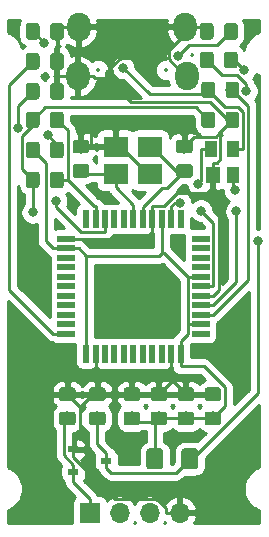
<source format=gbr>
%TF.GenerationSoftware,KiCad,Pcbnew,(5.1.2)-2*%
%TF.CreationDate,2020-08-26T23:28:28+08:00*%
%TF.ProjectId,wing-receiver-lite-rev2,77696e67-2d72-4656-9365-697665722d6c,rev?*%
%TF.SameCoordinates,Original*%
%TF.FileFunction,Copper,L1,Top*%
%TF.FilePolarity,Positive*%
%FSLAX46Y46*%
G04 Gerber Fmt 4.6, Leading zero omitted, Abs format (unit mm)*
G04 Created by KiCad (PCBNEW (5.1.2)-2) date 2020-08-26 23:28:28*
%MOMM*%
%LPD*%
G04 APERTURE LIST*
%ADD10R,0.900000X0.600000*%
%ADD11O,2.000000X2.400000*%
%ADD12C,0.350000*%
%ADD13C,1.150000*%
%ADD14R,2.100000X1.800000*%
%ADD15R,1.500000X0.550000*%
%ADD16R,0.550000X1.500000*%
%ADD17O,1.700000X1.700000*%
%ADD18R,1.700000X1.700000*%
%ADD19C,1.425000*%
%ADD20R,1.000000X1.400000*%
%ADD21R,1.200000X1.400000*%
%ADD22C,0.800000*%
%ADD23C,0.250000*%
%ADD24C,0.254000*%
%ADD25C,0.350000*%
%ADD26O,0.600000X1.200000*%
%ADD27O,0.600000X1.700000*%
G04 APERTURE END LIST*
D10*
X77600000Y-130969000D03*
X74800000Y-131919000D03*
X74800000Y-130019000D03*
D11*
X84299000Y-94233000D03*
X75263000Y-94233000D03*
X84401000Y-98413000D03*
X75163000Y-98413000D03*
D12*
G36*
X74769505Y-124766204D02*
G01*
X74793773Y-124769804D01*
X74817572Y-124775765D01*
X74840671Y-124784030D01*
X74862850Y-124794520D01*
X74883893Y-124807132D01*
X74903599Y-124821747D01*
X74921777Y-124838223D01*
X74938253Y-124856401D01*
X74952868Y-124876107D01*
X74965480Y-124897150D01*
X74975970Y-124919329D01*
X74984235Y-124942428D01*
X74990196Y-124966227D01*
X74993796Y-124990495D01*
X74995000Y-125014999D01*
X74995000Y-125665001D01*
X74993796Y-125689505D01*
X74990196Y-125713773D01*
X74984235Y-125737572D01*
X74975970Y-125760671D01*
X74965480Y-125782850D01*
X74952868Y-125803893D01*
X74938253Y-125823599D01*
X74921777Y-125841777D01*
X74903599Y-125858253D01*
X74883893Y-125872868D01*
X74862850Y-125885480D01*
X74840671Y-125895970D01*
X74817572Y-125904235D01*
X74793773Y-125910196D01*
X74769505Y-125913796D01*
X74745001Y-125915000D01*
X73844999Y-125915000D01*
X73820495Y-125913796D01*
X73796227Y-125910196D01*
X73772428Y-125904235D01*
X73749329Y-125895970D01*
X73727150Y-125885480D01*
X73706107Y-125872868D01*
X73686401Y-125858253D01*
X73668223Y-125841777D01*
X73651747Y-125823599D01*
X73637132Y-125803893D01*
X73624520Y-125782850D01*
X73614030Y-125760671D01*
X73605765Y-125737572D01*
X73599804Y-125713773D01*
X73596204Y-125689505D01*
X73595000Y-125665001D01*
X73595000Y-125014999D01*
X73596204Y-124990495D01*
X73599804Y-124966227D01*
X73605765Y-124942428D01*
X73614030Y-124919329D01*
X73624520Y-124897150D01*
X73637132Y-124876107D01*
X73651747Y-124856401D01*
X73668223Y-124838223D01*
X73686401Y-124821747D01*
X73706107Y-124807132D01*
X73727150Y-124794520D01*
X73749329Y-124784030D01*
X73772428Y-124775765D01*
X73796227Y-124769804D01*
X73820495Y-124766204D01*
X73844999Y-124765000D01*
X74745001Y-124765000D01*
X74769505Y-124766204D01*
X74769505Y-124766204D01*
G37*
D13*
X74295000Y-125340000D03*
D12*
G36*
X74769505Y-126816204D02*
G01*
X74793773Y-126819804D01*
X74817572Y-126825765D01*
X74840671Y-126834030D01*
X74862850Y-126844520D01*
X74883893Y-126857132D01*
X74903599Y-126871747D01*
X74921777Y-126888223D01*
X74938253Y-126906401D01*
X74952868Y-126926107D01*
X74965480Y-126947150D01*
X74975970Y-126969329D01*
X74984235Y-126992428D01*
X74990196Y-127016227D01*
X74993796Y-127040495D01*
X74995000Y-127064999D01*
X74995000Y-127715001D01*
X74993796Y-127739505D01*
X74990196Y-127763773D01*
X74984235Y-127787572D01*
X74975970Y-127810671D01*
X74965480Y-127832850D01*
X74952868Y-127853893D01*
X74938253Y-127873599D01*
X74921777Y-127891777D01*
X74903599Y-127908253D01*
X74883893Y-127922868D01*
X74862850Y-127935480D01*
X74840671Y-127945970D01*
X74817572Y-127954235D01*
X74793773Y-127960196D01*
X74769505Y-127963796D01*
X74745001Y-127965000D01*
X73844999Y-127965000D01*
X73820495Y-127963796D01*
X73796227Y-127960196D01*
X73772428Y-127954235D01*
X73749329Y-127945970D01*
X73727150Y-127935480D01*
X73706107Y-127922868D01*
X73686401Y-127908253D01*
X73668223Y-127891777D01*
X73651747Y-127873599D01*
X73637132Y-127853893D01*
X73624520Y-127832850D01*
X73614030Y-127810671D01*
X73605765Y-127787572D01*
X73599804Y-127763773D01*
X73596204Y-127739505D01*
X73595000Y-127715001D01*
X73595000Y-127064999D01*
X73596204Y-127040495D01*
X73599804Y-127016227D01*
X73605765Y-126992428D01*
X73614030Y-126969329D01*
X73624520Y-126947150D01*
X73637132Y-126926107D01*
X73651747Y-126906401D01*
X73668223Y-126888223D01*
X73686401Y-126871747D01*
X73706107Y-126857132D01*
X73727150Y-126844520D01*
X73749329Y-126834030D01*
X73772428Y-126825765D01*
X73796227Y-126819804D01*
X73820495Y-126816204D01*
X73844999Y-126815000D01*
X74745001Y-126815000D01*
X74769505Y-126816204D01*
X74769505Y-126816204D01*
G37*
D13*
X74295000Y-127390000D03*
D14*
X78380000Y-104380000D03*
X81280000Y-104380000D03*
X81280000Y-106680000D03*
X78380000Y-106680000D03*
D15*
X85583000Y-120205000D03*
X85583000Y-119405000D03*
X85583000Y-118605000D03*
X85583000Y-117805000D03*
X85583000Y-117005000D03*
X85583000Y-116205000D03*
X85583000Y-115405000D03*
X85583000Y-114605000D03*
X85583000Y-113805000D03*
X85583000Y-113005000D03*
X85583000Y-112205000D03*
D16*
X83883000Y-110505000D03*
X83083000Y-110505000D03*
X82283000Y-110505000D03*
X81483000Y-110505000D03*
X80683000Y-110505000D03*
X79883000Y-110505000D03*
X79083000Y-110505000D03*
X78283000Y-110505000D03*
X77483000Y-110505000D03*
X76683000Y-110505000D03*
X75883000Y-110505000D03*
D15*
X74183000Y-112205000D03*
X74183000Y-113005000D03*
X74183000Y-113805000D03*
X74183000Y-114605000D03*
X74183000Y-115405000D03*
X74183000Y-116205000D03*
X74183000Y-117005000D03*
X74183000Y-117805000D03*
X74183000Y-118605000D03*
X74183000Y-119405000D03*
X74183000Y-120205000D03*
D16*
X75883000Y-121905000D03*
X76683000Y-121905000D03*
X77483000Y-121905000D03*
X78283000Y-121905000D03*
X79083000Y-121905000D03*
X79883000Y-121905000D03*
X80683000Y-121905000D03*
X81483000Y-121905000D03*
X82283000Y-121905000D03*
X83083000Y-121905000D03*
X83883000Y-121905000D03*
D12*
G36*
X71714505Y-101409204D02*
G01*
X71738773Y-101412804D01*
X71762572Y-101418765D01*
X71785671Y-101427030D01*
X71807850Y-101437520D01*
X71828893Y-101450132D01*
X71848599Y-101464747D01*
X71866777Y-101481223D01*
X71883253Y-101499401D01*
X71897868Y-101519107D01*
X71910480Y-101540150D01*
X71920970Y-101562329D01*
X71929235Y-101585428D01*
X71935196Y-101609227D01*
X71938796Y-101633495D01*
X71940000Y-101657999D01*
X71940000Y-102558001D01*
X71938796Y-102582505D01*
X71935196Y-102606773D01*
X71929235Y-102630572D01*
X71920970Y-102653671D01*
X71910480Y-102675850D01*
X71897868Y-102696893D01*
X71883253Y-102716599D01*
X71866777Y-102734777D01*
X71848599Y-102751253D01*
X71828893Y-102765868D01*
X71807850Y-102778480D01*
X71785671Y-102788970D01*
X71762572Y-102797235D01*
X71738773Y-102803196D01*
X71714505Y-102806796D01*
X71690001Y-102808000D01*
X71039999Y-102808000D01*
X71015495Y-102806796D01*
X70991227Y-102803196D01*
X70967428Y-102797235D01*
X70944329Y-102788970D01*
X70922150Y-102778480D01*
X70901107Y-102765868D01*
X70881401Y-102751253D01*
X70863223Y-102734777D01*
X70846747Y-102716599D01*
X70832132Y-102696893D01*
X70819520Y-102675850D01*
X70809030Y-102653671D01*
X70800765Y-102630572D01*
X70794804Y-102606773D01*
X70791204Y-102582505D01*
X70790000Y-102558001D01*
X70790000Y-101657999D01*
X70791204Y-101633495D01*
X70794804Y-101609227D01*
X70800765Y-101585428D01*
X70809030Y-101562329D01*
X70819520Y-101540150D01*
X70832132Y-101519107D01*
X70846747Y-101499401D01*
X70863223Y-101481223D01*
X70881401Y-101464747D01*
X70901107Y-101450132D01*
X70922150Y-101437520D01*
X70944329Y-101427030D01*
X70967428Y-101418765D01*
X70991227Y-101412804D01*
X71015495Y-101409204D01*
X71039999Y-101408000D01*
X71690001Y-101408000D01*
X71714505Y-101409204D01*
X71714505Y-101409204D01*
G37*
D13*
X71365000Y-102108000D03*
D12*
G36*
X73764505Y-101409204D02*
G01*
X73788773Y-101412804D01*
X73812572Y-101418765D01*
X73835671Y-101427030D01*
X73857850Y-101437520D01*
X73878893Y-101450132D01*
X73898599Y-101464747D01*
X73916777Y-101481223D01*
X73933253Y-101499401D01*
X73947868Y-101519107D01*
X73960480Y-101540150D01*
X73970970Y-101562329D01*
X73979235Y-101585428D01*
X73985196Y-101609227D01*
X73988796Y-101633495D01*
X73990000Y-101657999D01*
X73990000Y-102558001D01*
X73988796Y-102582505D01*
X73985196Y-102606773D01*
X73979235Y-102630572D01*
X73970970Y-102653671D01*
X73960480Y-102675850D01*
X73947868Y-102696893D01*
X73933253Y-102716599D01*
X73916777Y-102734777D01*
X73898599Y-102751253D01*
X73878893Y-102765868D01*
X73857850Y-102778480D01*
X73835671Y-102788970D01*
X73812572Y-102797235D01*
X73788773Y-102803196D01*
X73764505Y-102806796D01*
X73740001Y-102808000D01*
X73089999Y-102808000D01*
X73065495Y-102806796D01*
X73041227Y-102803196D01*
X73017428Y-102797235D01*
X72994329Y-102788970D01*
X72972150Y-102778480D01*
X72951107Y-102765868D01*
X72931401Y-102751253D01*
X72913223Y-102734777D01*
X72896747Y-102716599D01*
X72882132Y-102696893D01*
X72869520Y-102675850D01*
X72859030Y-102653671D01*
X72850765Y-102630572D01*
X72844804Y-102606773D01*
X72841204Y-102582505D01*
X72840000Y-102558001D01*
X72840000Y-101657999D01*
X72841204Y-101633495D01*
X72844804Y-101609227D01*
X72850765Y-101585428D01*
X72859030Y-101562329D01*
X72869520Y-101540150D01*
X72882132Y-101519107D01*
X72896747Y-101499401D01*
X72913223Y-101481223D01*
X72931401Y-101464747D01*
X72951107Y-101450132D01*
X72972150Y-101437520D01*
X72994329Y-101427030D01*
X73017428Y-101418765D01*
X73041227Y-101412804D01*
X73065495Y-101409204D01*
X73089999Y-101408000D01*
X73740001Y-101408000D01*
X73764505Y-101409204D01*
X73764505Y-101409204D01*
G37*
D13*
X73415000Y-102108000D03*
D12*
G36*
X88623505Y-101409204D02*
G01*
X88647773Y-101412804D01*
X88671572Y-101418765D01*
X88694671Y-101427030D01*
X88716850Y-101437520D01*
X88737893Y-101450132D01*
X88757599Y-101464747D01*
X88775777Y-101481223D01*
X88792253Y-101499401D01*
X88806868Y-101519107D01*
X88819480Y-101540150D01*
X88829970Y-101562329D01*
X88838235Y-101585428D01*
X88844196Y-101609227D01*
X88847796Y-101633495D01*
X88849000Y-101657999D01*
X88849000Y-102558001D01*
X88847796Y-102582505D01*
X88844196Y-102606773D01*
X88838235Y-102630572D01*
X88829970Y-102653671D01*
X88819480Y-102675850D01*
X88806868Y-102696893D01*
X88792253Y-102716599D01*
X88775777Y-102734777D01*
X88757599Y-102751253D01*
X88737893Y-102765868D01*
X88716850Y-102778480D01*
X88694671Y-102788970D01*
X88671572Y-102797235D01*
X88647773Y-102803196D01*
X88623505Y-102806796D01*
X88599001Y-102808000D01*
X87948999Y-102808000D01*
X87924495Y-102806796D01*
X87900227Y-102803196D01*
X87876428Y-102797235D01*
X87853329Y-102788970D01*
X87831150Y-102778480D01*
X87810107Y-102765868D01*
X87790401Y-102751253D01*
X87772223Y-102734777D01*
X87755747Y-102716599D01*
X87741132Y-102696893D01*
X87728520Y-102675850D01*
X87718030Y-102653671D01*
X87709765Y-102630572D01*
X87703804Y-102606773D01*
X87700204Y-102582505D01*
X87699000Y-102558001D01*
X87699000Y-101657999D01*
X87700204Y-101633495D01*
X87703804Y-101609227D01*
X87709765Y-101585428D01*
X87718030Y-101562329D01*
X87728520Y-101540150D01*
X87741132Y-101519107D01*
X87755747Y-101499401D01*
X87772223Y-101481223D01*
X87790401Y-101464747D01*
X87810107Y-101450132D01*
X87831150Y-101437520D01*
X87853329Y-101427030D01*
X87876428Y-101418765D01*
X87900227Y-101412804D01*
X87924495Y-101409204D01*
X87948999Y-101408000D01*
X88599001Y-101408000D01*
X88623505Y-101409204D01*
X88623505Y-101409204D01*
G37*
D13*
X88274000Y-102108000D03*
D12*
G36*
X86573505Y-101409204D02*
G01*
X86597773Y-101412804D01*
X86621572Y-101418765D01*
X86644671Y-101427030D01*
X86666850Y-101437520D01*
X86687893Y-101450132D01*
X86707599Y-101464747D01*
X86725777Y-101481223D01*
X86742253Y-101499401D01*
X86756868Y-101519107D01*
X86769480Y-101540150D01*
X86779970Y-101562329D01*
X86788235Y-101585428D01*
X86794196Y-101609227D01*
X86797796Y-101633495D01*
X86799000Y-101657999D01*
X86799000Y-102558001D01*
X86797796Y-102582505D01*
X86794196Y-102606773D01*
X86788235Y-102630572D01*
X86779970Y-102653671D01*
X86769480Y-102675850D01*
X86756868Y-102696893D01*
X86742253Y-102716599D01*
X86725777Y-102734777D01*
X86707599Y-102751253D01*
X86687893Y-102765868D01*
X86666850Y-102778480D01*
X86644671Y-102788970D01*
X86621572Y-102797235D01*
X86597773Y-102803196D01*
X86573505Y-102806796D01*
X86549001Y-102808000D01*
X85898999Y-102808000D01*
X85874495Y-102806796D01*
X85850227Y-102803196D01*
X85826428Y-102797235D01*
X85803329Y-102788970D01*
X85781150Y-102778480D01*
X85760107Y-102765868D01*
X85740401Y-102751253D01*
X85722223Y-102734777D01*
X85705747Y-102716599D01*
X85691132Y-102696893D01*
X85678520Y-102675850D01*
X85668030Y-102653671D01*
X85659765Y-102630572D01*
X85653804Y-102606773D01*
X85650204Y-102582505D01*
X85649000Y-102558001D01*
X85649000Y-101657999D01*
X85650204Y-101633495D01*
X85653804Y-101609227D01*
X85659765Y-101585428D01*
X85668030Y-101562329D01*
X85678520Y-101540150D01*
X85691132Y-101519107D01*
X85705747Y-101499401D01*
X85722223Y-101481223D01*
X85740401Y-101464747D01*
X85760107Y-101450132D01*
X85781150Y-101437520D01*
X85803329Y-101427030D01*
X85826428Y-101418765D01*
X85850227Y-101412804D01*
X85874495Y-101409204D01*
X85898999Y-101408000D01*
X86549001Y-101408000D01*
X86573505Y-101409204D01*
X86573505Y-101409204D01*
G37*
D13*
X86224000Y-102108000D03*
D12*
G36*
X71714505Y-106489204D02*
G01*
X71738773Y-106492804D01*
X71762572Y-106498765D01*
X71785671Y-106507030D01*
X71807850Y-106517520D01*
X71828893Y-106530132D01*
X71848599Y-106544747D01*
X71866777Y-106561223D01*
X71883253Y-106579401D01*
X71897868Y-106599107D01*
X71910480Y-106620150D01*
X71920970Y-106642329D01*
X71929235Y-106665428D01*
X71935196Y-106689227D01*
X71938796Y-106713495D01*
X71940000Y-106737999D01*
X71940000Y-107638001D01*
X71938796Y-107662505D01*
X71935196Y-107686773D01*
X71929235Y-107710572D01*
X71920970Y-107733671D01*
X71910480Y-107755850D01*
X71897868Y-107776893D01*
X71883253Y-107796599D01*
X71866777Y-107814777D01*
X71848599Y-107831253D01*
X71828893Y-107845868D01*
X71807850Y-107858480D01*
X71785671Y-107868970D01*
X71762572Y-107877235D01*
X71738773Y-107883196D01*
X71714505Y-107886796D01*
X71690001Y-107888000D01*
X71039999Y-107888000D01*
X71015495Y-107886796D01*
X70991227Y-107883196D01*
X70967428Y-107877235D01*
X70944329Y-107868970D01*
X70922150Y-107858480D01*
X70901107Y-107845868D01*
X70881401Y-107831253D01*
X70863223Y-107814777D01*
X70846747Y-107796599D01*
X70832132Y-107776893D01*
X70819520Y-107755850D01*
X70809030Y-107733671D01*
X70800765Y-107710572D01*
X70794804Y-107686773D01*
X70791204Y-107662505D01*
X70790000Y-107638001D01*
X70790000Y-106737999D01*
X70791204Y-106713495D01*
X70794804Y-106689227D01*
X70800765Y-106665428D01*
X70809030Y-106642329D01*
X70819520Y-106620150D01*
X70832132Y-106599107D01*
X70846747Y-106579401D01*
X70863223Y-106561223D01*
X70881401Y-106544747D01*
X70901107Y-106530132D01*
X70922150Y-106517520D01*
X70944329Y-106507030D01*
X70967428Y-106498765D01*
X70991227Y-106492804D01*
X71015495Y-106489204D01*
X71039999Y-106488000D01*
X71690001Y-106488000D01*
X71714505Y-106489204D01*
X71714505Y-106489204D01*
G37*
D13*
X71365000Y-107188000D03*
D12*
G36*
X73764505Y-106489204D02*
G01*
X73788773Y-106492804D01*
X73812572Y-106498765D01*
X73835671Y-106507030D01*
X73857850Y-106517520D01*
X73878893Y-106530132D01*
X73898599Y-106544747D01*
X73916777Y-106561223D01*
X73933253Y-106579401D01*
X73947868Y-106599107D01*
X73960480Y-106620150D01*
X73970970Y-106642329D01*
X73979235Y-106665428D01*
X73985196Y-106689227D01*
X73988796Y-106713495D01*
X73990000Y-106737999D01*
X73990000Y-107638001D01*
X73988796Y-107662505D01*
X73985196Y-107686773D01*
X73979235Y-107710572D01*
X73970970Y-107733671D01*
X73960480Y-107755850D01*
X73947868Y-107776893D01*
X73933253Y-107796599D01*
X73916777Y-107814777D01*
X73898599Y-107831253D01*
X73878893Y-107845868D01*
X73857850Y-107858480D01*
X73835671Y-107868970D01*
X73812572Y-107877235D01*
X73788773Y-107883196D01*
X73764505Y-107886796D01*
X73740001Y-107888000D01*
X73089999Y-107888000D01*
X73065495Y-107886796D01*
X73041227Y-107883196D01*
X73017428Y-107877235D01*
X72994329Y-107868970D01*
X72972150Y-107858480D01*
X72951107Y-107845868D01*
X72931401Y-107831253D01*
X72913223Y-107814777D01*
X72896747Y-107796599D01*
X72882132Y-107776893D01*
X72869520Y-107755850D01*
X72859030Y-107733671D01*
X72850765Y-107710572D01*
X72844804Y-107686773D01*
X72841204Y-107662505D01*
X72840000Y-107638001D01*
X72840000Y-106737999D01*
X72841204Y-106713495D01*
X72844804Y-106689227D01*
X72850765Y-106665428D01*
X72859030Y-106642329D01*
X72869520Y-106620150D01*
X72882132Y-106599107D01*
X72896747Y-106579401D01*
X72913223Y-106561223D01*
X72931401Y-106544747D01*
X72951107Y-106530132D01*
X72972150Y-106517520D01*
X72994329Y-106507030D01*
X73017428Y-106498765D01*
X73041227Y-106492804D01*
X73065495Y-106489204D01*
X73089999Y-106488000D01*
X73740001Y-106488000D01*
X73764505Y-106489204D01*
X73764505Y-106489204D01*
G37*
D13*
X73415000Y-107188000D03*
D12*
G36*
X71714505Y-96456204D02*
G01*
X71738773Y-96459804D01*
X71762572Y-96465765D01*
X71785671Y-96474030D01*
X71807850Y-96484520D01*
X71828893Y-96497132D01*
X71848599Y-96511747D01*
X71866777Y-96528223D01*
X71883253Y-96546401D01*
X71897868Y-96566107D01*
X71910480Y-96587150D01*
X71920970Y-96609329D01*
X71929235Y-96632428D01*
X71935196Y-96656227D01*
X71938796Y-96680495D01*
X71940000Y-96704999D01*
X71940000Y-97605001D01*
X71938796Y-97629505D01*
X71935196Y-97653773D01*
X71929235Y-97677572D01*
X71920970Y-97700671D01*
X71910480Y-97722850D01*
X71897868Y-97743893D01*
X71883253Y-97763599D01*
X71866777Y-97781777D01*
X71848599Y-97798253D01*
X71828893Y-97812868D01*
X71807850Y-97825480D01*
X71785671Y-97835970D01*
X71762572Y-97844235D01*
X71738773Y-97850196D01*
X71714505Y-97853796D01*
X71690001Y-97855000D01*
X71039999Y-97855000D01*
X71015495Y-97853796D01*
X70991227Y-97850196D01*
X70967428Y-97844235D01*
X70944329Y-97835970D01*
X70922150Y-97825480D01*
X70901107Y-97812868D01*
X70881401Y-97798253D01*
X70863223Y-97781777D01*
X70846747Y-97763599D01*
X70832132Y-97743893D01*
X70819520Y-97722850D01*
X70809030Y-97700671D01*
X70800765Y-97677572D01*
X70794804Y-97653773D01*
X70791204Y-97629505D01*
X70790000Y-97605001D01*
X70790000Y-96704999D01*
X70791204Y-96680495D01*
X70794804Y-96656227D01*
X70800765Y-96632428D01*
X70809030Y-96609329D01*
X70819520Y-96587150D01*
X70832132Y-96566107D01*
X70846747Y-96546401D01*
X70863223Y-96528223D01*
X70881401Y-96511747D01*
X70901107Y-96497132D01*
X70922150Y-96484520D01*
X70944329Y-96474030D01*
X70967428Y-96465765D01*
X70991227Y-96459804D01*
X71015495Y-96456204D01*
X71039999Y-96455000D01*
X71690001Y-96455000D01*
X71714505Y-96456204D01*
X71714505Y-96456204D01*
G37*
D13*
X71365000Y-97155000D03*
D12*
G36*
X73764505Y-96456204D02*
G01*
X73788773Y-96459804D01*
X73812572Y-96465765D01*
X73835671Y-96474030D01*
X73857850Y-96484520D01*
X73878893Y-96497132D01*
X73898599Y-96511747D01*
X73916777Y-96528223D01*
X73933253Y-96546401D01*
X73947868Y-96566107D01*
X73960480Y-96587150D01*
X73970970Y-96609329D01*
X73979235Y-96632428D01*
X73985196Y-96656227D01*
X73988796Y-96680495D01*
X73990000Y-96704999D01*
X73990000Y-97605001D01*
X73988796Y-97629505D01*
X73985196Y-97653773D01*
X73979235Y-97677572D01*
X73970970Y-97700671D01*
X73960480Y-97722850D01*
X73947868Y-97743893D01*
X73933253Y-97763599D01*
X73916777Y-97781777D01*
X73898599Y-97798253D01*
X73878893Y-97812868D01*
X73857850Y-97825480D01*
X73835671Y-97835970D01*
X73812572Y-97844235D01*
X73788773Y-97850196D01*
X73764505Y-97853796D01*
X73740001Y-97855000D01*
X73089999Y-97855000D01*
X73065495Y-97853796D01*
X73041227Y-97850196D01*
X73017428Y-97844235D01*
X72994329Y-97835970D01*
X72972150Y-97825480D01*
X72951107Y-97812868D01*
X72931401Y-97798253D01*
X72913223Y-97781777D01*
X72896747Y-97763599D01*
X72882132Y-97743893D01*
X72869520Y-97722850D01*
X72859030Y-97700671D01*
X72850765Y-97677572D01*
X72844804Y-97653773D01*
X72841204Y-97629505D01*
X72840000Y-97605001D01*
X72840000Y-96704999D01*
X72841204Y-96680495D01*
X72844804Y-96656227D01*
X72850765Y-96632428D01*
X72859030Y-96609329D01*
X72869520Y-96587150D01*
X72882132Y-96566107D01*
X72896747Y-96546401D01*
X72913223Y-96528223D01*
X72931401Y-96511747D01*
X72951107Y-96497132D01*
X72972150Y-96484520D01*
X72994329Y-96474030D01*
X73017428Y-96465765D01*
X73041227Y-96459804D01*
X73065495Y-96456204D01*
X73089999Y-96455000D01*
X73740001Y-96455000D01*
X73764505Y-96456204D01*
X73764505Y-96456204D01*
G37*
D13*
X73415000Y-97155000D03*
D12*
G36*
X73764505Y-103949204D02*
G01*
X73788773Y-103952804D01*
X73812572Y-103958765D01*
X73835671Y-103967030D01*
X73857850Y-103977520D01*
X73878893Y-103990132D01*
X73898599Y-104004747D01*
X73916777Y-104021223D01*
X73933253Y-104039401D01*
X73947868Y-104059107D01*
X73960480Y-104080150D01*
X73970970Y-104102329D01*
X73979235Y-104125428D01*
X73985196Y-104149227D01*
X73988796Y-104173495D01*
X73990000Y-104197999D01*
X73990000Y-105098001D01*
X73988796Y-105122505D01*
X73985196Y-105146773D01*
X73979235Y-105170572D01*
X73970970Y-105193671D01*
X73960480Y-105215850D01*
X73947868Y-105236893D01*
X73933253Y-105256599D01*
X73916777Y-105274777D01*
X73898599Y-105291253D01*
X73878893Y-105305868D01*
X73857850Y-105318480D01*
X73835671Y-105328970D01*
X73812572Y-105337235D01*
X73788773Y-105343196D01*
X73764505Y-105346796D01*
X73740001Y-105348000D01*
X73089999Y-105348000D01*
X73065495Y-105346796D01*
X73041227Y-105343196D01*
X73017428Y-105337235D01*
X72994329Y-105328970D01*
X72972150Y-105318480D01*
X72951107Y-105305868D01*
X72931401Y-105291253D01*
X72913223Y-105274777D01*
X72896747Y-105256599D01*
X72882132Y-105236893D01*
X72869520Y-105215850D01*
X72859030Y-105193671D01*
X72850765Y-105170572D01*
X72844804Y-105146773D01*
X72841204Y-105122505D01*
X72840000Y-105098001D01*
X72840000Y-104197999D01*
X72841204Y-104173495D01*
X72844804Y-104149227D01*
X72850765Y-104125428D01*
X72859030Y-104102329D01*
X72869520Y-104080150D01*
X72882132Y-104059107D01*
X72896747Y-104039401D01*
X72913223Y-104021223D01*
X72931401Y-104004747D01*
X72951107Y-103990132D01*
X72972150Y-103977520D01*
X72994329Y-103967030D01*
X73017428Y-103958765D01*
X73041227Y-103952804D01*
X73065495Y-103949204D01*
X73089999Y-103948000D01*
X73740001Y-103948000D01*
X73764505Y-103949204D01*
X73764505Y-103949204D01*
G37*
D13*
X73415000Y-104648000D03*
D12*
G36*
X71714505Y-103949204D02*
G01*
X71738773Y-103952804D01*
X71762572Y-103958765D01*
X71785671Y-103967030D01*
X71807850Y-103977520D01*
X71828893Y-103990132D01*
X71848599Y-104004747D01*
X71866777Y-104021223D01*
X71883253Y-104039401D01*
X71897868Y-104059107D01*
X71910480Y-104080150D01*
X71920970Y-104102329D01*
X71929235Y-104125428D01*
X71935196Y-104149227D01*
X71938796Y-104173495D01*
X71940000Y-104197999D01*
X71940000Y-105098001D01*
X71938796Y-105122505D01*
X71935196Y-105146773D01*
X71929235Y-105170572D01*
X71920970Y-105193671D01*
X71910480Y-105215850D01*
X71897868Y-105236893D01*
X71883253Y-105256599D01*
X71866777Y-105274777D01*
X71848599Y-105291253D01*
X71828893Y-105305868D01*
X71807850Y-105318480D01*
X71785671Y-105328970D01*
X71762572Y-105337235D01*
X71738773Y-105343196D01*
X71714505Y-105346796D01*
X71690001Y-105348000D01*
X71039999Y-105348000D01*
X71015495Y-105346796D01*
X70991227Y-105343196D01*
X70967428Y-105337235D01*
X70944329Y-105328970D01*
X70922150Y-105318480D01*
X70901107Y-105305868D01*
X70881401Y-105291253D01*
X70863223Y-105274777D01*
X70846747Y-105256599D01*
X70832132Y-105236893D01*
X70819520Y-105215850D01*
X70809030Y-105193671D01*
X70800765Y-105170572D01*
X70794804Y-105146773D01*
X70791204Y-105122505D01*
X70790000Y-105098001D01*
X70790000Y-104197999D01*
X70791204Y-104173495D01*
X70794804Y-104149227D01*
X70800765Y-104125428D01*
X70809030Y-104102329D01*
X70819520Y-104080150D01*
X70832132Y-104059107D01*
X70846747Y-104039401D01*
X70863223Y-104021223D01*
X70881401Y-104004747D01*
X70901107Y-103990132D01*
X70922150Y-103977520D01*
X70944329Y-103967030D01*
X70967428Y-103958765D01*
X70991227Y-103952804D01*
X71015495Y-103949204D01*
X71039999Y-103948000D01*
X71690001Y-103948000D01*
X71714505Y-103949204D01*
X71714505Y-103949204D01*
G37*
D13*
X71365000Y-104648000D03*
D12*
G36*
X86573505Y-98869204D02*
G01*
X86597773Y-98872804D01*
X86621572Y-98878765D01*
X86644671Y-98887030D01*
X86666850Y-98897520D01*
X86687893Y-98910132D01*
X86707599Y-98924747D01*
X86725777Y-98941223D01*
X86742253Y-98959401D01*
X86756868Y-98979107D01*
X86769480Y-99000150D01*
X86779970Y-99022329D01*
X86788235Y-99045428D01*
X86794196Y-99069227D01*
X86797796Y-99093495D01*
X86799000Y-99117999D01*
X86799000Y-100018001D01*
X86797796Y-100042505D01*
X86794196Y-100066773D01*
X86788235Y-100090572D01*
X86779970Y-100113671D01*
X86769480Y-100135850D01*
X86756868Y-100156893D01*
X86742253Y-100176599D01*
X86725777Y-100194777D01*
X86707599Y-100211253D01*
X86687893Y-100225868D01*
X86666850Y-100238480D01*
X86644671Y-100248970D01*
X86621572Y-100257235D01*
X86597773Y-100263196D01*
X86573505Y-100266796D01*
X86549001Y-100268000D01*
X85898999Y-100268000D01*
X85874495Y-100266796D01*
X85850227Y-100263196D01*
X85826428Y-100257235D01*
X85803329Y-100248970D01*
X85781150Y-100238480D01*
X85760107Y-100225868D01*
X85740401Y-100211253D01*
X85722223Y-100194777D01*
X85705747Y-100176599D01*
X85691132Y-100156893D01*
X85678520Y-100135850D01*
X85668030Y-100113671D01*
X85659765Y-100090572D01*
X85653804Y-100066773D01*
X85650204Y-100042505D01*
X85649000Y-100018001D01*
X85649000Y-99117999D01*
X85650204Y-99093495D01*
X85653804Y-99069227D01*
X85659765Y-99045428D01*
X85668030Y-99022329D01*
X85678520Y-99000150D01*
X85691132Y-98979107D01*
X85705747Y-98959401D01*
X85722223Y-98941223D01*
X85740401Y-98924747D01*
X85760107Y-98910132D01*
X85781150Y-98897520D01*
X85803329Y-98887030D01*
X85826428Y-98878765D01*
X85850227Y-98872804D01*
X85874495Y-98869204D01*
X85898999Y-98868000D01*
X86549001Y-98868000D01*
X86573505Y-98869204D01*
X86573505Y-98869204D01*
G37*
D13*
X86224000Y-99568000D03*
D12*
G36*
X88623505Y-98869204D02*
G01*
X88647773Y-98872804D01*
X88671572Y-98878765D01*
X88694671Y-98887030D01*
X88716850Y-98897520D01*
X88737893Y-98910132D01*
X88757599Y-98924747D01*
X88775777Y-98941223D01*
X88792253Y-98959401D01*
X88806868Y-98979107D01*
X88819480Y-99000150D01*
X88829970Y-99022329D01*
X88838235Y-99045428D01*
X88844196Y-99069227D01*
X88847796Y-99093495D01*
X88849000Y-99117999D01*
X88849000Y-100018001D01*
X88847796Y-100042505D01*
X88844196Y-100066773D01*
X88838235Y-100090572D01*
X88829970Y-100113671D01*
X88819480Y-100135850D01*
X88806868Y-100156893D01*
X88792253Y-100176599D01*
X88775777Y-100194777D01*
X88757599Y-100211253D01*
X88737893Y-100225868D01*
X88716850Y-100238480D01*
X88694671Y-100248970D01*
X88671572Y-100257235D01*
X88647773Y-100263196D01*
X88623505Y-100266796D01*
X88599001Y-100268000D01*
X87948999Y-100268000D01*
X87924495Y-100266796D01*
X87900227Y-100263196D01*
X87876428Y-100257235D01*
X87853329Y-100248970D01*
X87831150Y-100238480D01*
X87810107Y-100225868D01*
X87790401Y-100211253D01*
X87772223Y-100194777D01*
X87755747Y-100176599D01*
X87741132Y-100156893D01*
X87728520Y-100135850D01*
X87718030Y-100113671D01*
X87709765Y-100090572D01*
X87703804Y-100066773D01*
X87700204Y-100042505D01*
X87699000Y-100018001D01*
X87699000Y-99117999D01*
X87700204Y-99093495D01*
X87703804Y-99069227D01*
X87709765Y-99045428D01*
X87718030Y-99022329D01*
X87728520Y-99000150D01*
X87741132Y-98979107D01*
X87755747Y-98959401D01*
X87772223Y-98941223D01*
X87790401Y-98924747D01*
X87810107Y-98910132D01*
X87831150Y-98897520D01*
X87853329Y-98887030D01*
X87876428Y-98878765D01*
X87900227Y-98872804D01*
X87924495Y-98869204D01*
X87948999Y-98868000D01*
X88599001Y-98868000D01*
X88623505Y-98869204D01*
X88623505Y-98869204D01*
G37*
D13*
X88274000Y-99568000D03*
D12*
G36*
X88496505Y-96329204D02*
G01*
X88520773Y-96332804D01*
X88544572Y-96338765D01*
X88567671Y-96347030D01*
X88589850Y-96357520D01*
X88610893Y-96370132D01*
X88630599Y-96384747D01*
X88648777Y-96401223D01*
X88665253Y-96419401D01*
X88679868Y-96439107D01*
X88692480Y-96460150D01*
X88702970Y-96482329D01*
X88711235Y-96505428D01*
X88717196Y-96529227D01*
X88720796Y-96553495D01*
X88722000Y-96577999D01*
X88722000Y-97478001D01*
X88720796Y-97502505D01*
X88717196Y-97526773D01*
X88711235Y-97550572D01*
X88702970Y-97573671D01*
X88692480Y-97595850D01*
X88679868Y-97616893D01*
X88665253Y-97636599D01*
X88648777Y-97654777D01*
X88630599Y-97671253D01*
X88610893Y-97685868D01*
X88589850Y-97698480D01*
X88567671Y-97708970D01*
X88544572Y-97717235D01*
X88520773Y-97723196D01*
X88496505Y-97726796D01*
X88472001Y-97728000D01*
X87821999Y-97728000D01*
X87797495Y-97726796D01*
X87773227Y-97723196D01*
X87749428Y-97717235D01*
X87726329Y-97708970D01*
X87704150Y-97698480D01*
X87683107Y-97685868D01*
X87663401Y-97671253D01*
X87645223Y-97654777D01*
X87628747Y-97636599D01*
X87614132Y-97616893D01*
X87601520Y-97595850D01*
X87591030Y-97573671D01*
X87582765Y-97550572D01*
X87576804Y-97526773D01*
X87573204Y-97502505D01*
X87572000Y-97478001D01*
X87572000Y-96577999D01*
X87573204Y-96553495D01*
X87576804Y-96529227D01*
X87582765Y-96505428D01*
X87591030Y-96482329D01*
X87601520Y-96460150D01*
X87614132Y-96439107D01*
X87628747Y-96419401D01*
X87645223Y-96401223D01*
X87663401Y-96384747D01*
X87683107Y-96370132D01*
X87704150Y-96357520D01*
X87726329Y-96347030D01*
X87749428Y-96338765D01*
X87773227Y-96332804D01*
X87797495Y-96329204D01*
X87821999Y-96328000D01*
X88472001Y-96328000D01*
X88496505Y-96329204D01*
X88496505Y-96329204D01*
G37*
D13*
X88147000Y-97028000D03*
D12*
G36*
X86446505Y-96329204D02*
G01*
X86470773Y-96332804D01*
X86494572Y-96338765D01*
X86517671Y-96347030D01*
X86539850Y-96357520D01*
X86560893Y-96370132D01*
X86580599Y-96384747D01*
X86598777Y-96401223D01*
X86615253Y-96419401D01*
X86629868Y-96439107D01*
X86642480Y-96460150D01*
X86652970Y-96482329D01*
X86661235Y-96505428D01*
X86667196Y-96529227D01*
X86670796Y-96553495D01*
X86672000Y-96577999D01*
X86672000Y-97478001D01*
X86670796Y-97502505D01*
X86667196Y-97526773D01*
X86661235Y-97550572D01*
X86652970Y-97573671D01*
X86642480Y-97595850D01*
X86629868Y-97616893D01*
X86615253Y-97636599D01*
X86598777Y-97654777D01*
X86580599Y-97671253D01*
X86560893Y-97685868D01*
X86539850Y-97698480D01*
X86517671Y-97708970D01*
X86494572Y-97717235D01*
X86470773Y-97723196D01*
X86446505Y-97726796D01*
X86422001Y-97728000D01*
X85771999Y-97728000D01*
X85747495Y-97726796D01*
X85723227Y-97723196D01*
X85699428Y-97717235D01*
X85676329Y-97708970D01*
X85654150Y-97698480D01*
X85633107Y-97685868D01*
X85613401Y-97671253D01*
X85595223Y-97654777D01*
X85578747Y-97636599D01*
X85564132Y-97616893D01*
X85551520Y-97595850D01*
X85541030Y-97573671D01*
X85532765Y-97550572D01*
X85526804Y-97526773D01*
X85523204Y-97502505D01*
X85522000Y-97478001D01*
X85522000Y-96577999D01*
X85523204Y-96553495D01*
X85526804Y-96529227D01*
X85532765Y-96505428D01*
X85541030Y-96482329D01*
X85551520Y-96460150D01*
X85564132Y-96439107D01*
X85578747Y-96419401D01*
X85595223Y-96401223D01*
X85613401Y-96384747D01*
X85633107Y-96370132D01*
X85654150Y-96357520D01*
X85676329Y-96347030D01*
X85699428Y-96338765D01*
X85723227Y-96332804D01*
X85747495Y-96329204D01*
X85771999Y-96328000D01*
X86422001Y-96328000D01*
X86446505Y-96329204D01*
X86446505Y-96329204D01*
G37*
D13*
X86097000Y-97028000D03*
D12*
G36*
X88496505Y-93916204D02*
G01*
X88520773Y-93919804D01*
X88544572Y-93925765D01*
X88567671Y-93934030D01*
X88589850Y-93944520D01*
X88610893Y-93957132D01*
X88630599Y-93971747D01*
X88648777Y-93988223D01*
X88665253Y-94006401D01*
X88679868Y-94026107D01*
X88692480Y-94047150D01*
X88702970Y-94069329D01*
X88711235Y-94092428D01*
X88717196Y-94116227D01*
X88720796Y-94140495D01*
X88722000Y-94164999D01*
X88722000Y-95065001D01*
X88720796Y-95089505D01*
X88717196Y-95113773D01*
X88711235Y-95137572D01*
X88702970Y-95160671D01*
X88692480Y-95182850D01*
X88679868Y-95203893D01*
X88665253Y-95223599D01*
X88648777Y-95241777D01*
X88630599Y-95258253D01*
X88610893Y-95272868D01*
X88589850Y-95285480D01*
X88567671Y-95295970D01*
X88544572Y-95304235D01*
X88520773Y-95310196D01*
X88496505Y-95313796D01*
X88472001Y-95315000D01*
X87821999Y-95315000D01*
X87797495Y-95313796D01*
X87773227Y-95310196D01*
X87749428Y-95304235D01*
X87726329Y-95295970D01*
X87704150Y-95285480D01*
X87683107Y-95272868D01*
X87663401Y-95258253D01*
X87645223Y-95241777D01*
X87628747Y-95223599D01*
X87614132Y-95203893D01*
X87601520Y-95182850D01*
X87591030Y-95160671D01*
X87582765Y-95137572D01*
X87576804Y-95113773D01*
X87573204Y-95089505D01*
X87572000Y-95065001D01*
X87572000Y-94164999D01*
X87573204Y-94140495D01*
X87576804Y-94116227D01*
X87582765Y-94092428D01*
X87591030Y-94069329D01*
X87601520Y-94047150D01*
X87614132Y-94026107D01*
X87628747Y-94006401D01*
X87645223Y-93988223D01*
X87663401Y-93971747D01*
X87683107Y-93957132D01*
X87704150Y-93944520D01*
X87726329Y-93934030D01*
X87749428Y-93925765D01*
X87773227Y-93919804D01*
X87797495Y-93916204D01*
X87821999Y-93915000D01*
X88472001Y-93915000D01*
X88496505Y-93916204D01*
X88496505Y-93916204D01*
G37*
D13*
X88147000Y-94615000D03*
D12*
G36*
X86446505Y-93916204D02*
G01*
X86470773Y-93919804D01*
X86494572Y-93925765D01*
X86517671Y-93934030D01*
X86539850Y-93944520D01*
X86560893Y-93957132D01*
X86580599Y-93971747D01*
X86598777Y-93988223D01*
X86615253Y-94006401D01*
X86629868Y-94026107D01*
X86642480Y-94047150D01*
X86652970Y-94069329D01*
X86661235Y-94092428D01*
X86667196Y-94116227D01*
X86670796Y-94140495D01*
X86672000Y-94164999D01*
X86672000Y-95065001D01*
X86670796Y-95089505D01*
X86667196Y-95113773D01*
X86661235Y-95137572D01*
X86652970Y-95160671D01*
X86642480Y-95182850D01*
X86629868Y-95203893D01*
X86615253Y-95223599D01*
X86598777Y-95241777D01*
X86580599Y-95258253D01*
X86560893Y-95272868D01*
X86539850Y-95285480D01*
X86517671Y-95295970D01*
X86494572Y-95304235D01*
X86470773Y-95310196D01*
X86446505Y-95313796D01*
X86422001Y-95315000D01*
X85771999Y-95315000D01*
X85747495Y-95313796D01*
X85723227Y-95310196D01*
X85699428Y-95304235D01*
X85676329Y-95295970D01*
X85654150Y-95285480D01*
X85633107Y-95272868D01*
X85613401Y-95258253D01*
X85595223Y-95241777D01*
X85578747Y-95223599D01*
X85564132Y-95203893D01*
X85551520Y-95182850D01*
X85541030Y-95160671D01*
X85532765Y-95137572D01*
X85526804Y-95113773D01*
X85523204Y-95089505D01*
X85522000Y-95065001D01*
X85522000Y-94164999D01*
X85523204Y-94140495D01*
X85526804Y-94116227D01*
X85532765Y-94092428D01*
X85541030Y-94069329D01*
X85551520Y-94047150D01*
X85564132Y-94026107D01*
X85578747Y-94006401D01*
X85595223Y-93988223D01*
X85613401Y-93971747D01*
X85633107Y-93957132D01*
X85654150Y-93944520D01*
X85676329Y-93934030D01*
X85699428Y-93925765D01*
X85723227Y-93919804D01*
X85747495Y-93916204D01*
X85771999Y-93915000D01*
X86422001Y-93915000D01*
X86446505Y-93916204D01*
X86446505Y-93916204D01*
G37*
D13*
X86097000Y-94615000D03*
D12*
G36*
X71714505Y-93916204D02*
G01*
X71738773Y-93919804D01*
X71762572Y-93925765D01*
X71785671Y-93934030D01*
X71807850Y-93944520D01*
X71828893Y-93957132D01*
X71848599Y-93971747D01*
X71866777Y-93988223D01*
X71883253Y-94006401D01*
X71897868Y-94026107D01*
X71910480Y-94047150D01*
X71920970Y-94069329D01*
X71929235Y-94092428D01*
X71935196Y-94116227D01*
X71938796Y-94140495D01*
X71940000Y-94164999D01*
X71940000Y-95065001D01*
X71938796Y-95089505D01*
X71935196Y-95113773D01*
X71929235Y-95137572D01*
X71920970Y-95160671D01*
X71910480Y-95182850D01*
X71897868Y-95203893D01*
X71883253Y-95223599D01*
X71866777Y-95241777D01*
X71848599Y-95258253D01*
X71828893Y-95272868D01*
X71807850Y-95285480D01*
X71785671Y-95295970D01*
X71762572Y-95304235D01*
X71738773Y-95310196D01*
X71714505Y-95313796D01*
X71690001Y-95315000D01*
X71039999Y-95315000D01*
X71015495Y-95313796D01*
X70991227Y-95310196D01*
X70967428Y-95304235D01*
X70944329Y-95295970D01*
X70922150Y-95285480D01*
X70901107Y-95272868D01*
X70881401Y-95258253D01*
X70863223Y-95241777D01*
X70846747Y-95223599D01*
X70832132Y-95203893D01*
X70819520Y-95182850D01*
X70809030Y-95160671D01*
X70800765Y-95137572D01*
X70794804Y-95113773D01*
X70791204Y-95089505D01*
X70790000Y-95065001D01*
X70790000Y-94164999D01*
X70791204Y-94140495D01*
X70794804Y-94116227D01*
X70800765Y-94092428D01*
X70809030Y-94069329D01*
X70819520Y-94047150D01*
X70832132Y-94026107D01*
X70846747Y-94006401D01*
X70863223Y-93988223D01*
X70881401Y-93971747D01*
X70901107Y-93957132D01*
X70922150Y-93944520D01*
X70944329Y-93934030D01*
X70967428Y-93925765D01*
X70991227Y-93919804D01*
X71015495Y-93916204D01*
X71039999Y-93915000D01*
X71690001Y-93915000D01*
X71714505Y-93916204D01*
X71714505Y-93916204D01*
G37*
D13*
X71365000Y-94615000D03*
D12*
G36*
X73764505Y-93916204D02*
G01*
X73788773Y-93919804D01*
X73812572Y-93925765D01*
X73835671Y-93934030D01*
X73857850Y-93944520D01*
X73878893Y-93957132D01*
X73898599Y-93971747D01*
X73916777Y-93988223D01*
X73933253Y-94006401D01*
X73947868Y-94026107D01*
X73960480Y-94047150D01*
X73970970Y-94069329D01*
X73979235Y-94092428D01*
X73985196Y-94116227D01*
X73988796Y-94140495D01*
X73990000Y-94164999D01*
X73990000Y-95065001D01*
X73988796Y-95089505D01*
X73985196Y-95113773D01*
X73979235Y-95137572D01*
X73970970Y-95160671D01*
X73960480Y-95182850D01*
X73947868Y-95203893D01*
X73933253Y-95223599D01*
X73916777Y-95241777D01*
X73898599Y-95258253D01*
X73878893Y-95272868D01*
X73857850Y-95285480D01*
X73835671Y-95295970D01*
X73812572Y-95304235D01*
X73788773Y-95310196D01*
X73764505Y-95313796D01*
X73740001Y-95315000D01*
X73089999Y-95315000D01*
X73065495Y-95313796D01*
X73041227Y-95310196D01*
X73017428Y-95304235D01*
X72994329Y-95295970D01*
X72972150Y-95285480D01*
X72951107Y-95272868D01*
X72931401Y-95258253D01*
X72913223Y-95241777D01*
X72896747Y-95223599D01*
X72882132Y-95203893D01*
X72869520Y-95182850D01*
X72859030Y-95160671D01*
X72850765Y-95137572D01*
X72844804Y-95113773D01*
X72841204Y-95089505D01*
X72840000Y-95065001D01*
X72840000Y-94164999D01*
X72841204Y-94140495D01*
X72844804Y-94116227D01*
X72850765Y-94092428D01*
X72859030Y-94069329D01*
X72869520Y-94047150D01*
X72882132Y-94026107D01*
X72896747Y-94006401D01*
X72913223Y-93988223D01*
X72931401Y-93971747D01*
X72951107Y-93957132D01*
X72972150Y-93944520D01*
X72994329Y-93934030D01*
X73017428Y-93925765D01*
X73041227Y-93919804D01*
X73065495Y-93916204D01*
X73089999Y-93915000D01*
X73740001Y-93915000D01*
X73764505Y-93916204D01*
X73764505Y-93916204D01*
G37*
D13*
X73415000Y-94615000D03*
D17*
X83820000Y-135382000D03*
X81280000Y-135382000D03*
X78740000Y-135382000D03*
D18*
X76200000Y-135382000D03*
D12*
G36*
X85159504Y-129936204D02*
G01*
X85183773Y-129939804D01*
X85207571Y-129945765D01*
X85230671Y-129954030D01*
X85252849Y-129964520D01*
X85273893Y-129977133D01*
X85293598Y-129991747D01*
X85311777Y-130008223D01*
X85328253Y-130026402D01*
X85342867Y-130046107D01*
X85355480Y-130067151D01*
X85365970Y-130089329D01*
X85374235Y-130112429D01*
X85380196Y-130136227D01*
X85383796Y-130160496D01*
X85385000Y-130185000D01*
X85385000Y-131435000D01*
X85383796Y-131459504D01*
X85380196Y-131483773D01*
X85374235Y-131507571D01*
X85365970Y-131530671D01*
X85355480Y-131552849D01*
X85342867Y-131573893D01*
X85328253Y-131593598D01*
X85311777Y-131611777D01*
X85293598Y-131628253D01*
X85273893Y-131642867D01*
X85252849Y-131655480D01*
X85230671Y-131665970D01*
X85207571Y-131674235D01*
X85183773Y-131680196D01*
X85159504Y-131683796D01*
X85135000Y-131685000D01*
X84210000Y-131685000D01*
X84185496Y-131683796D01*
X84161227Y-131680196D01*
X84137429Y-131674235D01*
X84114329Y-131665970D01*
X84092151Y-131655480D01*
X84071107Y-131642867D01*
X84051402Y-131628253D01*
X84033223Y-131611777D01*
X84016747Y-131593598D01*
X84002133Y-131573893D01*
X83989520Y-131552849D01*
X83979030Y-131530671D01*
X83970765Y-131507571D01*
X83964804Y-131483773D01*
X83961204Y-131459504D01*
X83960000Y-131435000D01*
X83960000Y-130185000D01*
X83961204Y-130160496D01*
X83964804Y-130136227D01*
X83970765Y-130112429D01*
X83979030Y-130089329D01*
X83989520Y-130067151D01*
X84002133Y-130046107D01*
X84016747Y-130026402D01*
X84033223Y-130008223D01*
X84051402Y-129991747D01*
X84071107Y-129977133D01*
X84092151Y-129964520D01*
X84114329Y-129954030D01*
X84137429Y-129945765D01*
X84161227Y-129939804D01*
X84185496Y-129936204D01*
X84210000Y-129935000D01*
X85135000Y-129935000D01*
X85159504Y-129936204D01*
X85159504Y-129936204D01*
G37*
D19*
X84672500Y-130810000D03*
D12*
G36*
X82184504Y-129936204D02*
G01*
X82208773Y-129939804D01*
X82232571Y-129945765D01*
X82255671Y-129954030D01*
X82277849Y-129964520D01*
X82298893Y-129977133D01*
X82318598Y-129991747D01*
X82336777Y-130008223D01*
X82353253Y-130026402D01*
X82367867Y-130046107D01*
X82380480Y-130067151D01*
X82390970Y-130089329D01*
X82399235Y-130112429D01*
X82405196Y-130136227D01*
X82408796Y-130160496D01*
X82410000Y-130185000D01*
X82410000Y-131435000D01*
X82408796Y-131459504D01*
X82405196Y-131483773D01*
X82399235Y-131507571D01*
X82390970Y-131530671D01*
X82380480Y-131552849D01*
X82367867Y-131573893D01*
X82353253Y-131593598D01*
X82336777Y-131611777D01*
X82318598Y-131628253D01*
X82298893Y-131642867D01*
X82277849Y-131655480D01*
X82255671Y-131665970D01*
X82232571Y-131674235D01*
X82208773Y-131680196D01*
X82184504Y-131683796D01*
X82160000Y-131685000D01*
X81235000Y-131685000D01*
X81210496Y-131683796D01*
X81186227Y-131680196D01*
X81162429Y-131674235D01*
X81139329Y-131665970D01*
X81117151Y-131655480D01*
X81096107Y-131642867D01*
X81076402Y-131628253D01*
X81058223Y-131611777D01*
X81041747Y-131593598D01*
X81027133Y-131573893D01*
X81014520Y-131552849D01*
X81004030Y-131530671D01*
X80995765Y-131507571D01*
X80989804Y-131483773D01*
X80986204Y-131459504D01*
X80985000Y-131435000D01*
X80985000Y-130185000D01*
X80986204Y-130160496D01*
X80989804Y-130136227D01*
X80995765Y-130112429D01*
X81004030Y-130089329D01*
X81014520Y-130067151D01*
X81027133Y-130046107D01*
X81041747Y-130026402D01*
X81058223Y-130008223D01*
X81076402Y-129991747D01*
X81096107Y-129977133D01*
X81117151Y-129964520D01*
X81139329Y-129954030D01*
X81162429Y-129945765D01*
X81186227Y-129939804D01*
X81210496Y-129936204D01*
X81235000Y-129935000D01*
X82160000Y-129935000D01*
X82184504Y-129936204D01*
X82184504Y-129936204D01*
G37*
D19*
X81697500Y-130810000D03*
D20*
X86426000Y-104564000D03*
X88326000Y-104564000D03*
X88326000Y-106764000D03*
D21*
X86606000Y-106764000D03*
D12*
G36*
X77309505Y-126816204D02*
G01*
X77333773Y-126819804D01*
X77357572Y-126825765D01*
X77380671Y-126834030D01*
X77402850Y-126844520D01*
X77423893Y-126857132D01*
X77443599Y-126871747D01*
X77461777Y-126888223D01*
X77478253Y-126906401D01*
X77492868Y-126926107D01*
X77505480Y-126947150D01*
X77515970Y-126969329D01*
X77524235Y-126992428D01*
X77530196Y-127016227D01*
X77533796Y-127040495D01*
X77535000Y-127064999D01*
X77535000Y-127715001D01*
X77533796Y-127739505D01*
X77530196Y-127763773D01*
X77524235Y-127787572D01*
X77515970Y-127810671D01*
X77505480Y-127832850D01*
X77492868Y-127853893D01*
X77478253Y-127873599D01*
X77461777Y-127891777D01*
X77443599Y-127908253D01*
X77423893Y-127922868D01*
X77402850Y-127935480D01*
X77380671Y-127945970D01*
X77357572Y-127954235D01*
X77333773Y-127960196D01*
X77309505Y-127963796D01*
X77285001Y-127965000D01*
X76384999Y-127965000D01*
X76360495Y-127963796D01*
X76336227Y-127960196D01*
X76312428Y-127954235D01*
X76289329Y-127945970D01*
X76267150Y-127935480D01*
X76246107Y-127922868D01*
X76226401Y-127908253D01*
X76208223Y-127891777D01*
X76191747Y-127873599D01*
X76177132Y-127853893D01*
X76164520Y-127832850D01*
X76154030Y-127810671D01*
X76145765Y-127787572D01*
X76139804Y-127763773D01*
X76136204Y-127739505D01*
X76135000Y-127715001D01*
X76135000Y-127064999D01*
X76136204Y-127040495D01*
X76139804Y-127016227D01*
X76145765Y-126992428D01*
X76154030Y-126969329D01*
X76164520Y-126947150D01*
X76177132Y-126926107D01*
X76191747Y-126906401D01*
X76208223Y-126888223D01*
X76226401Y-126871747D01*
X76246107Y-126857132D01*
X76267150Y-126844520D01*
X76289329Y-126834030D01*
X76312428Y-126825765D01*
X76336227Y-126819804D01*
X76360495Y-126816204D01*
X76384999Y-126815000D01*
X77285001Y-126815000D01*
X77309505Y-126816204D01*
X77309505Y-126816204D01*
G37*
D13*
X76835000Y-127390000D03*
D12*
G36*
X77309505Y-124766204D02*
G01*
X77333773Y-124769804D01*
X77357572Y-124775765D01*
X77380671Y-124784030D01*
X77402850Y-124794520D01*
X77423893Y-124807132D01*
X77443599Y-124821747D01*
X77461777Y-124838223D01*
X77478253Y-124856401D01*
X77492868Y-124876107D01*
X77505480Y-124897150D01*
X77515970Y-124919329D01*
X77524235Y-124942428D01*
X77530196Y-124966227D01*
X77533796Y-124990495D01*
X77535000Y-125014999D01*
X77535000Y-125665001D01*
X77533796Y-125689505D01*
X77530196Y-125713773D01*
X77524235Y-125737572D01*
X77515970Y-125760671D01*
X77505480Y-125782850D01*
X77492868Y-125803893D01*
X77478253Y-125823599D01*
X77461777Y-125841777D01*
X77443599Y-125858253D01*
X77423893Y-125872868D01*
X77402850Y-125885480D01*
X77380671Y-125895970D01*
X77357572Y-125904235D01*
X77333773Y-125910196D01*
X77309505Y-125913796D01*
X77285001Y-125915000D01*
X76384999Y-125915000D01*
X76360495Y-125913796D01*
X76336227Y-125910196D01*
X76312428Y-125904235D01*
X76289329Y-125895970D01*
X76267150Y-125885480D01*
X76246107Y-125872868D01*
X76226401Y-125858253D01*
X76208223Y-125841777D01*
X76191747Y-125823599D01*
X76177132Y-125803893D01*
X76164520Y-125782850D01*
X76154030Y-125760671D01*
X76145765Y-125737572D01*
X76139804Y-125713773D01*
X76136204Y-125689505D01*
X76135000Y-125665001D01*
X76135000Y-125014999D01*
X76136204Y-124990495D01*
X76139804Y-124966227D01*
X76145765Y-124942428D01*
X76154030Y-124919329D01*
X76164520Y-124897150D01*
X76177132Y-124876107D01*
X76191747Y-124856401D01*
X76208223Y-124838223D01*
X76226401Y-124821747D01*
X76246107Y-124807132D01*
X76267150Y-124794520D01*
X76289329Y-124784030D01*
X76312428Y-124775765D01*
X76336227Y-124769804D01*
X76360495Y-124766204D01*
X76384999Y-124765000D01*
X77285001Y-124765000D01*
X77309505Y-124766204D01*
X77309505Y-124766204D01*
G37*
D13*
X76835000Y-125340000D03*
D12*
G36*
X80230505Y-126816204D02*
G01*
X80254773Y-126819804D01*
X80278572Y-126825765D01*
X80301671Y-126834030D01*
X80323850Y-126844520D01*
X80344893Y-126857132D01*
X80364599Y-126871747D01*
X80382777Y-126888223D01*
X80399253Y-126906401D01*
X80413868Y-126926107D01*
X80426480Y-126947150D01*
X80436970Y-126969329D01*
X80445235Y-126992428D01*
X80451196Y-127016227D01*
X80454796Y-127040495D01*
X80456000Y-127064999D01*
X80456000Y-127715001D01*
X80454796Y-127739505D01*
X80451196Y-127763773D01*
X80445235Y-127787572D01*
X80436970Y-127810671D01*
X80426480Y-127832850D01*
X80413868Y-127853893D01*
X80399253Y-127873599D01*
X80382777Y-127891777D01*
X80364599Y-127908253D01*
X80344893Y-127922868D01*
X80323850Y-127935480D01*
X80301671Y-127945970D01*
X80278572Y-127954235D01*
X80254773Y-127960196D01*
X80230505Y-127963796D01*
X80206001Y-127965000D01*
X79305999Y-127965000D01*
X79281495Y-127963796D01*
X79257227Y-127960196D01*
X79233428Y-127954235D01*
X79210329Y-127945970D01*
X79188150Y-127935480D01*
X79167107Y-127922868D01*
X79147401Y-127908253D01*
X79129223Y-127891777D01*
X79112747Y-127873599D01*
X79098132Y-127853893D01*
X79085520Y-127832850D01*
X79075030Y-127810671D01*
X79066765Y-127787572D01*
X79060804Y-127763773D01*
X79057204Y-127739505D01*
X79056000Y-127715001D01*
X79056000Y-127064999D01*
X79057204Y-127040495D01*
X79060804Y-127016227D01*
X79066765Y-126992428D01*
X79075030Y-126969329D01*
X79085520Y-126947150D01*
X79098132Y-126926107D01*
X79112747Y-126906401D01*
X79129223Y-126888223D01*
X79147401Y-126871747D01*
X79167107Y-126857132D01*
X79188150Y-126844520D01*
X79210329Y-126834030D01*
X79233428Y-126825765D01*
X79257227Y-126819804D01*
X79281495Y-126816204D01*
X79305999Y-126815000D01*
X80206001Y-126815000D01*
X80230505Y-126816204D01*
X80230505Y-126816204D01*
G37*
D13*
X79756000Y-127390000D03*
D12*
G36*
X80230505Y-124766204D02*
G01*
X80254773Y-124769804D01*
X80278572Y-124775765D01*
X80301671Y-124784030D01*
X80323850Y-124794520D01*
X80344893Y-124807132D01*
X80364599Y-124821747D01*
X80382777Y-124838223D01*
X80399253Y-124856401D01*
X80413868Y-124876107D01*
X80426480Y-124897150D01*
X80436970Y-124919329D01*
X80445235Y-124942428D01*
X80451196Y-124966227D01*
X80454796Y-124990495D01*
X80456000Y-125014999D01*
X80456000Y-125665001D01*
X80454796Y-125689505D01*
X80451196Y-125713773D01*
X80445235Y-125737572D01*
X80436970Y-125760671D01*
X80426480Y-125782850D01*
X80413868Y-125803893D01*
X80399253Y-125823599D01*
X80382777Y-125841777D01*
X80364599Y-125858253D01*
X80344893Y-125872868D01*
X80323850Y-125885480D01*
X80301671Y-125895970D01*
X80278572Y-125904235D01*
X80254773Y-125910196D01*
X80230505Y-125913796D01*
X80206001Y-125915000D01*
X79305999Y-125915000D01*
X79281495Y-125913796D01*
X79257227Y-125910196D01*
X79233428Y-125904235D01*
X79210329Y-125895970D01*
X79188150Y-125885480D01*
X79167107Y-125872868D01*
X79147401Y-125858253D01*
X79129223Y-125841777D01*
X79112747Y-125823599D01*
X79098132Y-125803893D01*
X79085520Y-125782850D01*
X79075030Y-125760671D01*
X79066765Y-125737572D01*
X79060804Y-125713773D01*
X79057204Y-125689505D01*
X79056000Y-125665001D01*
X79056000Y-125014999D01*
X79057204Y-124990495D01*
X79060804Y-124966227D01*
X79066765Y-124942428D01*
X79075030Y-124919329D01*
X79085520Y-124897150D01*
X79098132Y-124876107D01*
X79112747Y-124856401D01*
X79129223Y-124838223D01*
X79147401Y-124821747D01*
X79167107Y-124807132D01*
X79188150Y-124794520D01*
X79210329Y-124784030D01*
X79233428Y-124775765D01*
X79257227Y-124769804D01*
X79281495Y-124766204D01*
X79305999Y-124765000D01*
X80206001Y-124765000D01*
X80230505Y-124766204D01*
X80230505Y-124766204D01*
G37*
D13*
X79756000Y-125340000D03*
D12*
G36*
X82516505Y-126816204D02*
G01*
X82540773Y-126819804D01*
X82564572Y-126825765D01*
X82587671Y-126834030D01*
X82609850Y-126844520D01*
X82630893Y-126857132D01*
X82650599Y-126871747D01*
X82668777Y-126888223D01*
X82685253Y-126906401D01*
X82699868Y-126926107D01*
X82712480Y-126947150D01*
X82722970Y-126969329D01*
X82731235Y-126992428D01*
X82737196Y-127016227D01*
X82740796Y-127040495D01*
X82742000Y-127064999D01*
X82742000Y-127715001D01*
X82740796Y-127739505D01*
X82737196Y-127763773D01*
X82731235Y-127787572D01*
X82722970Y-127810671D01*
X82712480Y-127832850D01*
X82699868Y-127853893D01*
X82685253Y-127873599D01*
X82668777Y-127891777D01*
X82650599Y-127908253D01*
X82630893Y-127922868D01*
X82609850Y-127935480D01*
X82587671Y-127945970D01*
X82564572Y-127954235D01*
X82540773Y-127960196D01*
X82516505Y-127963796D01*
X82492001Y-127965000D01*
X81591999Y-127965000D01*
X81567495Y-127963796D01*
X81543227Y-127960196D01*
X81519428Y-127954235D01*
X81496329Y-127945970D01*
X81474150Y-127935480D01*
X81453107Y-127922868D01*
X81433401Y-127908253D01*
X81415223Y-127891777D01*
X81398747Y-127873599D01*
X81384132Y-127853893D01*
X81371520Y-127832850D01*
X81361030Y-127810671D01*
X81352765Y-127787572D01*
X81346804Y-127763773D01*
X81343204Y-127739505D01*
X81342000Y-127715001D01*
X81342000Y-127064999D01*
X81343204Y-127040495D01*
X81346804Y-127016227D01*
X81352765Y-126992428D01*
X81361030Y-126969329D01*
X81371520Y-126947150D01*
X81384132Y-126926107D01*
X81398747Y-126906401D01*
X81415223Y-126888223D01*
X81433401Y-126871747D01*
X81453107Y-126857132D01*
X81474150Y-126844520D01*
X81496329Y-126834030D01*
X81519428Y-126825765D01*
X81543227Y-126819804D01*
X81567495Y-126816204D01*
X81591999Y-126815000D01*
X82492001Y-126815000D01*
X82516505Y-126816204D01*
X82516505Y-126816204D01*
G37*
D13*
X82042000Y-127390000D03*
D12*
G36*
X82516505Y-124766204D02*
G01*
X82540773Y-124769804D01*
X82564572Y-124775765D01*
X82587671Y-124784030D01*
X82609850Y-124794520D01*
X82630893Y-124807132D01*
X82650599Y-124821747D01*
X82668777Y-124838223D01*
X82685253Y-124856401D01*
X82699868Y-124876107D01*
X82712480Y-124897150D01*
X82722970Y-124919329D01*
X82731235Y-124942428D01*
X82737196Y-124966227D01*
X82740796Y-124990495D01*
X82742000Y-125014999D01*
X82742000Y-125665001D01*
X82740796Y-125689505D01*
X82737196Y-125713773D01*
X82731235Y-125737572D01*
X82722970Y-125760671D01*
X82712480Y-125782850D01*
X82699868Y-125803893D01*
X82685253Y-125823599D01*
X82668777Y-125841777D01*
X82650599Y-125858253D01*
X82630893Y-125872868D01*
X82609850Y-125885480D01*
X82587671Y-125895970D01*
X82564572Y-125904235D01*
X82540773Y-125910196D01*
X82516505Y-125913796D01*
X82492001Y-125915000D01*
X81591999Y-125915000D01*
X81567495Y-125913796D01*
X81543227Y-125910196D01*
X81519428Y-125904235D01*
X81496329Y-125895970D01*
X81474150Y-125885480D01*
X81453107Y-125872868D01*
X81433401Y-125858253D01*
X81415223Y-125841777D01*
X81398747Y-125823599D01*
X81384132Y-125803893D01*
X81371520Y-125782850D01*
X81361030Y-125760671D01*
X81352765Y-125737572D01*
X81346804Y-125713773D01*
X81343204Y-125689505D01*
X81342000Y-125665001D01*
X81342000Y-125014999D01*
X81343204Y-124990495D01*
X81346804Y-124966227D01*
X81352765Y-124942428D01*
X81361030Y-124919329D01*
X81371520Y-124897150D01*
X81384132Y-124876107D01*
X81398747Y-124856401D01*
X81415223Y-124838223D01*
X81433401Y-124821747D01*
X81453107Y-124807132D01*
X81474150Y-124794520D01*
X81496329Y-124784030D01*
X81519428Y-124775765D01*
X81543227Y-124769804D01*
X81567495Y-124766204D01*
X81591999Y-124765000D01*
X82492001Y-124765000D01*
X82516505Y-124766204D01*
X82516505Y-124766204D01*
G37*
D13*
X82042000Y-125340000D03*
D12*
G36*
X87088505Y-126816204D02*
G01*
X87112773Y-126819804D01*
X87136572Y-126825765D01*
X87159671Y-126834030D01*
X87181850Y-126844520D01*
X87202893Y-126857132D01*
X87222599Y-126871747D01*
X87240777Y-126888223D01*
X87257253Y-126906401D01*
X87271868Y-126926107D01*
X87284480Y-126947150D01*
X87294970Y-126969329D01*
X87303235Y-126992428D01*
X87309196Y-127016227D01*
X87312796Y-127040495D01*
X87314000Y-127064999D01*
X87314000Y-127715001D01*
X87312796Y-127739505D01*
X87309196Y-127763773D01*
X87303235Y-127787572D01*
X87294970Y-127810671D01*
X87284480Y-127832850D01*
X87271868Y-127853893D01*
X87257253Y-127873599D01*
X87240777Y-127891777D01*
X87222599Y-127908253D01*
X87202893Y-127922868D01*
X87181850Y-127935480D01*
X87159671Y-127945970D01*
X87136572Y-127954235D01*
X87112773Y-127960196D01*
X87088505Y-127963796D01*
X87064001Y-127965000D01*
X86163999Y-127965000D01*
X86139495Y-127963796D01*
X86115227Y-127960196D01*
X86091428Y-127954235D01*
X86068329Y-127945970D01*
X86046150Y-127935480D01*
X86025107Y-127922868D01*
X86005401Y-127908253D01*
X85987223Y-127891777D01*
X85970747Y-127873599D01*
X85956132Y-127853893D01*
X85943520Y-127832850D01*
X85933030Y-127810671D01*
X85924765Y-127787572D01*
X85918804Y-127763773D01*
X85915204Y-127739505D01*
X85914000Y-127715001D01*
X85914000Y-127064999D01*
X85915204Y-127040495D01*
X85918804Y-127016227D01*
X85924765Y-126992428D01*
X85933030Y-126969329D01*
X85943520Y-126947150D01*
X85956132Y-126926107D01*
X85970747Y-126906401D01*
X85987223Y-126888223D01*
X86005401Y-126871747D01*
X86025107Y-126857132D01*
X86046150Y-126844520D01*
X86068329Y-126834030D01*
X86091428Y-126825765D01*
X86115227Y-126819804D01*
X86139495Y-126816204D01*
X86163999Y-126815000D01*
X87064001Y-126815000D01*
X87088505Y-126816204D01*
X87088505Y-126816204D01*
G37*
D13*
X86614000Y-127390000D03*
D12*
G36*
X87088505Y-124766204D02*
G01*
X87112773Y-124769804D01*
X87136572Y-124775765D01*
X87159671Y-124784030D01*
X87181850Y-124794520D01*
X87202893Y-124807132D01*
X87222599Y-124821747D01*
X87240777Y-124838223D01*
X87257253Y-124856401D01*
X87271868Y-124876107D01*
X87284480Y-124897150D01*
X87294970Y-124919329D01*
X87303235Y-124942428D01*
X87309196Y-124966227D01*
X87312796Y-124990495D01*
X87314000Y-125014999D01*
X87314000Y-125665001D01*
X87312796Y-125689505D01*
X87309196Y-125713773D01*
X87303235Y-125737572D01*
X87294970Y-125760671D01*
X87284480Y-125782850D01*
X87271868Y-125803893D01*
X87257253Y-125823599D01*
X87240777Y-125841777D01*
X87222599Y-125858253D01*
X87202893Y-125872868D01*
X87181850Y-125885480D01*
X87159671Y-125895970D01*
X87136572Y-125904235D01*
X87112773Y-125910196D01*
X87088505Y-125913796D01*
X87064001Y-125915000D01*
X86163999Y-125915000D01*
X86139495Y-125913796D01*
X86115227Y-125910196D01*
X86091428Y-125904235D01*
X86068329Y-125895970D01*
X86046150Y-125885480D01*
X86025107Y-125872868D01*
X86005401Y-125858253D01*
X85987223Y-125841777D01*
X85970747Y-125823599D01*
X85956132Y-125803893D01*
X85943520Y-125782850D01*
X85933030Y-125760671D01*
X85924765Y-125737572D01*
X85918804Y-125713773D01*
X85915204Y-125689505D01*
X85914000Y-125665001D01*
X85914000Y-125014999D01*
X85915204Y-124990495D01*
X85918804Y-124966227D01*
X85924765Y-124942428D01*
X85933030Y-124919329D01*
X85943520Y-124897150D01*
X85956132Y-124876107D01*
X85970747Y-124856401D01*
X85987223Y-124838223D01*
X86005401Y-124821747D01*
X86025107Y-124807132D01*
X86046150Y-124794520D01*
X86068329Y-124784030D01*
X86091428Y-124775765D01*
X86115227Y-124769804D01*
X86139495Y-124766204D01*
X86163999Y-124765000D01*
X87064001Y-124765000D01*
X87088505Y-124766204D01*
X87088505Y-124766204D01*
G37*
D13*
X86614000Y-125340000D03*
D12*
G36*
X84802505Y-126816204D02*
G01*
X84826773Y-126819804D01*
X84850572Y-126825765D01*
X84873671Y-126834030D01*
X84895850Y-126844520D01*
X84916893Y-126857132D01*
X84936599Y-126871747D01*
X84954777Y-126888223D01*
X84971253Y-126906401D01*
X84985868Y-126926107D01*
X84998480Y-126947150D01*
X85008970Y-126969329D01*
X85017235Y-126992428D01*
X85023196Y-127016227D01*
X85026796Y-127040495D01*
X85028000Y-127064999D01*
X85028000Y-127715001D01*
X85026796Y-127739505D01*
X85023196Y-127763773D01*
X85017235Y-127787572D01*
X85008970Y-127810671D01*
X84998480Y-127832850D01*
X84985868Y-127853893D01*
X84971253Y-127873599D01*
X84954777Y-127891777D01*
X84936599Y-127908253D01*
X84916893Y-127922868D01*
X84895850Y-127935480D01*
X84873671Y-127945970D01*
X84850572Y-127954235D01*
X84826773Y-127960196D01*
X84802505Y-127963796D01*
X84778001Y-127965000D01*
X83877999Y-127965000D01*
X83853495Y-127963796D01*
X83829227Y-127960196D01*
X83805428Y-127954235D01*
X83782329Y-127945970D01*
X83760150Y-127935480D01*
X83739107Y-127922868D01*
X83719401Y-127908253D01*
X83701223Y-127891777D01*
X83684747Y-127873599D01*
X83670132Y-127853893D01*
X83657520Y-127832850D01*
X83647030Y-127810671D01*
X83638765Y-127787572D01*
X83632804Y-127763773D01*
X83629204Y-127739505D01*
X83628000Y-127715001D01*
X83628000Y-127064999D01*
X83629204Y-127040495D01*
X83632804Y-127016227D01*
X83638765Y-126992428D01*
X83647030Y-126969329D01*
X83657520Y-126947150D01*
X83670132Y-126926107D01*
X83684747Y-126906401D01*
X83701223Y-126888223D01*
X83719401Y-126871747D01*
X83739107Y-126857132D01*
X83760150Y-126844520D01*
X83782329Y-126834030D01*
X83805428Y-126825765D01*
X83829227Y-126819804D01*
X83853495Y-126816204D01*
X83877999Y-126815000D01*
X84778001Y-126815000D01*
X84802505Y-126816204D01*
X84802505Y-126816204D01*
G37*
D13*
X84328000Y-127390000D03*
D12*
G36*
X84802505Y-124766204D02*
G01*
X84826773Y-124769804D01*
X84850572Y-124775765D01*
X84873671Y-124784030D01*
X84895850Y-124794520D01*
X84916893Y-124807132D01*
X84936599Y-124821747D01*
X84954777Y-124838223D01*
X84971253Y-124856401D01*
X84985868Y-124876107D01*
X84998480Y-124897150D01*
X85008970Y-124919329D01*
X85017235Y-124942428D01*
X85023196Y-124966227D01*
X85026796Y-124990495D01*
X85028000Y-125014999D01*
X85028000Y-125665001D01*
X85026796Y-125689505D01*
X85023196Y-125713773D01*
X85017235Y-125737572D01*
X85008970Y-125760671D01*
X84998480Y-125782850D01*
X84985868Y-125803893D01*
X84971253Y-125823599D01*
X84954777Y-125841777D01*
X84936599Y-125858253D01*
X84916893Y-125872868D01*
X84895850Y-125885480D01*
X84873671Y-125895970D01*
X84850572Y-125904235D01*
X84826773Y-125910196D01*
X84802505Y-125913796D01*
X84778001Y-125915000D01*
X83877999Y-125915000D01*
X83853495Y-125913796D01*
X83829227Y-125910196D01*
X83805428Y-125904235D01*
X83782329Y-125895970D01*
X83760150Y-125885480D01*
X83739107Y-125872868D01*
X83719401Y-125858253D01*
X83701223Y-125841777D01*
X83684747Y-125823599D01*
X83670132Y-125803893D01*
X83657520Y-125782850D01*
X83647030Y-125760671D01*
X83638765Y-125737572D01*
X83632804Y-125713773D01*
X83629204Y-125689505D01*
X83628000Y-125665001D01*
X83628000Y-125014999D01*
X83629204Y-124990495D01*
X83632804Y-124966227D01*
X83638765Y-124942428D01*
X83647030Y-124919329D01*
X83657520Y-124897150D01*
X83670132Y-124876107D01*
X83684747Y-124856401D01*
X83701223Y-124838223D01*
X83719401Y-124821747D01*
X83739107Y-124807132D01*
X83760150Y-124794520D01*
X83782329Y-124784030D01*
X83805428Y-124775765D01*
X83829227Y-124769804D01*
X83853495Y-124766204D01*
X83877999Y-124765000D01*
X84778001Y-124765000D01*
X84802505Y-124766204D01*
X84802505Y-124766204D01*
G37*
D13*
X84328000Y-125340000D03*
D12*
G36*
X73764505Y-98996204D02*
G01*
X73788773Y-98999804D01*
X73812572Y-99005765D01*
X73835671Y-99014030D01*
X73857850Y-99024520D01*
X73878893Y-99037132D01*
X73898599Y-99051747D01*
X73916777Y-99068223D01*
X73933253Y-99086401D01*
X73947868Y-99106107D01*
X73960480Y-99127150D01*
X73970970Y-99149329D01*
X73979235Y-99172428D01*
X73985196Y-99196227D01*
X73988796Y-99220495D01*
X73990000Y-99244999D01*
X73990000Y-100145001D01*
X73988796Y-100169505D01*
X73985196Y-100193773D01*
X73979235Y-100217572D01*
X73970970Y-100240671D01*
X73960480Y-100262850D01*
X73947868Y-100283893D01*
X73933253Y-100303599D01*
X73916777Y-100321777D01*
X73898599Y-100338253D01*
X73878893Y-100352868D01*
X73857850Y-100365480D01*
X73835671Y-100375970D01*
X73812572Y-100384235D01*
X73788773Y-100390196D01*
X73764505Y-100393796D01*
X73740001Y-100395000D01*
X73089999Y-100395000D01*
X73065495Y-100393796D01*
X73041227Y-100390196D01*
X73017428Y-100384235D01*
X72994329Y-100375970D01*
X72972150Y-100365480D01*
X72951107Y-100352868D01*
X72931401Y-100338253D01*
X72913223Y-100321777D01*
X72896747Y-100303599D01*
X72882132Y-100283893D01*
X72869520Y-100262850D01*
X72859030Y-100240671D01*
X72850765Y-100217572D01*
X72844804Y-100193773D01*
X72841204Y-100169505D01*
X72840000Y-100145001D01*
X72840000Y-99244999D01*
X72841204Y-99220495D01*
X72844804Y-99196227D01*
X72850765Y-99172428D01*
X72859030Y-99149329D01*
X72869520Y-99127150D01*
X72882132Y-99106107D01*
X72896747Y-99086401D01*
X72913223Y-99068223D01*
X72931401Y-99051747D01*
X72951107Y-99037132D01*
X72972150Y-99024520D01*
X72994329Y-99014030D01*
X73017428Y-99005765D01*
X73041227Y-98999804D01*
X73065495Y-98996204D01*
X73089999Y-98995000D01*
X73740001Y-98995000D01*
X73764505Y-98996204D01*
X73764505Y-98996204D01*
G37*
D13*
X73415000Y-99695000D03*
D12*
G36*
X71714505Y-98996204D02*
G01*
X71738773Y-98999804D01*
X71762572Y-99005765D01*
X71785671Y-99014030D01*
X71807850Y-99024520D01*
X71828893Y-99037132D01*
X71848599Y-99051747D01*
X71866777Y-99068223D01*
X71883253Y-99086401D01*
X71897868Y-99106107D01*
X71910480Y-99127150D01*
X71920970Y-99149329D01*
X71929235Y-99172428D01*
X71935196Y-99196227D01*
X71938796Y-99220495D01*
X71940000Y-99244999D01*
X71940000Y-100145001D01*
X71938796Y-100169505D01*
X71935196Y-100193773D01*
X71929235Y-100217572D01*
X71920970Y-100240671D01*
X71910480Y-100262850D01*
X71897868Y-100283893D01*
X71883253Y-100303599D01*
X71866777Y-100321777D01*
X71848599Y-100338253D01*
X71828893Y-100352868D01*
X71807850Y-100365480D01*
X71785671Y-100375970D01*
X71762572Y-100384235D01*
X71738773Y-100390196D01*
X71714505Y-100393796D01*
X71690001Y-100395000D01*
X71039999Y-100395000D01*
X71015495Y-100393796D01*
X70991227Y-100390196D01*
X70967428Y-100384235D01*
X70944329Y-100375970D01*
X70922150Y-100365480D01*
X70901107Y-100352868D01*
X70881401Y-100338253D01*
X70863223Y-100321777D01*
X70846747Y-100303599D01*
X70832132Y-100283893D01*
X70819520Y-100262850D01*
X70809030Y-100240671D01*
X70800765Y-100217572D01*
X70794804Y-100193773D01*
X70791204Y-100169505D01*
X70790000Y-100145001D01*
X70790000Y-99244999D01*
X70791204Y-99220495D01*
X70794804Y-99196227D01*
X70800765Y-99172428D01*
X70809030Y-99149329D01*
X70819520Y-99127150D01*
X70832132Y-99106107D01*
X70846747Y-99086401D01*
X70863223Y-99068223D01*
X70881401Y-99051747D01*
X70901107Y-99037132D01*
X70922150Y-99024520D01*
X70944329Y-99014030D01*
X70967428Y-99005765D01*
X70991227Y-98999804D01*
X71015495Y-98996204D01*
X71039999Y-98995000D01*
X71690001Y-98995000D01*
X71714505Y-98996204D01*
X71714505Y-98996204D01*
G37*
D13*
X71365000Y-99695000D03*
D12*
G36*
X75912505Y-103811204D02*
G01*
X75936773Y-103814804D01*
X75960572Y-103820765D01*
X75983671Y-103829030D01*
X76005850Y-103839520D01*
X76026893Y-103852132D01*
X76046599Y-103866747D01*
X76064777Y-103883223D01*
X76081253Y-103901401D01*
X76095868Y-103921107D01*
X76108480Y-103942150D01*
X76118970Y-103964329D01*
X76127235Y-103987428D01*
X76133196Y-104011227D01*
X76136796Y-104035495D01*
X76138000Y-104059999D01*
X76138000Y-104710001D01*
X76136796Y-104734505D01*
X76133196Y-104758773D01*
X76127235Y-104782572D01*
X76118970Y-104805671D01*
X76108480Y-104827850D01*
X76095868Y-104848893D01*
X76081253Y-104868599D01*
X76064777Y-104886777D01*
X76046599Y-104903253D01*
X76026893Y-104917868D01*
X76005850Y-104930480D01*
X75983671Y-104940970D01*
X75960572Y-104949235D01*
X75936773Y-104955196D01*
X75912505Y-104958796D01*
X75888001Y-104960000D01*
X74987999Y-104960000D01*
X74963495Y-104958796D01*
X74939227Y-104955196D01*
X74915428Y-104949235D01*
X74892329Y-104940970D01*
X74870150Y-104930480D01*
X74849107Y-104917868D01*
X74829401Y-104903253D01*
X74811223Y-104886777D01*
X74794747Y-104868599D01*
X74780132Y-104848893D01*
X74767520Y-104827850D01*
X74757030Y-104805671D01*
X74748765Y-104782572D01*
X74742804Y-104758773D01*
X74739204Y-104734505D01*
X74738000Y-104710001D01*
X74738000Y-104059999D01*
X74739204Y-104035495D01*
X74742804Y-104011227D01*
X74748765Y-103987428D01*
X74757030Y-103964329D01*
X74767520Y-103942150D01*
X74780132Y-103921107D01*
X74794747Y-103901401D01*
X74811223Y-103883223D01*
X74829401Y-103866747D01*
X74849107Y-103852132D01*
X74870150Y-103839520D01*
X74892329Y-103829030D01*
X74915428Y-103820765D01*
X74939227Y-103814804D01*
X74963495Y-103811204D01*
X74987999Y-103810000D01*
X75888001Y-103810000D01*
X75912505Y-103811204D01*
X75912505Y-103811204D01*
G37*
D13*
X75438000Y-104385000D03*
D12*
G36*
X75912505Y-105861204D02*
G01*
X75936773Y-105864804D01*
X75960572Y-105870765D01*
X75983671Y-105879030D01*
X76005850Y-105889520D01*
X76026893Y-105902132D01*
X76046599Y-105916747D01*
X76064777Y-105933223D01*
X76081253Y-105951401D01*
X76095868Y-105971107D01*
X76108480Y-105992150D01*
X76118970Y-106014329D01*
X76127235Y-106037428D01*
X76133196Y-106061227D01*
X76136796Y-106085495D01*
X76138000Y-106109999D01*
X76138000Y-106760001D01*
X76136796Y-106784505D01*
X76133196Y-106808773D01*
X76127235Y-106832572D01*
X76118970Y-106855671D01*
X76108480Y-106877850D01*
X76095868Y-106898893D01*
X76081253Y-106918599D01*
X76064777Y-106936777D01*
X76046599Y-106953253D01*
X76026893Y-106967868D01*
X76005850Y-106980480D01*
X75983671Y-106990970D01*
X75960572Y-106999235D01*
X75936773Y-107005196D01*
X75912505Y-107008796D01*
X75888001Y-107010000D01*
X74987999Y-107010000D01*
X74963495Y-107008796D01*
X74939227Y-107005196D01*
X74915428Y-106999235D01*
X74892329Y-106990970D01*
X74870150Y-106980480D01*
X74849107Y-106967868D01*
X74829401Y-106953253D01*
X74811223Y-106936777D01*
X74794747Y-106918599D01*
X74780132Y-106898893D01*
X74767520Y-106877850D01*
X74757030Y-106855671D01*
X74748765Y-106832572D01*
X74742804Y-106808773D01*
X74739204Y-106784505D01*
X74738000Y-106760001D01*
X74738000Y-106109999D01*
X74739204Y-106085495D01*
X74742804Y-106061227D01*
X74748765Y-106037428D01*
X74757030Y-106014329D01*
X74767520Y-105992150D01*
X74780132Y-105971107D01*
X74794747Y-105951401D01*
X74811223Y-105933223D01*
X74829401Y-105916747D01*
X74849107Y-105902132D01*
X74870150Y-105889520D01*
X74892329Y-105879030D01*
X74915428Y-105870765D01*
X74939227Y-105864804D01*
X74963495Y-105861204D01*
X74987999Y-105860000D01*
X75888001Y-105860000D01*
X75912505Y-105861204D01*
X75912505Y-105861204D01*
G37*
D13*
X75438000Y-106435000D03*
D12*
G36*
X84675505Y-103811204D02*
G01*
X84699773Y-103814804D01*
X84723572Y-103820765D01*
X84746671Y-103829030D01*
X84768850Y-103839520D01*
X84789893Y-103852132D01*
X84809599Y-103866747D01*
X84827777Y-103883223D01*
X84844253Y-103901401D01*
X84858868Y-103921107D01*
X84871480Y-103942150D01*
X84881970Y-103964329D01*
X84890235Y-103987428D01*
X84896196Y-104011227D01*
X84899796Y-104035495D01*
X84901000Y-104059999D01*
X84901000Y-104710001D01*
X84899796Y-104734505D01*
X84896196Y-104758773D01*
X84890235Y-104782572D01*
X84881970Y-104805671D01*
X84871480Y-104827850D01*
X84858868Y-104848893D01*
X84844253Y-104868599D01*
X84827777Y-104886777D01*
X84809599Y-104903253D01*
X84789893Y-104917868D01*
X84768850Y-104930480D01*
X84746671Y-104940970D01*
X84723572Y-104949235D01*
X84699773Y-104955196D01*
X84675505Y-104958796D01*
X84651001Y-104960000D01*
X83750999Y-104960000D01*
X83726495Y-104958796D01*
X83702227Y-104955196D01*
X83678428Y-104949235D01*
X83655329Y-104940970D01*
X83633150Y-104930480D01*
X83612107Y-104917868D01*
X83592401Y-104903253D01*
X83574223Y-104886777D01*
X83557747Y-104868599D01*
X83543132Y-104848893D01*
X83530520Y-104827850D01*
X83520030Y-104805671D01*
X83511765Y-104782572D01*
X83505804Y-104758773D01*
X83502204Y-104734505D01*
X83501000Y-104710001D01*
X83501000Y-104059999D01*
X83502204Y-104035495D01*
X83505804Y-104011227D01*
X83511765Y-103987428D01*
X83520030Y-103964329D01*
X83530520Y-103942150D01*
X83543132Y-103921107D01*
X83557747Y-103901401D01*
X83574223Y-103883223D01*
X83592401Y-103866747D01*
X83612107Y-103852132D01*
X83633150Y-103839520D01*
X83655329Y-103829030D01*
X83678428Y-103820765D01*
X83702227Y-103814804D01*
X83726495Y-103811204D01*
X83750999Y-103810000D01*
X84651001Y-103810000D01*
X84675505Y-103811204D01*
X84675505Y-103811204D01*
G37*
D13*
X84201000Y-104385000D03*
D12*
G36*
X84675505Y-105861204D02*
G01*
X84699773Y-105864804D01*
X84723572Y-105870765D01*
X84746671Y-105879030D01*
X84768850Y-105889520D01*
X84789893Y-105902132D01*
X84809599Y-105916747D01*
X84827777Y-105933223D01*
X84844253Y-105951401D01*
X84858868Y-105971107D01*
X84871480Y-105992150D01*
X84881970Y-106014329D01*
X84890235Y-106037428D01*
X84896196Y-106061227D01*
X84899796Y-106085495D01*
X84901000Y-106109999D01*
X84901000Y-106760001D01*
X84899796Y-106784505D01*
X84896196Y-106808773D01*
X84890235Y-106832572D01*
X84881970Y-106855671D01*
X84871480Y-106877850D01*
X84858868Y-106898893D01*
X84844253Y-106918599D01*
X84827777Y-106936777D01*
X84809599Y-106953253D01*
X84789893Y-106967868D01*
X84768850Y-106980480D01*
X84746671Y-106990970D01*
X84723572Y-106999235D01*
X84699773Y-107005196D01*
X84675505Y-107008796D01*
X84651001Y-107010000D01*
X83750999Y-107010000D01*
X83726495Y-107008796D01*
X83702227Y-107005196D01*
X83678428Y-106999235D01*
X83655329Y-106990970D01*
X83633150Y-106980480D01*
X83612107Y-106967868D01*
X83592401Y-106953253D01*
X83574223Y-106936777D01*
X83557747Y-106918599D01*
X83543132Y-106898893D01*
X83530520Y-106877850D01*
X83520030Y-106855671D01*
X83511765Y-106832572D01*
X83505804Y-106808773D01*
X83502204Y-106784505D01*
X83501000Y-106760001D01*
X83501000Y-106109999D01*
X83502204Y-106085495D01*
X83505804Y-106061227D01*
X83511765Y-106037428D01*
X83520030Y-106014329D01*
X83530520Y-105992150D01*
X83543132Y-105971107D01*
X83557747Y-105951401D01*
X83574223Y-105933223D01*
X83592401Y-105916747D01*
X83612107Y-105902132D01*
X83633150Y-105889520D01*
X83655329Y-105879030D01*
X83678428Y-105870765D01*
X83702227Y-105864804D01*
X83726495Y-105861204D01*
X83750999Y-105860000D01*
X84651001Y-105860000D01*
X84675505Y-105861204D01*
X84675505Y-105861204D01*
G37*
D13*
X84201000Y-106435000D03*
D22*
X70140400Y-102760600D03*
X85611900Y-109795900D03*
X90418900Y-112356900D03*
X85393900Y-107521700D03*
X79031000Y-97712900D03*
X89286200Y-97900100D03*
X88489700Y-108085700D03*
X71365000Y-109949300D03*
X73317500Y-108994800D03*
X72357200Y-95607200D03*
X83625300Y-96724700D03*
X89452100Y-99671900D03*
X88601000Y-109868900D03*
X83827700Y-109114200D03*
X72643000Y-103428800D03*
D23*
X73415000Y-97155000D02*
X73415000Y-94615000D01*
X73415000Y-98413000D02*
X73415000Y-97155000D01*
X73415000Y-94615000D02*
X73555700Y-94615000D01*
X73555700Y-94615000D02*
X73937700Y-94233000D01*
X86109400Y-108285900D02*
X83589900Y-108285900D01*
X83589900Y-108285900D02*
X82446100Y-109429700D01*
X82446100Y-109429700D02*
X81483000Y-109429700D01*
X86606000Y-107789300D02*
X86109400Y-108285900D01*
X86109400Y-108285900D02*
X87127100Y-109303600D01*
X87127100Y-109303600D02*
X87127100Y-116536200D01*
X87127100Y-116536200D02*
X86658300Y-117005000D01*
X85583000Y-117005000D02*
X86658300Y-117005000D01*
X81483000Y-110505000D02*
X81483000Y-109429700D01*
X86606000Y-106764000D02*
X86606000Y-107789300D01*
X86606000Y-106604100D02*
X86606000Y-106764000D01*
X75258300Y-112205000D02*
X80858300Y-112205000D01*
X80858300Y-112205000D02*
X81483000Y-111580300D01*
X76315500Y-104385000D02*
X76315500Y-102740600D01*
X76315500Y-102740600D02*
X76512700Y-102543400D01*
X76512700Y-102543400D02*
X83203500Y-102543400D01*
X83203500Y-102543400D02*
X84201000Y-103540900D01*
X84201000Y-103540900D02*
X84201000Y-104385000D01*
X76315500Y-104385000D02*
X78375000Y-104385000D01*
X78375000Y-104385000D02*
X78380000Y-104380000D01*
X75438000Y-104385000D02*
X76315500Y-104385000D01*
X77598400Y-98545300D02*
X77598400Y-98096800D01*
X77598400Y-98096800D02*
X78798700Y-96896500D01*
X78798700Y-96896500D02*
X82862800Y-96896500D01*
X87962300Y-102419500D02*
X87962300Y-102181000D01*
X87962300Y-102181000D02*
X86380300Y-100599000D01*
X86380300Y-100599000D02*
X79652100Y-100599000D01*
X79652100Y-100599000D02*
X77598400Y-98545300D01*
X77598400Y-98545300D02*
X76620600Y-98545300D01*
X76620600Y-98545300D02*
X76488300Y-98413000D01*
X84201000Y-104385000D02*
X85047000Y-103539000D01*
X85047000Y-103539000D02*
X86843000Y-103539000D01*
X86843000Y-103539000D02*
X87123900Y-103258000D01*
X79756000Y-125340000D02*
X82042000Y-125340000D01*
X76835000Y-125340000D02*
X79756000Y-125340000D01*
X84328000Y-125340000D02*
X86614000Y-125340000D01*
X83083000Y-124299000D02*
X83287000Y-124299000D01*
X83287000Y-124299000D02*
X84328000Y-125340000D01*
X82862800Y-96896500D02*
X82862800Y-96991500D01*
X82862800Y-96991500D02*
X84101000Y-98229700D01*
X84101000Y-98229700D02*
X84101000Y-98413000D01*
X84861700Y-94233000D02*
X82862800Y-96231900D01*
X82862800Y-96231900D02*
X82862800Y-96896500D01*
X84861700Y-94233000D02*
X85624300Y-94233000D01*
X84099000Y-94233000D02*
X84861700Y-94233000D01*
X75463000Y-94233000D02*
X73937700Y-94233000D01*
X81483000Y-110505000D02*
X81483000Y-111580300D01*
X86606000Y-106604100D02*
X86606000Y-105738700D01*
X75463000Y-98413000D02*
X76488300Y-98413000D01*
X87962300Y-102419500D02*
X88274000Y-102108000D01*
X87123900Y-103258000D02*
X87650600Y-102731000D01*
X87650600Y-102731000D02*
X87962300Y-102419500D01*
X76835000Y-125340000D02*
X76452400Y-125340000D01*
X76452400Y-125340000D02*
X75373700Y-126418700D01*
X76683000Y-122980300D02*
X76835000Y-123132300D01*
X76835000Y-123132300D02*
X76835000Y-125340000D01*
X75373700Y-126418700D02*
X75373700Y-128820000D01*
X75373700Y-128820000D02*
X74800000Y-129393700D01*
X74295000Y-125340000D02*
X75373700Y-126418700D01*
X74800000Y-130019000D02*
X74800000Y-130644300D01*
X83820000Y-135382000D02*
X82644700Y-135382000D01*
X82644700Y-135382000D02*
X82644700Y-135014600D01*
X82644700Y-135014600D02*
X81836800Y-134206700D01*
X81836800Y-134206700D02*
X78362400Y-134206700D01*
X78362400Y-134206700D02*
X74800000Y-130644300D01*
X76683000Y-121905000D02*
X76683000Y-122980300D01*
X75463000Y-98413000D02*
X75333700Y-98413000D01*
X75285700Y-98413000D02*
X75333700Y-98413000D01*
X75285700Y-98413000D02*
X73837700Y-98413000D01*
X74183000Y-112205000D02*
X75258300Y-112205000D01*
X74800000Y-130019000D02*
X74800000Y-129393700D01*
X83083000Y-124299000D02*
X82042000Y-125340000D01*
X83083000Y-122867700D02*
X83083000Y-124299000D01*
X83083000Y-121905000D02*
X83083000Y-122867700D01*
X73415000Y-99695000D02*
X73415000Y-98413000D01*
X87123900Y-103258000D02*
X87251400Y-103385500D01*
X87251400Y-103385500D02*
X87251400Y-105416100D01*
X87251400Y-105416100D02*
X86928800Y-105738700D01*
X86928800Y-105738700D02*
X86606000Y-105738700D01*
X73415000Y-98413000D02*
X73837700Y-98413000D01*
X86097000Y-94615000D02*
X86006300Y-94615000D01*
X86006300Y-94615000D02*
X85624300Y-94233000D01*
X78380000Y-104380000D02*
X78830000Y-104380000D01*
X78830000Y-104380000D02*
X81130000Y-106680000D01*
X81130000Y-106680000D02*
X81280000Y-106680000D01*
X84201000Y-106435000D02*
X82731000Y-107905000D01*
X82731000Y-107905000D02*
X82283000Y-107905000D01*
X82283000Y-107905000D02*
X80683000Y-109505000D01*
X80683000Y-109505000D02*
X80683000Y-110505000D01*
X81280000Y-104380000D02*
X81430000Y-104380000D01*
X81430000Y-104380000D02*
X83485000Y-106435000D01*
X83485000Y-106435000D02*
X84201000Y-106435000D01*
X78380000Y-106680000D02*
X75683000Y-106680000D01*
X75683000Y-106680000D02*
X75438000Y-106435000D01*
X78380000Y-106680000D02*
X78380000Y-107830000D01*
X78380000Y-107830000D02*
X79883000Y-109333000D01*
X79883000Y-109333000D02*
X79883000Y-110505000D01*
X85611900Y-109795900D02*
X86658300Y-110842300D01*
X86658300Y-110842300D02*
X86658300Y-116205000D01*
X85583000Y-116205000D02*
X86658300Y-116205000D01*
X71365000Y-99695000D02*
X70140400Y-100919600D01*
X70140400Y-100919600D02*
X70140400Y-102760600D01*
X75883000Y-113629700D02*
X75258300Y-113005000D01*
X75883000Y-120829700D02*
X75883000Y-113629700D01*
X82283000Y-113392700D02*
X82046000Y-113629700D01*
X82046000Y-113629700D02*
X75883000Y-113629700D01*
X82283000Y-113392700D02*
X82283000Y-111467700D01*
X84507700Y-115405000D02*
X82495400Y-113392700D01*
X82495400Y-113392700D02*
X82283000Y-113392700D01*
X73107700Y-113005000D02*
X72489600Y-112386900D01*
X72489600Y-112386900D02*
X72489600Y-105772600D01*
X72489600Y-105772600D02*
X71365000Y-104648000D01*
X82283000Y-110505000D02*
X82283000Y-111467700D01*
X85583000Y-115405000D02*
X84507700Y-115405000D01*
X84507700Y-119405000D02*
X84507700Y-115405000D01*
X83883000Y-120829700D02*
X84507700Y-120205000D01*
X84507700Y-120205000D02*
X84507700Y-119405000D01*
X83883000Y-121905000D02*
X83883000Y-122980300D01*
X86614000Y-127390000D02*
X87644400Y-126359600D01*
X87644400Y-126359600D02*
X87644400Y-124773400D01*
X87644400Y-124773400D02*
X85851300Y-122980300D01*
X85851300Y-122980300D02*
X83883000Y-122980300D01*
X84328000Y-127390000D02*
X86614000Y-127390000D01*
X74183000Y-113005000D02*
X73107700Y-113005000D01*
X74720700Y-113005000D02*
X74183000Y-113005000D01*
X74720700Y-113005000D02*
X75258300Y-113005000D01*
X82042000Y-127390000D02*
X84328000Y-127390000D01*
X83883000Y-121905000D02*
X83883000Y-120829700D01*
X75883000Y-121905000D02*
X75883000Y-120829700D01*
X81697500Y-127734500D02*
X80100500Y-127734500D01*
X80100500Y-127734500D02*
X79756000Y-127390000D01*
X85583000Y-119405000D02*
X84507700Y-119405000D01*
X81697500Y-127734500D02*
X82042000Y-127390000D01*
X81697500Y-130810000D02*
X81697500Y-127734500D01*
X84672500Y-130810000D02*
X84879600Y-130810000D01*
X84879600Y-130810000D02*
X90418900Y-125270700D01*
X90418900Y-125270700D02*
X90418900Y-112356900D01*
X77600000Y-131594300D02*
X78017000Y-132011300D01*
X78017000Y-132011300D02*
X83471200Y-132011300D01*
X83471200Y-132011300D02*
X84672500Y-130810000D01*
X85600700Y-104564000D02*
X85600700Y-107314900D01*
X85600700Y-107314900D02*
X85393900Y-107521700D01*
X86426000Y-104564000D02*
X85600700Y-104564000D01*
X77600000Y-130969000D02*
X77600000Y-131594300D01*
X76835000Y-127390000D02*
X76835000Y-129578700D01*
X76835000Y-129578700D02*
X77600000Y-130343700D01*
X77600000Y-130969000D02*
X77600000Y-130343700D01*
X74800000Y-131919000D02*
X74800000Y-131293700D01*
X74800000Y-131293700D02*
X74024600Y-130518300D01*
X74024600Y-130518300D02*
X74024600Y-127660400D01*
X74024600Y-127660400D02*
X74295000Y-127390000D01*
X76200000Y-134206700D02*
X74800000Y-132806700D01*
X74800000Y-132806700D02*
X74800000Y-131919000D01*
X76200000Y-135382000D02*
X76200000Y-134206700D01*
X88326000Y-104564000D02*
X89151300Y-104564000D01*
X89151300Y-104564000D02*
X89175500Y-104539800D01*
X89175500Y-104539800D02*
X89175500Y-101417400D01*
X89175500Y-101417400D02*
X88755400Y-100997300D01*
X88755400Y-100997300D02*
X87653300Y-100997300D01*
X87653300Y-100997300D02*
X86224000Y-99568000D01*
X86224000Y-99568000D02*
X85853700Y-99938300D01*
X85853700Y-99938300D02*
X81256400Y-99938300D01*
X81256400Y-99938300D02*
X79031000Y-97712900D01*
X88147000Y-97028000D02*
X88414100Y-97028000D01*
X88414100Y-97028000D02*
X89286200Y-97900100D01*
X88326000Y-106764000D02*
X88326000Y-107789300D01*
X88326000Y-107789300D02*
X88489700Y-107953000D01*
X88489700Y-107953000D02*
X88489700Y-108085700D01*
X71365000Y-107188000D02*
X70431500Y-106254500D01*
X70431500Y-106254500D02*
X70431500Y-103502800D01*
X70431500Y-103502800D02*
X71365000Y-102569300D01*
X71365000Y-102569300D02*
X71365000Y-102108000D01*
X71365000Y-109949300D02*
X71365000Y-107188000D01*
X71365000Y-102108000D02*
X72423600Y-101049400D01*
X72423600Y-101049400D02*
X85165400Y-101049400D01*
X85165400Y-101049400D02*
X86224000Y-102108000D01*
X77483000Y-110505000D02*
X77483000Y-111580300D01*
X73317500Y-108994800D02*
X73317500Y-109478400D01*
X73317500Y-109478400D02*
X75419400Y-111580300D01*
X75419400Y-111580300D02*
X77483000Y-111580300D01*
X71365000Y-94615000D02*
X72357200Y-95607200D01*
X88147000Y-94615000D02*
X87003600Y-95758400D01*
X87003600Y-95758400D02*
X84591600Y-95758400D01*
X84591600Y-95758400D02*
X83625300Y-96724700D01*
X86097000Y-97028000D02*
X87374300Y-98305300D01*
X87374300Y-98305300D02*
X88649500Y-98305300D01*
X88649500Y-98305300D02*
X89452100Y-99107900D01*
X89452100Y-99107900D02*
X89452100Y-99671900D01*
X85583000Y-117805000D02*
X86658300Y-117805000D01*
X86658300Y-117805000D02*
X88601000Y-115862300D01*
X88601000Y-115862300D02*
X88601000Y-109868900D01*
X85583000Y-118605000D02*
X86658300Y-118605000D01*
X86658300Y-118605000D02*
X89625900Y-115637400D01*
X89625900Y-115637400D02*
X89625900Y-100919900D01*
X89625900Y-100919900D02*
X88274000Y-99568000D01*
X83827700Y-109114200D02*
X83398500Y-109114200D01*
X83398500Y-109114200D02*
X83083000Y-109429700D01*
X83083000Y-110505000D02*
X83083000Y-109429700D01*
X72643000Y-103428800D02*
X73414900Y-104200700D01*
X73414900Y-104200700D02*
X73415000Y-104200700D01*
X73415000Y-104200700D02*
X73415000Y-104648000D01*
X74183000Y-120205000D02*
X73107700Y-120205000D01*
X73107700Y-120205000D02*
X69399100Y-116496400D01*
X69399100Y-116496400D02*
X69399100Y-99120900D01*
X69399100Y-99120900D02*
X71365000Y-97155000D01*
X74316900Y-107188000D02*
X74316900Y-103009900D01*
X74316900Y-103009900D02*
X73415000Y-102108000D01*
X76683000Y-109429700D02*
X76558600Y-109429700D01*
X76558600Y-109429700D02*
X74316900Y-107188000D01*
X74316900Y-107188000D02*
X73415000Y-107188000D01*
X76683000Y-110505000D02*
X76683000Y-109429700D01*
D24*
G36*
X90501001Y-131522647D02*
G01*
X90478572Y-131529762D01*
X90421521Y-131554214D01*
X90364106Y-131577879D01*
X90355692Y-131582428D01*
X90138490Y-131701836D01*
X90087225Y-131736938D01*
X90035552Y-131771270D01*
X90028182Y-131777366D01*
X89838310Y-131936688D01*
X89794872Y-131981046D01*
X89750820Y-132024791D01*
X89744775Y-132032203D01*
X89589463Y-132225370D01*
X89555444Y-132277357D01*
X89520749Y-132328795D01*
X89516258Y-132337239D01*
X89401427Y-132556894D01*
X89378175Y-132614446D01*
X89354112Y-132671688D01*
X89351348Y-132680844D01*
X89351346Y-132680849D01*
X89351345Y-132680854D01*
X89281365Y-132918620D01*
X89269723Y-132979651D01*
X89257248Y-133040425D01*
X89256314Y-133049943D01*
X89233850Y-133296783D01*
X89234284Y-133358865D01*
X89233850Y-133420948D01*
X89234783Y-133430467D01*
X89260691Y-133676970D01*
X89273183Y-133737824D01*
X89284810Y-133798774D01*
X89287574Y-133807930D01*
X89360869Y-134044707D01*
X89384923Y-134101929D01*
X89408184Y-134159502D01*
X89412674Y-134167947D01*
X89530562Y-134385977D01*
X89565304Y-134437483D01*
X89599277Y-134489400D01*
X89605321Y-134496811D01*
X89763314Y-134687791D01*
X89807387Y-134731557D01*
X89850806Y-134775895D01*
X89858175Y-134781992D01*
X90050253Y-134938647D01*
X90101955Y-134972998D01*
X90153193Y-135008081D01*
X90161606Y-135012630D01*
X90380454Y-135128993D01*
X90437859Y-135152653D01*
X90494916Y-135177108D01*
X90501000Y-135178991D01*
X90501001Y-136221000D01*
X85040408Y-136221000D01*
X85164157Y-136013252D01*
X85261481Y-135738891D01*
X85140814Y-135509000D01*
X83947000Y-135509000D01*
X83947000Y-135529000D01*
X83693000Y-135529000D01*
X83693000Y-135509000D01*
X83673000Y-135509000D01*
X83673000Y-135255000D01*
X83693000Y-135255000D01*
X83693000Y-134061845D01*
X83947000Y-134061845D01*
X83947000Y-135255000D01*
X85140814Y-135255000D01*
X85261481Y-135025109D01*
X85164157Y-134750748D01*
X85015178Y-134500645D01*
X84820269Y-134284412D01*
X84586920Y-134110359D01*
X84324099Y-133985175D01*
X84176890Y-133940524D01*
X83947000Y-134061845D01*
X83693000Y-134061845D01*
X83463110Y-133940524D01*
X83315901Y-133985175D01*
X83053080Y-134110359D01*
X82819731Y-134284412D01*
X82624822Y-134500645D01*
X82555201Y-134617523D01*
X82520706Y-134552986D01*
X82335134Y-134326866D01*
X82109014Y-134141294D01*
X81851034Y-134003401D01*
X81571111Y-133918487D01*
X81352950Y-133897000D01*
X81207050Y-133897000D01*
X80988889Y-133918487D01*
X80708966Y-134003401D01*
X80450986Y-134141294D01*
X80224866Y-134326866D01*
X80039294Y-134552986D01*
X80010000Y-134607791D01*
X79980706Y-134552986D01*
X79795134Y-134326866D01*
X79569014Y-134141294D01*
X79311034Y-134003401D01*
X79031111Y-133918487D01*
X78812950Y-133897000D01*
X78667050Y-133897000D01*
X78448889Y-133918487D01*
X78168966Y-134003401D01*
X77910986Y-134141294D01*
X77684866Y-134326866D01*
X77660393Y-134356687D01*
X77639502Y-134287820D01*
X77580537Y-134177506D01*
X77501185Y-134080815D01*
X77404494Y-134001463D01*
X77294180Y-133942498D01*
X77174482Y-133906188D01*
X77050000Y-133893928D01*
X76894575Y-133893928D01*
X76880935Y-133868409D01*
X76834974Y-133782423D01*
X76763799Y-133695697D01*
X76740001Y-133666699D01*
X76711003Y-133642901D01*
X75717909Y-132649807D01*
X75780537Y-132573494D01*
X75839502Y-132463180D01*
X75875812Y-132343482D01*
X75888072Y-132219000D01*
X75888072Y-131619000D01*
X75875812Y-131494518D01*
X75839502Y-131374820D01*
X75780537Y-131264506D01*
X75701185Y-131167815D01*
X75604494Y-131088463D01*
X75517899Y-131042176D01*
X75505546Y-131001453D01*
X75461208Y-130918504D01*
X75494180Y-130908502D01*
X75604494Y-130849537D01*
X75701185Y-130770185D01*
X75780537Y-130673494D01*
X75839502Y-130563180D01*
X75875812Y-130443482D01*
X75888072Y-130319000D01*
X75885000Y-130304750D01*
X75726250Y-130146000D01*
X74927000Y-130146000D01*
X74927000Y-130166000D01*
X74784600Y-130166000D01*
X74784600Y-129242750D01*
X74927000Y-129242750D01*
X74927000Y-129892000D01*
X75726250Y-129892000D01*
X75885000Y-129733250D01*
X75888072Y-129719000D01*
X75875812Y-129594518D01*
X75839502Y-129474820D01*
X75780537Y-129364506D01*
X75701185Y-129267815D01*
X75604494Y-129188463D01*
X75494180Y-129129498D01*
X75374482Y-129093188D01*
X75250000Y-129080928D01*
X75085750Y-129084000D01*
X74927000Y-129242750D01*
X74784600Y-129242750D01*
X74784600Y-128599172D01*
X74918255Y-128586008D01*
X75084851Y-128535472D01*
X75238387Y-128453405D01*
X75372962Y-128342962D01*
X75483405Y-128208387D01*
X75565000Y-128055734D01*
X75646595Y-128208387D01*
X75757038Y-128342962D01*
X75891613Y-128453405D01*
X76045149Y-128535472D01*
X76075001Y-128544527D01*
X76075001Y-129541368D01*
X76071324Y-129578700D01*
X76075001Y-129616033D01*
X76085998Y-129727686D01*
X76098621Y-129769298D01*
X76129454Y-129870946D01*
X76200026Y-130002976D01*
X76262827Y-130079498D01*
X76295000Y-130118701D01*
X76323997Y-130142499D01*
X76576459Y-130394960D01*
X76560498Y-130424820D01*
X76524188Y-130544518D01*
X76511928Y-130669000D01*
X76511928Y-131269000D01*
X76524188Y-131393482D01*
X76560498Y-131513180D01*
X76619463Y-131623494D01*
X76698815Y-131720185D01*
X76795506Y-131799537D01*
X76882101Y-131845824D01*
X76894454Y-131886547D01*
X76917996Y-131930590D01*
X76965026Y-132018576D01*
X77032797Y-132101154D01*
X77060000Y-132134301D01*
X77088998Y-132158099D01*
X77453196Y-132522297D01*
X77476999Y-132551301D01*
X77592724Y-132646274D01*
X77724753Y-132716846D01*
X77868014Y-132760303D01*
X77979667Y-132771300D01*
X77979676Y-132771300D01*
X78016999Y-132774976D01*
X78054322Y-132771300D01*
X83433878Y-132771300D01*
X83471200Y-132774976D01*
X83508522Y-132771300D01*
X83508533Y-132771300D01*
X83620186Y-132760303D01*
X83763447Y-132716846D01*
X83895476Y-132646274D01*
X84011201Y-132551301D01*
X84035004Y-132522297D01*
X84234229Y-132323072D01*
X85135000Y-132323072D01*
X85308254Y-132306008D01*
X85474850Y-132255472D01*
X85628386Y-132173405D01*
X85762962Y-132062962D01*
X85873405Y-131928386D01*
X85955472Y-131774850D01*
X86006008Y-131608254D01*
X86023072Y-131435000D01*
X86023072Y-130741329D01*
X90501001Y-126263401D01*
X90501001Y-131522647D01*
X90501001Y-131522647D01*
G37*
X90501001Y-131522647D02*
X90478572Y-131529762D01*
X90421521Y-131554214D01*
X90364106Y-131577879D01*
X90355692Y-131582428D01*
X90138490Y-131701836D01*
X90087225Y-131736938D01*
X90035552Y-131771270D01*
X90028182Y-131777366D01*
X89838310Y-131936688D01*
X89794872Y-131981046D01*
X89750820Y-132024791D01*
X89744775Y-132032203D01*
X89589463Y-132225370D01*
X89555444Y-132277357D01*
X89520749Y-132328795D01*
X89516258Y-132337239D01*
X89401427Y-132556894D01*
X89378175Y-132614446D01*
X89354112Y-132671688D01*
X89351348Y-132680844D01*
X89351346Y-132680849D01*
X89351345Y-132680854D01*
X89281365Y-132918620D01*
X89269723Y-132979651D01*
X89257248Y-133040425D01*
X89256314Y-133049943D01*
X89233850Y-133296783D01*
X89234284Y-133358865D01*
X89233850Y-133420948D01*
X89234783Y-133430467D01*
X89260691Y-133676970D01*
X89273183Y-133737824D01*
X89284810Y-133798774D01*
X89287574Y-133807930D01*
X89360869Y-134044707D01*
X89384923Y-134101929D01*
X89408184Y-134159502D01*
X89412674Y-134167947D01*
X89530562Y-134385977D01*
X89565304Y-134437483D01*
X89599277Y-134489400D01*
X89605321Y-134496811D01*
X89763314Y-134687791D01*
X89807387Y-134731557D01*
X89850806Y-134775895D01*
X89858175Y-134781992D01*
X90050253Y-134938647D01*
X90101955Y-134972998D01*
X90153193Y-135008081D01*
X90161606Y-135012630D01*
X90380454Y-135128993D01*
X90437859Y-135152653D01*
X90494916Y-135177108D01*
X90501000Y-135178991D01*
X90501001Y-136221000D01*
X85040408Y-136221000D01*
X85164157Y-136013252D01*
X85261481Y-135738891D01*
X85140814Y-135509000D01*
X83947000Y-135509000D01*
X83947000Y-135529000D01*
X83693000Y-135529000D01*
X83693000Y-135509000D01*
X83673000Y-135509000D01*
X83673000Y-135255000D01*
X83693000Y-135255000D01*
X83693000Y-134061845D01*
X83947000Y-134061845D01*
X83947000Y-135255000D01*
X85140814Y-135255000D01*
X85261481Y-135025109D01*
X85164157Y-134750748D01*
X85015178Y-134500645D01*
X84820269Y-134284412D01*
X84586920Y-134110359D01*
X84324099Y-133985175D01*
X84176890Y-133940524D01*
X83947000Y-134061845D01*
X83693000Y-134061845D01*
X83463110Y-133940524D01*
X83315901Y-133985175D01*
X83053080Y-134110359D01*
X82819731Y-134284412D01*
X82624822Y-134500645D01*
X82555201Y-134617523D01*
X82520706Y-134552986D01*
X82335134Y-134326866D01*
X82109014Y-134141294D01*
X81851034Y-134003401D01*
X81571111Y-133918487D01*
X81352950Y-133897000D01*
X81207050Y-133897000D01*
X80988889Y-133918487D01*
X80708966Y-134003401D01*
X80450986Y-134141294D01*
X80224866Y-134326866D01*
X80039294Y-134552986D01*
X80010000Y-134607791D01*
X79980706Y-134552986D01*
X79795134Y-134326866D01*
X79569014Y-134141294D01*
X79311034Y-134003401D01*
X79031111Y-133918487D01*
X78812950Y-133897000D01*
X78667050Y-133897000D01*
X78448889Y-133918487D01*
X78168966Y-134003401D01*
X77910986Y-134141294D01*
X77684866Y-134326866D01*
X77660393Y-134356687D01*
X77639502Y-134287820D01*
X77580537Y-134177506D01*
X77501185Y-134080815D01*
X77404494Y-134001463D01*
X77294180Y-133942498D01*
X77174482Y-133906188D01*
X77050000Y-133893928D01*
X76894575Y-133893928D01*
X76880935Y-133868409D01*
X76834974Y-133782423D01*
X76763799Y-133695697D01*
X76740001Y-133666699D01*
X76711003Y-133642901D01*
X75717909Y-132649807D01*
X75780537Y-132573494D01*
X75839502Y-132463180D01*
X75875812Y-132343482D01*
X75888072Y-132219000D01*
X75888072Y-131619000D01*
X75875812Y-131494518D01*
X75839502Y-131374820D01*
X75780537Y-131264506D01*
X75701185Y-131167815D01*
X75604494Y-131088463D01*
X75517899Y-131042176D01*
X75505546Y-131001453D01*
X75461208Y-130918504D01*
X75494180Y-130908502D01*
X75604494Y-130849537D01*
X75701185Y-130770185D01*
X75780537Y-130673494D01*
X75839502Y-130563180D01*
X75875812Y-130443482D01*
X75888072Y-130319000D01*
X75885000Y-130304750D01*
X75726250Y-130146000D01*
X74927000Y-130146000D01*
X74927000Y-130166000D01*
X74784600Y-130166000D01*
X74784600Y-129242750D01*
X74927000Y-129242750D01*
X74927000Y-129892000D01*
X75726250Y-129892000D01*
X75885000Y-129733250D01*
X75888072Y-129719000D01*
X75875812Y-129594518D01*
X75839502Y-129474820D01*
X75780537Y-129364506D01*
X75701185Y-129267815D01*
X75604494Y-129188463D01*
X75494180Y-129129498D01*
X75374482Y-129093188D01*
X75250000Y-129080928D01*
X75085750Y-129084000D01*
X74927000Y-129242750D01*
X74784600Y-129242750D01*
X74784600Y-128599172D01*
X74918255Y-128586008D01*
X75084851Y-128535472D01*
X75238387Y-128453405D01*
X75372962Y-128342962D01*
X75483405Y-128208387D01*
X75565000Y-128055734D01*
X75646595Y-128208387D01*
X75757038Y-128342962D01*
X75891613Y-128453405D01*
X76045149Y-128535472D01*
X76075001Y-128544527D01*
X76075001Y-129541368D01*
X76071324Y-129578700D01*
X76075001Y-129616033D01*
X76085998Y-129727686D01*
X76098621Y-129769298D01*
X76129454Y-129870946D01*
X76200026Y-130002976D01*
X76262827Y-130079498D01*
X76295000Y-130118701D01*
X76323997Y-130142499D01*
X76576459Y-130394960D01*
X76560498Y-130424820D01*
X76524188Y-130544518D01*
X76511928Y-130669000D01*
X76511928Y-131269000D01*
X76524188Y-131393482D01*
X76560498Y-131513180D01*
X76619463Y-131623494D01*
X76698815Y-131720185D01*
X76795506Y-131799537D01*
X76882101Y-131845824D01*
X76894454Y-131886547D01*
X76917996Y-131930590D01*
X76965026Y-132018576D01*
X77032797Y-132101154D01*
X77060000Y-132134301D01*
X77088998Y-132158099D01*
X77453196Y-132522297D01*
X77476999Y-132551301D01*
X77592724Y-132646274D01*
X77724753Y-132716846D01*
X77868014Y-132760303D01*
X77979667Y-132771300D01*
X77979676Y-132771300D01*
X78016999Y-132774976D01*
X78054322Y-132771300D01*
X83433878Y-132771300D01*
X83471200Y-132774976D01*
X83508522Y-132771300D01*
X83508533Y-132771300D01*
X83620186Y-132760303D01*
X83763447Y-132716846D01*
X83895476Y-132646274D01*
X84011201Y-132551301D01*
X84035004Y-132522297D01*
X84234229Y-132323072D01*
X85135000Y-132323072D01*
X85308254Y-132306008D01*
X85474850Y-132255472D01*
X85628386Y-132173405D01*
X85762962Y-132062962D01*
X85873405Y-131928386D01*
X85955472Y-131774850D01*
X86006008Y-131608254D01*
X86023072Y-131435000D01*
X86023072Y-130741329D01*
X90501001Y-126263401D01*
X90501001Y-131522647D01*
G36*
X72543905Y-120716008D02*
G01*
X72567699Y-120745001D01*
X72596692Y-120768795D01*
X72596696Y-120768799D01*
X72667385Y-120826811D01*
X72683424Y-120839974D01*
X72815453Y-120910546D01*
X72958714Y-120954003D01*
X73016561Y-120959701D01*
X73078506Y-121010537D01*
X73188820Y-121069502D01*
X73308518Y-121105812D01*
X73433000Y-121118072D01*
X74933000Y-121118072D01*
X74973962Y-121114038D01*
X74969928Y-121155000D01*
X74969928Y-122655000D01*
X74982188Y-122779482D01*
X75018498Y-122899180D01*
X75077463Y-123009494D01*
X75156815Y-123106185D01*
X75253506Y-123185537D01*
X75363820Y-123244502D01*
X75483518Y-123280812D01*
X75608000Y-123293072D01*
X76158000Y-123293072D01*
X76282482Y-123280812D01*
X76283663Y-123280454D01*
X76397250Y-123290000D01*
X76489333Y-123197917D01*
X76512494Y-123185537D01*
X76609185Y-123106185D01*
X76683000Y-123016241D01*
X76756815Y-123106185D01*
X76853506Y-123185537D01*
X76876667Y-123197917D01*
X76968750Y-123290000D01*
X77082337Y-123280454D01*
X77083518Y-123280812D01*
X77208000Y-123293072D01*
X77758000Y-123293072D01*
X77882482Y-123280812D01*
X77883000Y-123280655D01*
X77883518Y-123280812D01*
X78008000Y-123293072D01*
X78558000Y-123293072D01*
X78682482Y-123280812D01*
X78683000Y-123280655D01*
X78683518Y-123280812D01*
X78808000Y-123293072D01*
X79358000Y-123293072D01*
X79482482Y-123280812D01*
X79483000Y-123280655D01*
X79483518Y-123280812D01*
X79608000Y-123293072D01*
X80158000Y-123293072D01*
X80282482Y-123280812D01*
X80283000Y-123280655D01*
X80283518Y-123280812D01*
X80408000Y-123293072D01*
X80958000Y-123293072D01*
X81082482Y-123280812D01*
X81083000Y-123280655D01*
X81083518Y-123280812D01*
X81208000Y-123293072D01*
X81758000Y-123293072D01*
X81882482Y-123280812D01*
X81883000Y-123280655D01*
X81883518Y-123280812D01*
X82008000Y-123293072D01*
X82558000Y-123293072D01*
X82682482Y-123280812D01*
X82683663Y-123280454D01*
X82797250Y-123290000D01*
X82889333Y-123197917D01*
X82912494Y-123185537D01*
X83009185Y-123106185D01*
X83083000Y-123016241D01*
X83128299Y-123071439D01*
X83133997Y-123129286D01*
X83177454Y-123272547D01*
X83248026Y-123404576D01*
X83342999Y-123520301D01*
X83458724Y-123615274D01*
X83590753Y-123685846D01*
X83734014Y-123729303D01*
X83845667Y-123740300D01*
X83883000Y-123743977D01*
X83920333Y-123740300D01*
X85536499Y-123740300D01*
X85923195Y-124126996D01*
X85914000Y-124126928D01*
X85789518Y-124139188D01*
X85669820Y-124175498D01*
X85559506Y-124234463D01*
X85471000Y-124307098D01*
X85382494Y-124234463D01*
X85272180Y-124175498D01*
X85152482Y-124139188D01*
X85028000Y-124126928D01*
X84613750Y-124130000D01*
X84455000Y-124288750D01*
X84455000Y-125213000D01*
X86487000Y-125213000D01*
X86487000Y-125193000D01*
X86741000Y-125193000D01*
X86741000Y-125213000D01*
X86761000Y-125213000D01*
X86761000Y-125467000D01*
X86741000Y-125467000D01*
X86741000Y-125487000D01*
X86487000Y-125487000D01*
X86487000Y-125467000D01*
X84455000Y-125467000D01*
X84455000Y-125487000D01*
X84201000Y-125487000D01*
X84201000Y-125467000D01*
X82169000Y-125467000D01*
X82169000Y-125487000D01*
X81915000Y-125487000D01*
X81915000Y-125467000D01*
X79883000Y-125467000D01*
X79883000Y-125487000D01*
X79629000Y-125487000D01*
X79629000Y-125467000D01*
X78579750Y-125467000D01*
X78421000Y-125625750D01*
X78417928Y-125915000D01*
X78430188Y-126039482D01*
X78466498Y-126159180D01*
X78525463Y-126269494D01*
X78604815Y-126366185D01*
X78684594Y-126431658D01*
X78678038Y-126437038D01*
X78567595Y-126571613D01*
X78485528Y-126725149D01*
X78434992Y-126891745D01*
X78417928Y-127064999D01*
X78417928Y-127715001D01*
X78434992Y-127888255D01*
X78485528Y-128054851D01*
X78567595Y-128208387D01*
X78678038Y-128342962D01*
X78812613Y-128453405D01*
X78966149Y-128535472D01*
X79132745Y-128586008D01*
X79305999Y-128603072D01*
X80206001Y-128603072D01*
X80379255Y-128586008D01*
X80545851Y-128535472D01*
X80622504Y-128494500D01*
X80937501Y-128494500D01*
X80937500Y-129351681D01*
X80895150Y-129364528D01*
X80741614Y-129446595D01*
X80607038Y-129557038D01*
X80496595Y-129691614D01*
X80414528Y-129845150D01*
X80363992Y-130011746D01*
X80346928Y-130185000D01*
X80346928Y-131251300D01*
X78688072Y-131251300D01*
X78688072Y-130669000D01*
X78675812Y-130544518D01*
X78639502Y-130424820D01*
X78580537Y-130314506D01*
X78501185Y-130217815D01*
X78404494Y-130138463D01*
X78317899Y-130092176D01*
X78305546Y-130051453D01*
X78234974Y-129919424D01*
X78195190Y-129870947D01*
X78163799Y-129832696D01*
X78163795Y-129832692D01*
X78140001Y-129803699D01*
X78111008Y-129779905D01*
X77595000Y-129263898D01*
X77595000Y-128544527D01*
X77624851Y-128535472D01*
X77778387Y-128453405D01*
X77912962Y-128342962D01*
X78023405Y-128208387D01*
X78105472Y-128054851D01*
X78156008Y-127888255D01*
X78173072Y-127715001D01*
X78173072Y-127064999D01*
X78156008Y-126891745D01*
X78105472Y-126725149D01*
X78023405Y-126571613D01*
X77912962Y-126437038D01*
X77906406Y-126431658D01*
X77986185Y-126366185D01*
X78065537Y-126269494D01*
X78124502Y-126159180D01*
X78160812Y-126039482D01*
X78173072Y-125915000D01*
X78170000Y-125625750D01*
X78011250Y-125467000D01*
X76962000Y-125467000D01*
X76962000Y-125487000D01*
X76708000Y-125487000D01*
X76708000Y-125467000D01*
X75658750Y-125467000D01*
X75565000Y-125560750D01*
X75471250Y-125467000D01*
X74422000Y-125467000D01*
X74422000Y-125487000D01*
X74168000Y-125487000D01*
X74168000Y-125467000D01*
X73118750Y-125467000D01*
X72960000Y-125625750D01*
X72956928Y-125915000D01*
X72969188Y-126039482D01*
X73005498Y-126159180D01*
X73064463Y-126269494D01*
X73143815Y-126366185D01*
X73223594Y-126431658D01*
X73217038Y-126437038D01*
X73106595Y-126571613D01*
X73024528Y-126725149D01*
X72973992Y-126891745D01*
X72956928Y-127064999D01*
X72956928Y-127715001D01*
X72973992Y-127888255D01*
X73024528Y-128054851D01*
X73106595Y-128208387D01*
X73217038Y-128342962D01*
X73264601Y-128381996D01*
X73264600Y-130480977D01*
X73260924Y-130518300D01*
X73264600Y-130555622D01*
X73264600Y-130555632D01*
X73275597Y-130667285D01*
X73306811Y-130770185D01*
X73319054Y-130810546D01*
X73389626Y-130942576D01*
X73421101Y-130980928D01*
X73484599Y-131058301D01*
X73513602Y-131082103D01*
X73776459Y-131344960D01*
X73760498Y-131374820D01*
X73724188Y-131494518D01*
X73711928Y-131619000D01*
X73711928Y-132219000D01*
X73724188Y-132343482D01*
X73760498Y-132463180D01*
X73819463Y-132573494D01*
X73898815Y-132670185D01*
X73995506Y-132749537D01*
X74039631Y-132773123D01*
X74036324Y-132806700D01*
X74040000Y-132844022D01*
X74040000Y-132844032D01*
X74050997Y-132955685D01*
X74087740Y-133076812D01*
X74094454Y-133098946D01*
X74165026Y-133230976D01*
X74188364Y-133259413D01*
X74259999Y-133346701D01*
X74289003Y-133370504D01*
X74954013Y-134035515D01*
X74898815Y-134080815D01*
X74819463Y-134177506D01*
X74760498Y-134287820D01*
X74724188Y-134407518D01*
X74711928Y-134532000D01*
X74711928Y-136221000D01*
X69265000Y-136221000D01*
X69265000Y-135177353D01*
X69287428Y-135170238D01*
X69344479Y-135145786D01*
X69401894Y-135122121D01*
X69410308Y-135117572D01*
X69627510Y-134998164D01*
X69678757Y-134963074D01*
X69730449Y-134928730D01*
X69737818Y-134922634D01*
X69927691Y-134763312D01*
X69971183Y-134718899D01*
X70015180Y-134675208D01*
X70021226Y-134667797D01*
X70176537Y-134474630D01*
X70210544Y-134422661D01*
X70245251Y-134371206D01*
X70249737Y-134362769D01*
X70249740Y-134362764D01*
X70249742Y-134362759D01*
X70364573Y-134143106D01*
X70387830Y-134085543D01*
X70411888Y-134028312D01*
X70414653Y-134019156D01*
X70484635Y-133781379D01*
X70496275Y-133720362D01*
X70508752Y-133659575D01*
X70509686Y-133650057D01*
X70532150Y-133403217D01*
X70531716Y-133341134D01*
X70532150Y-133279052D01*
X70531217Y-133269534D01*
X70505309Y-133023030D01*
X70492817Y-132962176D01*
X70481190Y-132901226D01*
X70478426Y-132892070D01*
X70405131Y-132655294D01*
X70381082Y-132598084D01*
X70357816Y-132540498D01*
X70353326Y-132532053D01*
X70235438Y-132314023D01*
X70200707Y-132262532D01*
X70166723Y-132210600D01*
X70160679Y-132203188D01*
X70002686Y-132012209D01*
X69958633Y-131968462D01*
X69915194Y-131924104D01*
X69907825Y-131918008D01*
X69715747Y-131761353D01*
X69664044Y-131727002D01*
X69612807Y-131691919D01*
X69604393Y-131687370D01*
X69385546Y-131571007D01*
X69328141Y-131547347D01*
X69271084Y-131522892D01*
X69265000Y-131521009D01*
X69265000Y-124765000D01*
X72956928Y-124765000D01*
X72960000Y-125054250D01*
X73118750Y-125213000D01*
X74168000Y-125213000D01*
X74168000Y-124288750D01*
X74422000Y-124288750D01*
X74422000Y-125213000D01*
X75471250Y-125213000D01*
X75565000Y-125119250D01*
X75658750Y-125213000D01*
X76708000Y-125213000D01*
X76708000Y-124288750D01*
X76962000Y-124288750D01*
X76962000Y-125213000D01*
X78011250Y-125213000D01*
X78170000Y-125054250D01*
X78173072Y-124765000D01*
X78417928Y-124765000D01*
X78421000Y-125054250D01*
X78579750Y-125213000D01*
X79629000Y-125213000D01*
X79629000Y-124288750D01*
X79883000Y-124288750D01*
X79883000Y-125213000D01*
X81915000Y-125213000D01*
X81915000Y-124288750D01*
X82169000Y-124288750D01*
X82169000Y-125213000D01*
X84201000Y-125213000D01*
X84201000Y-124288750D01*
X84042250Y-124130000D01*
X83628000Y-124126928D01*
X83503518Y-124139188D01*
X83383820Y-124175498D01*
X83273506Y-124234463D01*
X83185000Y-124307098D01*
X83096494Y-124234463D01*
X82986180Y-124175498D01*
X82866482Y-124139188D01*
X82742000Y-124126928D01*
X82327750Y-124130000D01*
X82169000Y-124288750D01*
X81915000Y-124288750D01*
X81756250Y-124130000D01*
X81342000Y-124126928D01*
X81217518Y-124139188D01*
X81097820Y-124175498D01*
X80987506Y-124234463D01*
X80899000Y-124307098D01*
X80810494Y-124234463D01*
X80700180Y-124175498D01*
X80580482Y-124139188D01*
X80456000Y-124126928D01*
X80041750Y-124130000D01*
X79883000Y-124288750D01*
X79629000Y-124288750D01*
X79470250Y-124130000D01*
X79056000Y-124126928D01*
X78931518Y-124139188D01*
X78811820Y-124175498D01*
X78701506Y-124234463D01*
X78604815Y-124313815D01*
X78525463Y-124410506D01*
X78466498Y-124520820D01*
X78430188Y-124640518D01*
X78417928Y-124765000D01*
X78173072Y-124765000D01*
X78160812Y-124640518D01*
X78124502Y-124520820D01*
X78065537Y-124410506D01*
X77986185Y-124313815D01*
X77889494Y-124234463D01*
X77779180Y-124175498D01*
X77659482Y-124139188D01*
X77535000Y-124126928D01*
X77120750Y-124130000D01*
X76962000Y-124288750D01*
X76708000Y-124288750D01*
X76549250Y-124130000D01*
X76135000Y-124126928D01*
X76010518Y-124139188D01*
X75890820Y-124175498D01*
X75780506Y-124234463D01*
X75683815Y-124313815D01*
X75604463Y-124410506D01*
X75565000Y-124484335D01*
X75525537Y-124410506D01*
X75446185Y-124313815D01*
X75349494Y-124234463D01*
X75239180Y-124175498D01*
X75119482Y-124139188D01*
X74995000Y-124126928D01*
X74580750Y-124130000D01*
X74422000Y-124288750D01*
X74168000Y-124288750D01*
X74009250Y-124130000D01*
X73595000Y-124126928D01*
X73470518Y-124139188D01*
X73350820Y-124175498D01*
X73240506Y-124234463D01*
X73143815Y-124313815D01*
X73064463Y-124410506D01*
X73005498Y-124520820D01*
X72969188Y-124640518D01*
X72956928Y-124765000D01*
X69265000Y-124765000D01*
X69265000Y-117437101D01*
X72543905Y-120716008D01*
X72543905Y-120716008D01*
G37*
X72543905Y-120716008D02*
X72567699Y-120745001D01*
X72596692Y-120768795D01*
X72596696Y-120768799D01*
X72667385Y-120826811D01*
X72683424Y-120839974D01*
X72815453Y-120910546D01*
X72958714Y-120954003D01*
X73016561Y-120959701D01*
X73078506Y-121010537D01*
X73188820Y-121069502D01*
X73308518Y-121105812D01*
X73433000Y-121118072D01*
X74933000Y-121118072D01*
X74973962Y-121114038D01*
X74969928Y-121155000D01*
X74969928Y-122655000D01*
X74982188Y-122779482D01*
X75018498Y-122899180D01*
X75077463Y-123009494D01*
X75156815Y-123106185D01*
X75253506Y-123185537D01*
X75363820Y-123244502D01*
X75483518Y-123280812D01*
X75608000Y-123293072D01*
X76158000Y-123293072D01*
X76282482Y-123280812D01*
X76283663Y-123280454D01*
X76397250Y-123290000D01*
X76489333Y-123197917D01*
X76512494Y-123185537D01*
X76609185Y-123106185D01*
X76683000Y-123016241D01*
X76756815Y-123106185D01*
X76853506Y-123185537D01*
X76876667Y-123197917D01*
X76968750Y-123290000D01*
X77082337Y-123280454D01*
X77083518Y-123280812D01*
X77208000Y-123293072D01*
X77758000Y-123293072D01*
X77882482Y-123280812D01*
X77883000Y-123280655D01*
X77883518Y-123280812D01*
X78008000Y-123293072D01*
X78558000Y-123293072D01*
X78682482Y-123280812D01*
X78683000Y-123280655D01*
X78683518Y-123280812D01*
X78808000Y-123293072D01*
X79358000Y-123293072D01*
X79482482Y-123280812D01*
X79483000Y-123280655D01*
X79483518Y-123280812D01*
X79608000Y-123293072D01*
X80158000Y-123293072D01*
X80282482Y-123280812D01*
X80283000Y-123280655D01*
X80283518Y-123280812D01*
X80408000Y-123293072D01*
X80958000Y-123293072D01*
X81082482Y-123280812D01*
X81083000Y-123280655D01*
X81083518Y-123280812D01*
X81208000Y-123293072D01*
X81758000Y-123293072D01*
X81882482Y-123280812D01*
X81883000Y-123280655D01*
X81883518Y-123280812D01*
X82008000Y-123293072D01*
X82558000Y-123293072D01*
X82682482Y-123280812D01*
X82683663Y-123280454D01*
X82797250Y-123290000D01*
X82889333Y-123197917D01*
X82912494Y-123185537D01*
X83009185Y-123106185D01*
X83083000Y-123016241D01*
X83128299Y-123071439D01*
X83133997Y-123129286D01*
X83177454Y-123272547D01*
X83248026Y-123404576D01*
X83342999Y-123520301D01*
X83458724Y-123615274D01*
X83590753Y-123685846D01*
X83734014Y-123729303D01*
X83845667Y-123740300D01*
X83883000Y-123743977D01*
X83920333Y-123740300D01*
X85536499Y-123740300D01*
X85923195Y-124126996D01*
X85914000Y-124126928D01*
X85789518Y-124139188D01*
X85669820Y-124175498D01*
X85559506Y-124234463D01*
X85471000Y-124307098D01*
X85382494Y-124234463D01*
X85272180Y-124175498D01*
X85152482Y-124139188D01*
X85028000Y-124126928D01*
X84613750Y-124130000D01*
X84455000Y-124288750D01*
X84455000Y-125213000D01*
X86487000Y-125213000D01*
X86487000Y-125193000D01*
X86741000Y-125193000D01*
X86741000Y-125213000D01*
X86761000Y-125213000D01*
X86761000Y-125467000D01*
X86741000Y-125467000D01*
X86741000Y-125487000D01*
X86487000Y-125487000D01*
X86487000Y-125467000D01*
X84455000Y-125467000D01*
X84455000Y-125487000D01*
X84201000Y-125487000D01*
X84201000Y-125467000D01*
X82169000Y-125467000D01*
X82169000Y-125487000D01*
X81915000Y-125487000D01*
X81915000Y-125467000D01*
X79883000Y-125467000D01*
X79883000Y-125487000D01*
X79629000Y-125487000D01*
X79629000Y-125467000D01*
X78579750Y-125467000D01*
X78421000Y-125625750D01*
X78417928Y-125915000D01*
X78430188Y-126039482D01*
X78466498Y-126159180D01*
X78525463Y-126269494D01*
X78604815Y-126366185D01*
X78684594Y-126431658D01*
X78678038Y-126437038D01*
X78567595Y-126571613D01*
X78485528Y-126725149D01*
X78434992Y-126891745D01*
X78417928Y-127064999D01*
X78417928Y-127715001D01*
X78434992Y-127888255D01*
X78485528Y-128054851D01*
X78567595Y-128208387D01*
X78678038Y-128342962D01*
X78812613Y-128453405D01*
X78966149Y-128535472D01*
X79132745Y-128586008D01*
X79305999Y-128603072D01*
X80206001Y-128603072D01*
X80379255Y-128586008D01*
X80545851Y-128535472D01*
X80622504Y-128494500D01*
X80937501Y-128494500D01*
X80937500Y-129351681D01*
X80895150Y-129364528D01*
X80741614Y-129446595D01*
X80607038Y-129557038D01*
X80496595Y-129691614D01*
X80414528Y-129845150D01*
X80363992Y-130011746D01*
X80346928Y-130185000D01*
X80346928Y-131251300D01*
X78688072Y-131251300D01*
X78688072Y-130669000D01*
X78675812Y-130544518D01*
X78639502Y-130424820D01*
X78580537Y-130314506D01*
X78501185Y-130217815D01*
X78404494Y-130138463D01*
X78317899Y-130092176D01*
X78305546Y-130051453D01*
X78234974Y-129919424D01*
X78195190Y-129870947D01*
X78163799Y-129832696D01*
X78163795Y-129832692D01*
X78140001Y-129803699D01*
X78111008Y-129779905D01*
X77595000Y-129263898D01*
X77595000Y-128544527D01*
X77624851Y-128535472D01*
X77778387Y-128453405D01*
X77912962Y-128342962D01*
X78023405Y-128208387D01*
X78105472Y-128054851D01*
X78156008Y-127888255D01*
X78173072Y-127715001D01*
X78173072Y-127064999D01*
X78156008Y-126891745D01*
X78105472Y-126725149D01*
X78023405Y-126571613D01*
X77912962Y-126437038D01*
X77906406Y-126431658D01*
X77986185Y-126366185D01*
X78065537Y-126269494D01*
X78124502Y-126159180D01*
X78160812Y-126039482D01*
X78173072Y-125915000D01*
X78170000Y-125625750D01*
X78011250Y-125467000D01*
X76962000Y-125467000D01*
X76962000Y-125487000D01*
X76708000Y-125487000D01*
X76708000Y-125467000D01*
X75658750Y-125467000D01*
X75565000Y-125560750D01*
X75471250Y-125467000D01*
X74422000Y-125467000D01*
X74422000Y-125487000D01*
X74168000Y-125487000D01*
X74168000Y-125467000D01*
X73118750Y-125467000D01*
X72960000Y-125625750D01*
X72956928Y-125915000D01*
X72969188Y-126039482D01*
X73005498Y-126159180D01*
X73064463Y-126269494D01*
X73143815Y-126366185D01*
X73223594Y-126431658D01*
X73217038Y-126437038D01*
X73106595Y-126571613D01*
X73024528Y-126725149D01*
X72973992Y-126891745D01*
X72956928Y-127064999D01*
X72956928Y-127715001D01*
X72973992Y-127888255D01*
X73024528Y-128054851D01*
X73106595Y-128208387D01*
X73217038Y-128342962D01*
X73264601Y-128381996D01*
X73264600Y-130480977D01*
X73260924Y-130518300D01*
X73264600Y-130555622D01*
X73264600Y-130555632D01*
X73275597Y-130667285D01*
X73306811Y-130770185D01*
X73319054Y-130810546D01*
X73389626Y-130942576D01*
X73421101Y-130980928D01*
X73484599Y-131058301D01*
X73513602Y-131082103D01*
X73776459Y-131344960D01*
X73760498Y-131374820D01*
X73724188Y-131494518D01*
X73711928Y-131619000D01*
X73711928Y-132219000D01*
X73724188Y-132343482D01*
X73760498Y-132463180D01*
X73819463Y-132573494D01*
X73898815Y-132670185D01*
X73995506Y-132749537D01*
X74039631Y-132773123D01*
X74036324Y-132806700D01*
X74040000Y-132844022D01*
X74040000Y-132844032D01*
X74050997Y-132955685D01*
X74087740Y-133076812D01*
X74094454Y-133098946D01*
X74165026Y-133230976D01*
X74188364Y-133259413D01*
X74259999Y-133346701D01*
X74289003Y-133370504D01*
X74954013Y-134035515D01*
X74898815Y-134080815D01*
X74819463Y-134177506D01*
X74760498Y-134287820D01*
X74724188Y-134407518D01*
X74711928Y-134532000D01*
X74711928Y-136221000D01*
X69265000Y-136221000D01*
X69265000Y-135177353D01*
X69287428Y-135170238D01*
X69344479Y-135145786D01*
X69401894Y-135122121D01*
X69410308Y-135117572D01*
X69627510Y-134998164D01*
X69678757Y-134963074D01*
X69730449Y-134928730D01*
X69737818Y-134922634D01*
X69927691Y-134763312D01*
X69971183Y-134718899D01*
X70015180Y-134675208D01*
X70021226Y-134667797D01*
X70176537Y-134474630D01*
X70210544Y-134422661D01*
X70245251Y-134371206D01*
X70249737Y-134362769D01*
X70249740Y-134362764D01*
X70249742Y-134362759D01*
X70364573Y-134143106D01*
X70387830Y-134085543D01*
X70411888Y-134028312D01*
X70414653Y-134019156D01*
X70484635Y-133781379D01*
X70496275Y-133720362D01*
X70508752Y-133659575D01*
X70509686Y-133650057D01*
X70532150Y-133403217D01*
X70531716Y-133341134D01*
X70532150Y-133279052D01*
X70531217Y-133269534D01*
X70505309Y-133023030D01*
X70492817Y-132962176D01*
X70481190Y-132901226D01*
X70478426Y-132892070D01*
X70405131Y-132655294D01*
X70381082Y-132598084D01*
X70357816Y-132540498D01*
X70353326Y-132532053D01*
X70235438Y-132314023D01*
X70200707Y-132262532D01*
X70166723Y-132210600D01*
X70160679Y-132203188D01*
X70002686Y-132012209D01*
X69958633Y-131968462D01*
X69915194Y-131924104D01*
X69907825Y-131918008D01*
X69715747Y-131761353D01*
X69664044Y-131727002D01*
X69612807Y-131691919D01*
X69604393Y-131687370D01*
X69385546Y-131571007D01*
X69328141Y-131547347D01*
X69271084Y-131522892D01*
X69265000Y-131521009D01*
X69265000Y-124765000D01*
X72956928Y-124765000D01*
X72960000Y-125054250D01*
X73118750Y-125213000D01*
X74168000Y-125213000D01*
X74168000Y-124288750D01*
X74422000Y-124288750D01*
X74422000Y-125213000D01*
X75471250Y-125213000D01*
X75565000Y-125119250D01*
X75658750Y-125213000D01*
X76708000Y-125213000D01*
X76708000Y-124288750D01*
X76962000Y-124288750D01*
X76962000Y-125213000D01*
X78011250Y-125213000D01*
X78170000Y-125054250D01*
X78173072Y-124765000D01*
X78417928Y-124765000D01*
X78421000Y-125054250D01*
X78579750Y-125213000D01*
X79629000Y-125213000D01*
X79629000Y-124288750D01*
X79883000Y-124288750D01*
X79883000Y-125213000D01*
X81915000Y-125213000D01*
X81915000Y-124288750D01*
X82169000Y-124288750D01*
X82169000Y-125213000D01*
X84201000Y-125213000D01*
X84201000Y-124288750D01*
X84042250Y-124130000D01*
X83628000Y-124126928D01*
X83503518Y-124139188D01*
X83383820Y-124175498D01*
X83273506Y-124234463D01*
X83185000Y-124307098D01*
X83096494Y-124234463D01*
X82986180Y-124175498D01*
X82866482Y-124139188D01*
X82742000Y-124126928D01*
X82327750Y-124130000D01*
X82169000Y-124288750D01*
X81915000Y-124288750D01*
X81756250Y-124130000D01*
X81342000Y-124126928D01*
X81217518Y-124139188D01*
X81097820Y-124175498D01*
X80987506Y-124234463D01*
X80899000Y-124307098D01*
X80810494Y-124234463D01*
X80700180Y-124175498D01*
X80580482Y-124139188D01*
X80456000Y-124126928D01*
X80041750Y-124130000D01*
X79883000Y-124288750D01*
X79629000Y-124288750D01*
X79470250Y-124130000D01*
X79056000Y-124126928D01*
X78931518Y-124139188D01*
X78811820Y-124175498D01*
X78701506Y-124234463D01*
X78604815Y-124313815D01*
X78525463Y-124410506D01*
X78466498Y-124520820D01*
X78430188Y-124640518D01*
X78417928Y-124765000D01*
X78173072Y-124765000D01*
X78160812Y-124640518D01*
X78124502Y-124520820D01*
X78065537Y-124410506D01*
X77986185Y-124313815D01*
X77889494Y-124234463D01*
X77779180Y-124175498D01*
X77659482Y-124139188D01*
X77535000Y-124126928D01*
X77120750Y-124130000D01*
X76962000Y-124288750D01*
X76708000Y-124288750D01*
X76549250Y-124130000D01*
X76135000Y-124126928D01*
X76010518Y-124139188D01*
X75890820Y-124175498D01*
X75780506Y-124234463D01*
X75683815Y-124313815D01*
X75604463Y-124410506D01*
X75565000Y-124484335D01*
X75525537Y-124410506D01*
X75446185Y-124313815D01*
X75349494Y-124234463D01*
X75239180Y-124175498D01*
X75119482Y-124139188D01*
X74995000Y-124126928D01*
X74580750Y-124130000D01*
X74422000Y-124288750D01*
X74168000Y-124288750D01*
X74009250Y-124130000D01*
X73595000Y-124126928D01*
X73470518Y-124139188D01*
X73350820Y-124175498D01*
X73240506Y-124234463D01*
X73143815Y-124313815D01*
X73064463Y-124410506D01*
X73005498Y-124520820D01*
X72969188Y-124640518D01*
X72956928Y-124765000D01*
X69265000Y-124765000D01*
X69265000Y-117437101D01*
X72543905Y-120716008D01*
G36*
X75604463Y-126269494D02*
G01*
X75683815Y-126366185D01*
X75763594Y-126431658D01*
X75757038Y-126437038D01*
X75646595Y-126571613D01*
X75565000Y-126724266D01*
X75483405Y-126571613D01*
X75372962Y-126437038D01*
X75366406Y-126431658D01*
X75446185Y-126366185D01*
X75525537Y-126269494D01*
X75565000Y-126195665D01*
X75604463Y-126269494D01*
X75604463Y-126269494D01*
G37*
X75604463Y-126269494D02*
X75683815Y-126366185D01*
X75763594Y-126431658D01*
X75757038Y-126437038D01*
X75646595Y-126571613D01*
X75565000Y-126724266D01*
X75483405Y-126571613D01*
X75372962Y-126437038D01*
X75366406Y-126431658D01*
X75446185Y-126366185D01*
X75525537Y-126269494D01*
X75565000Y-126195665D01*
X75604463Y-126269494D01*
G36*
X86733000Y-106637000D02*
G01*
X86753000Y-106637000D01*
X86753000Y-106891000D01*
X86733000Y-106891000D01*
X86733000Y-107940250D01*
X86891750Y-108099000D01*
X87206000Y-108102072D01*
X87330482Y-108089812D01*
X87450180Y-108053502D01*
X87454700Y-108051086D01*
X87454700Y-108187639D01*
X87494474Y-108387598D01*
X87572495Y-108575956D01*
X87685763Y-108745474D01*
X87829926Y-108889637D01*
X87999444Y-109002905D01*
X88020839Y-109011767D01*
X87941226Y-109064963D01*
X87797063Y-109209126D01*
X87683795Y-109378644D01*
X87605774Y-109567002D01*
X87566000Y-109766961D01*
X87566000Y-109970839D01*
X87605774Y-110170798D01*
X87683795Y-110359156D01*
X87797063Y-110528674D01*
X87841001Y-110572612D01*
X87841000Y-115547498D01*
X87418300Y-115970198D01*
X87418300Y-110879622D01*
X87421976Y-110842299D01*
X87418300Y-110804976D01*
X87418300Y-110804967D01*
X87407303Y-110693314D01*
X87363846Y-110550053D01*
X87313399Y-110455674D01*
X87293274Y-110418023D01*
X87222099Y-110331297D01*
X87198301Y-110302299D01*
X87169304Y-110278502D01*
X86646900Y-109756099D01*
X86646900Y-109693961D01*
X86607126Y-109494002D01*
X86529105Y-109305644D01*
X86415837Y-109136126D01*
X86271674Y-108991963D01*
X86102156Y-108878695D01*
X85913798Y-108800674D01*
X85713839Y-108760900D01*
X85509961Y-108760900D01*
X85310002Y-108800674D01*
X85121644Y-108878695D01*
X84952126Y-108991963D01*
X84862700Y-109081389D01*
X84862700Y-109012261D01*
X84822926Y-108812302D01*
X84744905Y-108623944D01*
X84631637Y-108454426D01*
X84487474Y-108310263D01*
X84317956Y-108196995D01*
X84129598Y-108118974D01*
X83929639Y-108079200D01*
X83725761Y-108079200D01*
X83608221Y-108102580D01*
X84062730Y-107648072D01*
X84363760Y-107648072D01*
X84398674Y-107823598D01*
X84476695Y-108011956D01*
X84589963Y-108181474D01*
X84734126Y-108325637D01*
X84903644Y-108438905D01*
X85092002Y-108516926D01*
X85291961Y-108556700D01*
X85495839Y-108556700D01*
X85695798Y-108516926D01*
X85884156Y-108438905D01*
X86053674Y-108325637D01*
X86197837Y-108181474D01*
X86252502Y-108099662D01*
X86320250Y-108099000D01*
X86479000Y-107940250D01*
X86479000Y-106891000D01*
X86459000Y-106891000D01*
X86459000Y-106637000D01*
X86479000Y-106637000D01*
X86479000Y-106617000D01*
X86733000Y-106617000D01*
X86733000Y-106637000D01*
X86733000Y-106637000D01*
G37*
X86733000Y-106637000D02*
X86753000Y-106637000D01*
X86753000Y-106891000D01*
X86733000Y-106891000D01*
X86733000Y-107940250D01*
X86891750Y-108099000D01*
X87206000Y-108102072D01*
X87330482Y-108089812D01*
X87450180Y-108053502D01*
X87454700Y-108051086D01*
X87454700Y-108187639D01*
X87494474Y-108387598D01*
X87572495Y-108575956D01*
X87685763Y-108745474D01*
X87829926Y-108889637D01*
X87999444Y-109002905D01*
X88020839Y-109011767D01*
X87941226Y-109064963D01*
X87797063Y-109209126D01*
X87683795Y-109378644D01*
X87605774Y-109567002D01*
X87566000Y-109766961D01*
X87566000Y-109970839D01*
X87605774Y-110170798D01*
X87683795Y-110359156D01*
X87797063Y-110528674D01*
X87841001Y-110572612D01*
X87841000Y-115547498D01*
X87418300Y-115970198D01*
X87418300Y-110879622D01*
X87421976Y-110842299D01*
X87418300Y-110804976D01*
X87418300Y-110804967D01*
X87407303Y-110693314D01*
X87363846Y-110550053D01*
X87313399Y-110455674D01*
X87293274Y-110418023D01*
X87222099Y-110331297D01*
X87198301Y-110302299D01*
X87169304Y-110278502D01*
X86646900Y-109756099D01*
X86646900Y-109693961D01*
X86607126Y-109494002D01*
X86529105Y-109305644D01*
X86415837Y-109136126D01*
X86271674Y-108991963D01*
X86102156Y-108878695D01*
X85913798Y-108800674D01*
X85713839Y-108760900D01*
X85509961Y-108760900D01*
X85310002Y-108800674D01*
X85121644Y-108878695D01*
X84952126Y-108991963D01*
X84862700Y-109081389D01*
X84862700Y-109012261D01*
X84822926Y-108812302D01*
X84744905Y-108623944D01*
X84631637Y-108454426D01*
X84487474Y-108310263D01*
X84317956Y-108196995D01*
X84129598Y-108118974D01*
X83929639Y-108079200D01*
X83725761Y-108079200D01*
X83608221Y-108102580D01*
X84062730Y-107648072D01*
X84363760Y-107648072D01*
X84398674Y-107823598D01*
X84476695Y-108011956D01*
X84589963Y-108181474D01*
X84734126Y-108325637D01*
X84903644Y-108438905D01*
X85092002Y-108516926D01*
X85291961Y-108556700D01*
X85495839Y-108556700D01*
X85695798Y-108516926D01*
X85884156Y-108438905D01*
X86053674Y-108325637D01*
X86197837Y-108181474D01*
X86252502Y-108099662D01*
X86320250Y-108099000D01*
X86479000Y-107940250D01*
X86479000Y-106891000D01*
X86459000Y-106891000D01*
X86459000Y-106637000D01*
X86479000Y-106637000D01*
X86479000Y-106617000D01*
X86733000Y-106617000D01*
X86733000Y-106637000D01*
G36*
X81523001Y-111664982D02*
G01*
X81523000Y-112869700D01*
X76197802Y-112869700D01*
X75822103Y-112494002D01*
X75798301Y-112464999D01*
X75682576Y-112370026D01*
X75626963Y-112340300D01*
X77445667Y-112340300D01*
X77483000Y-112343977D01*
X77631986Y-112329303D01*
X77775247Y-112285846D01*
X77907276Y-112215274D01*
X78023001Y-112120301D01*
X78117974Y-112004576D01*
X78177575Y-111893072D01*
X78558000Y-111893072D01*
X78682482Y-111880812D01*
X78683000Y-111880655D01*
X78683518Y-111880812D01*
X78808000Y-111893072D01*
X79358000Y-111893072D01*
X79482482Y-111880812D01*
X79483000Y-111880655D01*
X79483518Y-111880812D01*
X79608000Y-111893072D01*
X80158000Y-111893072D01*
X80282482Y-111880812D01*
X80283000Y-111880655D01*
X80283518Y-111880812D01*
X80408000Y-111893072D01*
X80958000Y-111893072D01*
X81082482Y-111880812D01*
X81083663Y-111880454D01*
X81197250Y-111890000D01*
X81289333Y-111797917D01*
X81312494Y-111785537D01*
X81409185Y-111706185D01*
X81483000Y-111616241D01*
X81523001Y-111664982D01*
X81523001Y-111664982D01*
G37*
X81523001Y-111664982D02*
X81523000Y-112869700D01*
X76197802Y-112869700D01*
X75822103Y-112494002D01*
X75798301Y-112464999D01*
X75682576Y-112370026D01*
X75626963Y-112340300D01*
X77445667Y-112340300D01*
X77483000Y-112343977D01*
X77631986Y-112329303D01*
X77775247Y-112285846D01*
X77907276Y-112215274D01*
X78023001Y-112120301D01*
X78117974Y-112004576D01*
X78177575Y-111893072D01*
X78558000Y-111893072D01*
X78682482Y-111880812D01*
X78683000Y-111880655D01*
X78683518Y-111880812D01*
X78808000Y-111893072D01*
X79358000Y-111893072D01*
X79482482Y-111880812D01*
X79483000Y-111880655D01*
X79483518Y-111880812D01*
X79608000Y-111893072D01*
X80158000Y-111893072D01*
X80282482Y-111880812D01*
X80283000Y-111880655D01*
X80283518Y-111880812D01*
X80408000Y-111893072D01*
X80958000Y-111893072D01*
X81082482Y-111880812D01*
X81083663Y-111880454D01*
X81197250Y-111890000D01*
X81289333Y-111797917D01*
X81312494Y-111785537D01*
X81409185Y-111706185D01*
X81483000Y-111616241D01*
X81523001Y-111664982D01*
G36*
X74310000Y-112078000D02*
G01*
X74330000Y-112078000D01*
X74330000Y-112091928D01*
X74036000Y-112091928D01*
X74036000Y-112078000D01*
X74056000Y-112078000D01*
X74056000Y-112058000D01*
X74310000Y-112058000D01*
X74310000Y-112078000D01*
X74310000Y-112078000D01*
G37*
X74310000Y-112078000D02*
X74330000Y-112078000D01*
X74330000Y-112091928D01*
X74036000Y-112091928D01*
X74036000Y-112078000D01*
X74056000Y-112078000D01*
X74056000Y-112058000D01*
X74310000Y-112058000D01*
X74310000Y-112078000D01*
G36*
X81407000Y-106553000D02*
G01*
X81427000Y-106553000D01*
X81427000Y-106807000D01*
X81407000Y-106807000D01*
X81407000Y-106827000D01*
X81153000Y-106827000D01*
X81153000Y-106807000D01*
X81133000Y-106807000D01*
X81133000Y-106553000D01*
X81153000Y-106553000D01*
X81153000Y-106533000D01*
X81407000Y-106533000D01*
X81407000Y-106553000D01*
X81407000Y-106553000D01*
G37*
X81407000Y-106553000D02*
X81427000Y-106553000D01*
X81427000Y-106807000D01*
X81407000Y-106807000D01*
X81407000Y-106827000D01*
X81153000Y-106827000D01*
X81153000Y-106807000D01*
X81133000Y-106807000D01*
X81133000Y-106553000D01*
X81153000Y-106553000D01*
X81153000Y-106533000D01*
X81407000Y-106533000D01*
X81407000Y-106553000D01*
G36*
X85010928Y-101969730D02*
G01*
X85010928Y-102558001D01*
X85027992Y-102731255D01*
X85078528Y-102897851D01*
X85160595Y-103051387D01*
X85271038Y-103185962D01*
X85405613Y-103296405D01*
X85533420Y-103364719D01*
X85474815Y-103412815D01*
X85434788Y-103461588D01*
X85431537Y-103455506D01*
X85352185Y-103358815D01*
X85255494Y-103279463D01*
X85145180Y-103220498D01*
X85025482Y-103184188D01*
X84901000Y-103171928D01*
X84486750Y-103175000D01*
X84328000Y-103333750D01*
X84328000Y-104258000D01*
X84348000Y-104258000D01*
X84348000Y-104512000D01*
X84328000Y-104512000D01*
X84328000Y-104532000D01*
X84074000Y-104532000D01*
X84074000Y-104512000D01*
X84054000Y-104512000D01*
X84054000Y-104258000D01*
X84074000Y-104258000D01*
X84074000Y-103333750D01*
X83915250Y-103175000D01*
X83501000Y-103171928D01*
X83376518Y-103184188D01*
X83256820Y-103220498D01*
X83146506Y-103279463D01*
X83049815Y-103358815D01*
X82970463Y-103455506D01*
X82966407Y-103463094D01*
X82955812Y-103355518D01*
X82919502Y-103235820D01*
X82860537Y-103125506D01*
X82781185Y-103028815D01*
X82684494Y-102949463D01*
X82574180Y-102890498D01*
X82454482Y-102854188D01*
X82330000Y-102841928D01*
X80230000Y-102841928D01*
X80105518Y-102854188D01*
X79985820Y-102890498D01*
X79875506Y-102949463D01*
X79830000Y-102986809D01*
X79784494Y-102949463D01*
X79674180Y-102890498D01*
X79554482Y-102854188D01*
X79430000Y-102841928D01*
X78665750Y-102845000D01*
X78507000Y-103003750D01*
X78507000Y-104253000D01*
X78527000Y-104253000D01*
X78527000Y-104507000D01*
X78507000Y-104507000D01*
X78507000Y-104527000D01*
X78253000Y-104527000D01*
X78253000Y-104507000D01*
X76853750Y-104507000D01*
X76731500Y-104629250D01*
X76614250Y-104512000D01*
X75565000Y-104512000D01*
X75565000Y-104532000D01*
X75311000Y-104532000D01*
X75311000Y-104512000D01*
X75291000Y-104512000D01*
X75291000Y-104258000D01*
X75311000Y-104258000D01*
X75311000Y-103333750D01*
X75565000Y-103333750D01*
X75565000Y-104258000D01*
X76614250Y-104258000D01*
X76736500Y-104135750D01*
X76853750Y-104253000D01*
X78253000Y-104253000D01*
X78253000Y-103003750D01*
X78094250Y-102845000D01*
X77330000Y-102841928D01*
X77205518Y-102854188D01*
X77085820Y-102890498D01*
X76975506Y-102949463D01*
X76878815Y-103028815D01*
X76799463Y-103125506D01*
X76740498Y-103235820D01*
X76704188Y-103355518D01*
X76691928Y-103480000D01*
X76692025Y-103499449D01*
X76668537Y-103455506D01*
X76589185Y-103358815D01*
X76492494Y-103279463D01*
X76382180Y-103220498D01*
X76262482Y-103184188D01*
X76138000Y-103171928D01*
X75723750Y-103175000D01*
X75565000Y-103333750D01*
X75311000Y-103333750D01*
X75152250Y-103175000D01*
X75076900Y-103174441D01*
X75076900Y-103047222D01*
X75080576Y-103009899D01*
X75076900Y-102972576D01*
X75076900Y-102972567D01*
X75065903Y-102860914D01*
X75022446Y-102717653D01*
X74951874Y-102585624D01*
X74856901Y-102469899D01*
X74827903Y-102446101D01*
X74628072Y-102246270D01*
X74628072Y-101809400D01*
X84850599Y-101809400D01*
X85010928Y-101969730D01*
X85010928Y-101969730D01*
G37*
X85010928Y-101969730D02*
X85010928Y-102558001D01*
X85027992Y-102731255D01*
X85078528Y-102897851D01*
X85160595Y-103051387D01*
X85271038Y-103185962D01*
X85405613Y-103296405D01*
X85533420Y-103364719D01*
X85474815Y-103412815D01*
X85434788Y-103461588D01*
X85431537Y-103455506D01*
X85352185Y-103358815D01*
X85255494Y-103279463D01*
X85145180Y-103220498D01*
X85025482Y-103184188D01*
X84901000Y-103171928D01*
X84486750Y-103175000D01*
X84328000Y-103333750D01*
X84328000Y-104258000D01*
X84348000Y-104258000D01*
X84348000Y-104512000D01*
X84328000Y-104512000D01*
X84328000Y-104532000D01*
X84074000Y-104532000D01*
X84074000Y-104512000D01*
X84054000Y-104512000D01*
X84054000Y-104258000D01*
X84074000Y-104258000D01*
X84074000Y-103333750D01*
X83915250Y-103175000D01*
X83501000Y-103171928D01*
X83376518Y-103184188D01*
X83256820Y-103220498D01*
X83146506Y-103279463D01*
X83049815Y-103358815D01*
X82970463Y-103455506D01*
X82966407Y-103463094D01*
X82955812Y-103355518D01*
X82919502Y-103235820D01*
X82860537Y-103125506D01*
X82781185Y-103028815D01*
X82684494Y-102949463D01*
X82574180Y-102890498D01*
X82454482Y-102854188D01*
X82330000Y-102841928D01*
X80230000Y-102841928D01*
X80105518Y-102854188D01*
X79985820Y-102890498D01*
X79875506Y-102949463D01*
X79830000Y-102986809D01*
X79784494Y-102949463D01*
X79674180Y-102890498D01*
X79554482Y-102854188D01*
X79430000Y-102841928D01*
X78665750Y-102845000D01*
X78507000Y-103003750D01*
X78507000Y-104253000D01*
X78527000Y-104253000D01*
X78527000Y-104507000D01*
X78507000Y-104507000D01*
X78507000Y-104527000D01*
X78253000Y-104527000D01*
X78253000Y-104507000D01*
X76853750Y-104507000D01*
X76731500Y-104629250D01*
X76614250Y-104512000D01*
X75565000Y-104512000D01*
X75565000Y-104532000D01*
X75311000Y-104532000D01*
X75311000Y-104512000D01*
X75291000Y-104512000D01*
X75291000Y-104258000D01*
X75311000Y-104258000D01*
X75311000Y-103333750D01*
X75565000Y-103333750D01*
X75565000Y-104258000D01*
X76614250Y-104258000D01*
X76736500Y-104135750D01*
X76853750Y-104253000D01*
X78253000Y-104253000D01*
X78253000Y-103003750D01*
X78094250Y-102845000D01*
X77330000Y-102841928D01*
X77205518Y-102854188D01*
X77085820Y-102890498D01*
X76975506Y-102949463D01*
X76878815Y-103028815D01*
X76799463Y-103125506D01*
X76740498Y-103235820D01*
X76704188Y-103355518D01*
X76691928Y-103480000D01*
X76692025Y-103499449D01*
X76668537Y-103455506D01*
X76589185Y-103358815D01*
X76492494Y-103279463D01*
X76382180Y-103220498D01*
X76262482Y-103184188D01*
X76138000Y-103171928D01*
X75723750Y-103175000D01*
X75565000Y-103333750D01*
X75311000Y-103333750D01*
X75152250Y-103175000D01*
X75076900Y-103174441D01*
X75076900Y-103047222D01*
X75080576Y-103009899D01*
X75076900Y-102972576D01*
X75076900Y-102972567D01*
X75065903Y-102860914D01*
X75022446Y-102717653D01*
X74951874Y-102585624D01*
X74856901Y-102469899D01*
X74827903Y-102446101D01*
X74628072Y-102246270D01*
X74628072Y-101809400D01*
X84850599Y-101809400D01*
X85010928Y-101969730D01*
G36*
X87247815Y-103259185D02*
G01*
X87344506Y-103338537D01*
X87417670Y-103377645D01*
X87376000Y-103411842D01*
X87280494Y-103333463D01*
X87170180Y-103274498D01*
X87096365Y-103252106D01*
X87176962Y-103185962D01*
X87182342Y-103179406D01*
X87247815Y-103259185D01*
X87247815Y-103259185D01*
G37*
X87247815Y-103259185D02*
X87344506Y-103338537D01*
X87417670Y-103377645D01*
X87376000Y-103411842D01*
X87280494Y-103333463D01*
X87170180Y-103274498D01*
X87096365Y-103252106D01*
X87176962Y-103185962D01*
X87182342Y-103179406D01*
X87247815Y-103259185D01*
G36*
X88401000Y-101981000D02*
G01*
X88415501Y-101981000D01*
X88415501Y-102235000D01*
X88401000Y-102235000D01*
X88401000Y-102255000D01*
X88147000Y-102255000D01*
X88147000Y-102235000D01*
X88127000Y-102235000D01*
X88127000Y-101981000D01*
X88147000Y-101981000D01*
X88147000Y-101961000D01*
X88401000Y-101961000D01*
X88401000Y-101981000D01*
X88401000Y-101981000D01*
G37*
X88401000Y-101981000D02*
X88415501Y-101981000D01*
X88415501Y-102235000D01*
X88401000Y-102235000D01*
X88401000Y-102255000D01*
X88147000Y-102255000D01*
X88147000Y-102235000D01*
X88127000Y-102235000D01*
X88127000Y-101981000D01*
X88147000Y-101981000D01*
X88147000Y-101961000D01*
X88401000Y-101961000D01*
X88401000Y-101981000D01*
G36*
X82669915Y-93848888D02*
G01*
X82819920Y-94106000D01*
X84172000Y-94106000D01*
X84172000Y-94086000D01*
X84426000Y-94086000D01*
X84426000Y-94106000D01*
X84446000Y-94106000D01*
X84446000Y-94360000D01*
X84426000Y-94360000D01*
X84426000Y-94380000D01*
X84172000Y-94380000D01*
X84172000Y-94360000D01*
X82819920Y-94360000D01*
X82669915Y-94617112D01*
X82737136Y-94931393D01*
X82864378Y-95226521D01*
X83046752Y-95491155D01*
X83277249Y-95715124D01*
X83308768Y-95735536D01*
X83135044Y-95807495D01*
X82965526Y-95920763D01*
X82821363Y-96064926D01*
X82708095Y-96234444D01*
X82630074Y-96422802D01*
X82590300Y-96622761D01*
X82590300Y-96826639D01*
X82609467Y-96923000D01*
X82576448Y-96923000D01*
X82390978Y-96959892D01*
X82216269Y-97032259D01*
X82059036Y-97137319D01*
X81925319Y-97271036D01*
X81820259Y-97428269D01*
X81747892Y-97602978D01*
X81711000Y-97788448D01*
X81711000Y-97977552D01*
X81747892Y-98163022D01*
X81820259Y-98337731D01*
X81925319Y-98494964D01*
X82059036Y-98628681D01*
X82216269Y-98733741D01*
X82390978Y-98806108D01*
X82576448Y-98843000D01*
X82765552Y-98843000D01*
X82781070Y-98839913D01*
X82839136Y-99111393D01*
X82867982Y-99178300D01*
X81571202Y-99178300D01*
X80066000Y-97673099D01*
X80066000Y-97610961D01*
X80026226Y-97411002D01*
X79948205Y-97222644D01*
X79834937Y-97053126D01*
X79690774Y-96908963D01*
X79521256Y-96795695D01*
X79332898Y-96717674D01*
X79132939Y-96677900D01*
X78929061Y-96677900D01*
X78729102Y-96717674D01*
X78540744Y-96795695D01*
X78371226Y-96908963D01*
X78227063Y-97053126D01*
X78113795Y-97222644D01*
X78035774Y-97411002D01*
X77996000Y-97610961D01*
X77996000Y-97814839D01*
X78035774Y-98014798D01*
X78113795Y-98203156D01*
X78227063Y-98372674D01*
X78371226Y-98516837D01*
X78540744Y-98630105D01*
X78729102Y-98708126D01*
X78929061Y-98747900D01*
X78991199Y-98747900D01*
X80532698Y-100289400D01*
X74627289Y-100289400D01*
X74626295Y-100155394D01*
X74709673Y-100188535D01*
X74782566Y-100203124D01*
X75036000Y-100083777D01*
X75036000Y-98540000D01*
X74436536Y-98540000D01*
X74344494Y-98464463D01*
X74270665Y-98425000D01*
X74344494Y-98385537D01*
X74441185Y-98306185D01*
X74457750Y-98286000D01*
X75036000Y-98286000D01*
X75036000Y-96742223D01*
X75290000Y-96742223D01*
X75290000Y-98286000D01*
X75310000Y-98286000D01*
X75310000Y-98540000D01*
X75290000Y-98540000D01*
X75290000Y-100083777D01*
X75543434Y-100203124D01*
X75616327Y-100188535D01*
X75914988Y-100069822D01*
X76184751Y-99895124D01*
X76415248Y-99671155D01*
X76597622Y-99406521D01*
X76724864Y-99111393D01*
X76782849Y-98840295D01*
X76796448Y-98843000D01*
X76985552Y-98843000D01*
X77171022Y-98806108D01*
X77345731Y-98733741D01*
X77502964Y-98628681D01*
X77636681Y-98494964D01*
X77741741Y-98337731D01*
X77814108Y-98163022D01*
X77851000Y-97977552D01*
X77851000Y-97788448D01*
X77814108Y-97602978D01*
X77741741Y-97428269D01*
X77636681Y-97271036D01*
X77502964Y-97137319D01*
X77345731Y-97032259D01*
X77171022Y-96959892D01*
X76985552Y-96923000D01*
X76796448Y-96923000D01*
X76610978Y-96959892D01*
X76436269Y-97032259D01*
X76349059Y-97090531D01*
X76184751Y-96930876D01*
X75914988Y-96756178D01*
X75616327Y-96637465D01*
X75543434Y-96622876D01*
X75290000Y-96742223D01*
X75036000Y-96742223D01*
X74782566Y-96622876D01*
X74709673Y-96637465D01*
X74626474Y-96670535D01*
X74628072Y-96455000D01*
X74615812Y-96330518D01*
X74579502Y-96210820D01*
X74520537Y-96100506D01*
X74441185Y-96003815D01*
X74344494Y-95924463D01*
X74270665Y-95885000D01*
X74344494Y-95845537D01*
X74387777Y-95810015D01*
X74511012Y-95889822D01*
X74809673Y-96008535D01*
X74882566Y-96023124D01*
X75136000Y-95903777D01*
X75136000Y-94360000D01*
X75390000Y-94360000D01*
X75390000Y-95903777D01*
X75643434Y-96023124D01*
X75716327Y-96008535D01*
X76014988Y-95889822D01*
X76284751Y-95715124D01*
X76515248Y-95491155D01*
X76697622Y-95226521D01*
X76824864Y-94931393D01*
X76892085Y-94617112D01*
X76742080Y-94360000D01*
X75390000Y-94360000D01*
X75136000Y-94360000D01*
X75116000Y-94360000D01*
X75116000Y-94106000D01*
X75136000Y-94106000D01*
X75136000Y-94086000D01*
X75390000Y-94086000D01*
X75390000Y-94106000D01*
X76742080Y-94106000D01*
X76892085Y-93848888D01*
X76849331Y-93649000D01*
X82712669Y-93649000D01*
X82669915Y-93848888D01*
X82669915Y-93848888D01*
G37*
X82669915Y-93848888D02*
X82819920Y-94106000D01*
X84172000Y-94106000D01*
X84172000Y-94086000D01*
X84426000Y-94086000D01*
X84426000Y-94106000D01*
X84446000Y-94106000D01*
X84446000Y-94360000D01*
X84426000Y-94360000D01*
X84426000Y-94380000D01*
X84172000Y-94380000D01*
X84172000Y-94360000D01*
X82819920Y-94360000D01*
X82669915Y-94617112D01*
X82737136Y-94931393D01*
X82864378Y-95226521D01*
X83046752Y-95491155D01*
X83277249Y-95715124D01*
X83308768Y-95735536D01*
X83135044Y-95807495D01*
X82965526Y-95920763D01*
X82821363Y-96064926D01*
X82708095Y-96234444D01*
X82630074Y-96422802D01*
X82590300Y-96622761D01*
X82590300Y-96826639D01*
X82609467Y-96923000D01*
X82576448Y-96923000D01*
X82390978Y-96959892D01*
X82216269Y-97032259D01*
X82059036Y-97137319D01*
X81925319Y-97271036D01*
X81820259Y-97428269D01*
X81747892Y-97602978D01*
X81711000Y-97788448D01*
X81711000Y-97977552D01*
X81747892Y-98163022D01*
X81820259Y-98337731D01*
X81925319Y-98494964D01*
X82059036Y-98628681D01*
X82216269Y-98733741D01*
X82390978Y-98806108D01*
X82576448Y-98843000D01*
X82765552Y-98843000D01*
X82781070Y-98839913D01*
X82839136Y-99111393D01*
X82867982Y-99178300D01*
X81571202Y-99178300D01*
X80066000Y-97673099D01*
X80066000Y-97610961D01*
X80026226Y-97411002D01*
X79948205Y-97222644D01*
X79834937Y-97053126D01*
X79690774Y-96908963D01*
X79521256Y-96795695D01*
X79332898Y-96717674D01*
X79132939Y-96677900D01*
X78929061Y-96677900D01*
X78729102Y-96717674D01*
X78540744Y-96795695D01*
X78371226Y-96908963D01*
X78227063Y-97053126D01*
X78113795Y-97222644D01*
X78035774Y-97411002D01*
X77996000Y-97610961D01*
X77996000Y-97814839D01*
X78035774Y-98014798D01*
X78113795Y-98203156D01*
X78227063Y-98372674D01*
X78371226Y-98516837D01*
X78540744Y-98630105D01*
X78729102Y-98708126D01*
X78929061Y-98747900D01*
X78991199Y-98747900D01*
X80532698Y-100289400D01*
X74627289Y-100289400D01*
X74626295Y-100155394D01*
X74709673Y-100188535D01*
X74782566Y-100203124D01*
X75036000Y-100083777D01*
X75036000Y-98540000D01*
X74436536Y-98540000D01*
X74344494Y-98464463D01*
X74270665Y-98425000D01*
X74344494Y-98385537D01*
X74441185Y-98306185D01*
X74457750Y-98286000D01*
X75036000Y-98286000D01*
X75036000Y-96742223D01*
X75290000Y-96742223D01*
X75290000Y-98286000D01*
X75310000Y-98286000D01*
X75310000Y-98540000D01*
X75290000Y-98540000D01*
X75290000Y-100083777D01*
X75543434Y-100203124D01*
X75616327Y-100188535D01*
X75914988Y-100069822D01*
X76184751Y-99895124D01*
X76415248Y-99671155D01*
X76597622Y-99406521D01*
X76724864Y-99111393D01*
X76782849Y-98840295D01*
X76796448Y-98843000D01*
X76985552Y-98843000D01*
X77171022Y-98806108D01*
X77345731Y-98733741D01*
X77502964Y-98628681D01*
X77636681Y-98494964D01*
X77741741Y-98337731D01*
X77814108Y-98163022D01*
X77851000Y-97977552D01*
X77851000Y-97788448D01*
X77814108Y-97602978D01*
X77741741Y-97428269D01*
X77636681Y-97271036D01*
X77502964Y-97137319D01*
X77345731Y-97032259D01*
X77171022Y-96959892D01*
X76985552Y-96923000D01*
X76796448Y-96923000D01*
X76610978Y-96959892D01*
X76436269Y-97032259D01*
X76349059Y-97090531D01*
X76184751Y-96930876D01*
X75914988Y-96756178D01*
X75616327Y-96637465D01*
X75543434Y-96622876D01*
X75290000Y-96742223D01*
X75036000Y-96742223D01*
X74782566Y-96622876D01*
X74709673Y-96637465D01*
X74626474Y-96670535D01*
X74628072Y-96455000D01*
X74615812Y-96330518D01*
X74579502Y-96210820D01*
X74520537Y-96100506D01*
X74441185Y-96003815D01*
X74344494Y-95924463D01*
X74270665Y-95885000D01*
X74344494Y-95845537D01*
X74387777Y-95810015D01*
X74511012Y-95889822D01*
X74809673Y-96008535D01*
X74882566Y-96023124D01*
X75136000Y-95903777D01*
X75136000Y-94360000D01*
X75390000Y-94360000D01*
X75390000Y-95903777D01*
X75643434Y-96023124D01*
X75716327Y-96008535D01*
X76014988Y-95889822D01*
X76284751Y-95715124D01*
X76515248Y-95491155D01*
X76697622Y-95226521D01*
X76824864Y-94931393D01*
X76892085Y-94617112D01*
X76742080Y-94360000D01*
X75390000Y-94360000D01*
X75136000Y-94360000D01*
X75116000Y-94360000D01*
X75116000Y-94106000D01*
X75136000Y-94106000D01*
X75136000Y-94086000D01*
X75390000Y-94086000D01*
X75390000Y-94106000D01*
X76742080Y-94106000D01*
X76892085Y-93848888D01*
X76849331Y-93649000D01*
X82712669Y-93649000D01*
X82669915Y-93848888D01*
G36*
X73542000Y-94488000D02*
G01*
X73562000Y-94488000D01*
X73562000Y-94742000D01*
X73542000Y-94742000D01*
X73542000Y-95791250D01*
X73635750Y-95885000D01*
X73542000Y-95978750D01*
X73542000Y-97028000D01*
X73562000Y-97028000D01*
X73562000Y-97282000D01*
X73542000Y-97282000D01*
X73542000Y-97991088D01*
X73533915Y-98028888D01*
X73542000Y-98042746D01*
X73542000Y-98331250D01*
X73635750Y-98425000D01*
X73542000Y-98518750D01*
X73542000Y-98783254D01*
X73533915Y-98797112D01*
X73542000Y-98834912D01*
X73542000Y-99568000D01*
X73562000Y-99568000D01*
X73562000Y-99822000D01*
X73542000Y-99822000D01*
X73542000Y-99842000D01*
X73288000Y-99842000D01*
X73288000Y-99822000D01*
X73268000Y-99822000D01*
X73268000Y-99568000D01*
X73288000Y-99568000D01*
X73288000Y-98518750D01*
X73194250Y-98425000D01*
X73288000Y-98331250D01*
X73288000Y-97282000D01*
X73268000Y-97282000D01*
X73268000Y-97028000D01*
X73288000Y-97028000D01*
X73288000Y-96064635D01*
X73352426Y-95909098D01*
X73392200Y-95709139D01*
X73392200Y-95505261D01*
X73352426Y-95305302D01*
X73288000Y-95149765D01*
X73288000Y-94742000D01*
X73268000Y-94742000D01*
X73268000Y-94488000D01*
X73288000Y-94488000D01*
X73288000Y-94468000D01*
X73542000Y-94468000D01*
X73542000Y-94488000D01*
X73542000Y-94488000D01*
G37*
X73542000Y-94488000D02*
X73562000Y-94488000D01*
X73562000Y-94742000D01*
X73542000Y-94742000D01*
X73542000Y-95791250D01*
X73635750Y-95885000D01*
X73542000Y-95978750D01*
X73542000Y-97028000D01*
X73562000Y-97028000D01*
X73562000Y-97282000D01*
X73542000Y-97282000D01*
X73542000Y-97991088D01*
X73533915Y-98028888D01*
X73542000Y-98042746D01*
X73542000Y-98331250D01*
X73635750Y-98425000D01*
X73542000Y-98518750D01*
X73542000Y-98783254D01*
X73533915Y-98797112D01*
X73542000Y-98834912D01*
X73542000Y-99568000D01*
X73562000Y-99568000D01*
X73562000Y-99822000D01*
X73542000Y-99822000D01*
X73542000Y-99842000D01*
X73288000Y-99842000D01*
X73288000Y-99822000D01*
X73268000Y-99822000D01*
X73268000Y-99568000D01*
X73288000Y-99568000D01*
X73288000Y-98518750D01*
X73194250Y-98425000D01*
X73288000Y-98331250D01*
X73288000Y-97282000D01*
X73268000Y-97282000D01*
X73268000Y-97028000D01*
X73288000Y-97028000D01*
X73288000Y-96064635D01*
X73352426Y-95909098D01*
X73392200Y-95709139D01*
X73392200Y-95505261D01*
X73352426Y-95305302D01*
X73288000Y-95149765D01*
X73288000Y-94742000D01*
X73268000Y-94742000D01*
X73268000Y-94488000D01*
X73288000Y-94488000D01*
X73288000Y-94468000D01*
X73542000Y-94468000D01*
X73542000Y-94488000D01*
G36*
X84528000Y-98286000D02*
G01*
X84548000Y-98286000D01*
X84548000Y-98540000D01*
X84528000Y-98540000D01*
X84528000Y-98560000D01*
X84274000Y-98560000D01*
X84274000Y-98540000D01*
X84254000Y-98540000D01*
X84254000Y-98286000D01*
X84274000Y-98286000D01*
X84274000Y-98266000D01*
X84528000Y-98266000D01*
X84528000Y-98286000D01*
X84528000Y-98286000D01*
G37*
X84528000Y-98286000D02*
X84548000Y-98286000D01*
X84548000Y-98540000D01*
X84528000Y-98540000D01*
X84528000Y-98560000D01*
X84274000Y-98560000D01*
X84274000Y-98540000D01*
X84254000Y-98540000D01*
X84254000Y-98286000D01*
X84274000Y-98286000D01*
X84274000Y-98266000D01*
X84528000Y-98266000D01*
X84528000Y-98286000D01*
G36*
X86224000Y-94488000D02*
G01*
X86244000Y-94488000D01*
X86244000Y-94742000D01*
X86224000Y-94742000D01*
X86224000Y-94762000D01*
X85970000Y-94762000D01*
X85970000Y-94742000D01*
X85950000Y-94742000D01*
X85950000Y-94488000D01*
X85970000Y-94488000D01*
X85970000Y-94468000D01*
X86224000Y-94468000D01*
X86224000Y-94488000D01*
X86224000Y-94488000D01*
G37*
X86224000Y-94488000D02*
X86244000Y-94488000D01*
X86244000Y-94742000D01*
X86224000Y-94742000D01*
X86224000Y-94762000D01*
X85970000Y-94762000D01*
X85970000Y-94742000D01*
X85950000Y-94742000D01*
X85950000Y-94488000D01*
X85970000Y-94488000D01*
X85970000Y-94468000D01*
X86224000Y-94468000D01*
X86224000Y-94488000D01*
G36*
X90501001Y-131522647D02*
G01*
X90478572Y-131529762D01*
X90421521Y-131554214D01*
X90364106Y-131577879D01*
X90355692Y-131582428D01*
X90138490Y-131701836D01*
X90087225Y-131736938D01*
X90035552Y-131771270D01*
X90028182Y-131777366D01*
X89838310Y-131936688D01*
X89794872Y-131981046D01*
X89750820Y-132024791D01*
X89744775Y-132032203D01*
X89589463Y-132225370D01*
X89555444Y-132277357D01*
X89520749Y-132328795D01*
X89516258Y-132337239D01*
X89401427Y-132556894D01*
X89378175Y-132614446D01*
X89354112Y-132671688D01*
X89351348Y-132680844D01*
X89351346Y-132680849D01*
X89351345Y-132680854D01*
X89281365Y-132918620D01*
X89269723Y-132979651D01*
X89257248Y-133040425D01*
X89256314Y-133049943D01*
X89233850Y-133296783D01*
X89234284Y-133358865D01*
X89233850Y-133420948D01*
X89234783Y-133430467D01*
X89260691Y-133676970D01*
X89273183Y-133737824D01*
X89284810Y-133798774D01*
X89287574Y-133807930D01*
X89360869Y-134044707D01*
X89384923Y-134101929D01*
X89408184Y-134159502D01*
X89412674Y-134167947D01*
X89530562Y-134385977D01*
X89565304Y-134437483D01*
X89599277Y-134489400D01*
X89605321Y-134496811D01*
X89763314Y-134687791D01*
X89807387Y-134731557D01*
X89850806Y-134775895D01*
X89858175Y-134781992D01*
X90050253Y-134938647D01*
X90101955Y-134972998D01*
X90153193Y-135008081D01*
X90161606Y-135012630D01*
X90380454Y-135128993D01*
X90437859Y-135152653D01*
X90494916Y-135177108D01*
X90501000Y-135178991D01*
X90501001Y-136221000D01*
X85052511Y-136221000D01*
X85060706Y-136211014D01*
X85198599Y-135953034D01*
X85283513Y-135673111D01*
X85312185Y-135382000D01*
X85283513Y-135090889D01*
X85198599Y-134810966D01*
X85060706Y-134552986D01*
X84875134Y-134326866D01*
X84649014Y-134141294D01*
X84391034Y-134003401D01*
X84111111Y-133918487D01*
X83892950Y-133897000D01*
X83747050Y-133897000D01*
X83528889Y-133918487D01*
X83248966Y-134003401D01*
X82990986Y-134141294D01*
X82911461Y-134206559D01*
X82400603Y-133695702D01*
X82376801Y-133666699D01*
X82261076Y-133571726D01*
X82129047Y-133501154D01*
X81985786Y-133457697D01*
X81874133Y-133446700D01*
X81874122Y-133446700D01*
X81836800Y-133443024D01*
X81799478Y-133446700D01*
X78677203Y-133446700D01*
X78004220Y-132773717D01*
X78016999Y-132774976D01*
X78054322Y-132771300D01*
X83433878Y-132771300D01*
X83471200Y-132774976D01*
X83508522Y-132771300D01*
X83508533Y-132771300D01*
X83620186Y-132760303D01*
X83763447Y-132716846D01*
X83895476Y-132646274D01*
X84011201Y-132551301D01*
X84035004Y-132522297D01*
X84234229Y-132323072D01*
X85135000Y-132323072D01*
X85308254Y-132306008D01*
X85474850Y-132255472D01*
X85628386Y-132173405D01*
X85762962Y-132062962D01*
X85873405Y-131928386D01*
X85955472Y-131774850D01*
X86006008Y-131608254D01*
X86023072Y-131435000D01*
X86023072Y-130741329D01*
X90501001Y-126263401D01*
X90501001Y-131522647D01*
X90501001Y-131522647D01*
G37*
X90501001Y-131522647D02*
X90478572Y-131529762D01*
X90421521Y-131554214D01*
X90364106Y-131577879D01*
X90355692Y-131582428D01*
X90138490Y-131701836D01*
X90087225Y-131736938D01*
X90035552Y-131771270D01*
X90028182Y-131777366D01*
X89838310Y-131936688D01*
X89794872Y-131981046D01*
X89750820Y-132024791D01*
X89744775Y-132032203D01*
X89589463Y-132225370D01*
X89555444Y-132277357D01*
X89520749Y-132328795D01*
X89516258Y-132337239D01*
X89401427Y-132556894D01*
X89378175Y-132614446D01*
X89354112Y-132671688D01*
X89351348Y-132680844D01*
X89351346Y-132680849D01*
X89351345Y-132680854D01*
X89281365Y-132918620D01*
X89269723Y-132979651D01*
X89257248Y-133040425D01*
X89256314Y-133049943D01*
X89233850Y-133296783D01*
X89234284Y-133358865D01*
X89233850Y-133420948D01*
X89234783Y-133430467D01*
X89260691Y-133676970D01*
X89273183Y-133737824D01*
X89284810Y-133798774D01*
X89287574Y-133807930D01*
X89360869Y-134044707D01*
X89384923Y-134101929D01*
X89408184Y-134159502D01*
X89412674Y-134167947D01*
X89530562Y-134385977D01*
X89565304Y-134437483D01*
X89599277Y-134489400D01*
X89605321Y-134496811D01*
X89763314Y-134687791D01*
X89807387Y-134731557D01*
X89850806Y-134775895D01*
X89858175Y-134781992D01*
X90050253Y-134938647D01*
X90101955Y-134972998D01*
X90153193Y-135008081D01*
X90161606Y-135012630D01*
X90380454Y-135128993D01*
X90437859Y-135152653D01*
X90494916Y-135177108D01*
X90501000Y-135178991D01*
X90501001Y-136221000D01*
X85052511Y-136221000D01*
X85060706Y-136211014D01*
X85198599Y-135953034D01*
X85283513Y-135673111D01*
X85312185Y-135382000D01*
X85283513Y-135090889D01*
X85198599Y-134810966D01*
X85060706Y-134552986D01*
X84875134Y-134326866D01*
X84649014Y-134141294D01*
X84391034Y-134003401D01*
X84111111Y-133918487D01*
X83892950Y-133897000D01*
X83747050Y-133897000D01*
X83528889Y-133918487D01*
X83248966Y-134003401D01*
X82990986Y-134141294D01*
X82911461Y-134206559D01*
X82400603Y-133695702D01*
X82376801Y-133666699D01*
X82261076Y-133571726D01*
X82129047Y-133501154D01*
X81985786Y-133457697D01*
X81874133Y-133446700D01*
X81874122Y-133446700D01*
X81836800Y-133443024D01*
X81799478Y-133446700D01*
X78677203Y-133446700D01*
X78004220Y-132773717D01*
X78016999Y-132774976D01*
X78054322Y-132771300D01*
X83433878Y-132771300D01*
X83471200Y-132774976D01*
X83508522Y-132771300D01*
X83508533Y-132771300D01*
X83620186Y-132760303D01*
X83763447Y-132716846D01*
X83895476Y-132646274D01*
X84011201Y-132551301D01*
X84035004Y-132522297D01*
X84234229Y-132323072D01*
X85135000Y-132323072D01*
X85308254Y-132306008D01*
X85474850Y-132255472D01*
X85628386Y-132173405D01*
X85762962Y-132062962D01*
X85873405Y-131928386D01*
X85955472Y-131774850D01*
X86006008Y-131608254D01*
X86023072Y-131435000D01*
X86023072Y-130741329D01*
X90501001Y-126263401D01*
X90501001Y-131522647D01*
G36*
X80039294Y-136211014D02*
G01*
X80047489Y-136221000D01*
X79972511Y-136221000D01*
X79980706Y-136211014D01*
X80010000Y-136156209D01*
X80039294Y-136211014D01*
X80039294Y-136211014D01*
G37*
X80039294Y-136211014D02*
X80047489Y-136221000D01*
X79972511Y-136221000D01*
X79980706Y-136211014D01*
X80010000Y-136156209D01*
X80039294Y-136211014D01*
G36*
X82579294Y-136211014D02*
G01*
X82587489Y-136221000D01*
X82512511Y-136221000D01*
X82520706Y-136211014D01*
X82550000Y-136156209D01*
X82579294Y-136211014D01*
X82579294Y-136211014D01*
G37*
X82579294Y-136211014D02*
X82587489Y-136221000D01*
X82512511Y-136221000D01*
X82520706Y-136211014D01*
X82550000Y-136156209D01*
X82579294Y-136211014D01*
G36*
X72543905Y-120716008D02*
G01*
X72567699Y-120745001D01*
X72596692Y-120768795D01*
X72596696Y-120768799D01*
X72635332Y-120800506D01*
X72683424Y-120839974D01*
X72815453Y-120910546D01*
X72958714Y-120954003D01*
X73016561Y-120959701D01*
X73078506Y-121010537D01*
X73188820Y-121069502D01*
X73308518Y-121105812D01*
X73433000Y-121118072D01*
X74933000Y-121118072D01*
X74973962Y-121114038D01*
X74969928Y-121155000D01*
X74969928Y-122655000D01*
X74982188Y-122779482D01*
X75018498Y-122899180D01*
X75077463Y-123009494D01*
X75156815Y-123106185D01*
X75253506Y-123185537D01*
X75363820Y-123244502D01*
X75483518Y-123280812D01*
X75608000Y-123293072D01*
X75988425Y-123293072D01*
X76048026Y-123404576D01*
X76075000Y-123437444D01*
X76075000Y-124185473D01*
X76045149Y-124194528D01*
X75891613Y-124276595D01*
X75757038Y-124387038D01*
X75646595Y-124521613D01*
X75565000Y-124674266D01*
X75483405Y-124521613D01*
X75372962Y-124387038D01*
X75238387Y-124276595D01*
X75084851Y-124194528D01*
X74918255Y-124143992D01*
X74745001Y-124126928D01*
X73844999Y-124126928D01*
X73671745Y-124143992D01*
X73505149Y-124194528D01*
X73351613Y-124276595D01*
X73217038Y-124387038D01*
X73106595Y-124521613D01*
X73024528Y-124675149D01*
X72973992Y-124841745D01*
X72956928Y-125014999D01*
X72956928Y-125665001D01*
X72973992Y-125838255D01*
X73024528Y-126004851D01*
X73106595Y-126158387D01*
X73217038Y-126292962D01*
X73304816Y-126365000D01*
X73217038Y-126437038D01*
X73106595Y-126571613D01*
X73024528Y-126725149D01*
X72973992Y-126891745D01*
X72956928Y-127064999D01*
X72956928Y-127715001D01*
X72973992Y-127888255D01*
X73024528Y-128054851D01*
X73106595Y-128208387D01*
X73217038Y-128342962D01*
X73264601Y-128381996D01*
X73264600Y-130480977D01*
X73260924Y-130518300D01*
X73264600Y-130555622D01*
X73264600Y-130555632D01*
X73275597Y-130667285D01*
X73306149Y-130768003D01*
X73319054Y-130810546D01*
X73389626Y-130942576D01*
X73421101Y-130980928D01*
X73484599Y-131058301D01*
X73513602Y-131082103D01*
X73776459Y-131344960D01*
X73760498Y-131374820D01*
X73724188Y-131494518D01*
X73711928Y-131619000D01*
X73711928Y-132219000D01*
X73724188Y-132343482D01*
X73760498Y-132463180D01*
X73819463Y-132573494D01*
X73898815Y-132670185D01*
X73995506Y-132749537D01*
X74039631Y-132773123D01*
X74036324Y-132806700D01*
X74040000Y-132844022D01*
X74040000Y-132844032D01*
X74050997Y-132955685D01*
X74087740Y-133076812D01*
X74094454Y-133098946D01*
X74165026Y-133230976D01*
X74188364Y-133259413D01*
X74259999Y-133346701D01*
X74289003Y-133370504D01*
X74954013Y-134035515D01*
X74898815Y-134080815D01*
X74819463Y-134177506D01*
X74760498Y-134287820D01*
X74724188Y-134407518D01*
X74711928Y-134532000D01*
X74711928Y-136221000D01*
X69265000Y-136221000D01*
X69265000Y-135177353D01*
X69287428Y-135170238D01*
X69344479Y-135145786D01*
X69401894Y-135122121D01*
X69410308Y-135117572D01*
X69627510Y-134998164D01*
X69678757Y-134963074D01*
X69730449Y-134928730D01*
X69737818Y-134922634D01*
X69927691Y-134763312D01*
X69971183Y-134718899D01*
X70015180Y-134675208D01*
X70021226Y-134667797D01*
X70176537Y-134474630D01*
X70210544Y-134422661D01*
X70245251Y-134371206D01*
X70249737Y-134362769D01*
X70249740Y-134362764D01*
X70249742Y-134362759D01*
X70364573Y-134143106D01*
X70387830Y-134085543D01*
X70411888Y-134028312D01*
X70414653Y-134019156D01*
X70484635Y-133781379D01*
X70496275Y-133720362D01*
X70508752Y-133659575D01*
X70509686Y-133650057D01*
X70532150Y-133403217D01*
X70531716Y-133341134D01*
X70532150Y-133279052D01*
X70531217Y-133269534D01*
X70505309Y-133023030D01*
X70492817Y-132962176D01*
X70481190Y-132901226D01*
X70478426Y-132892070D01*
X70405131Y-132655294D01*
X70381082Y-132598084D01*
X70357816Y-132540498D01*
X70353326Y-132532053D01*
X70235438Y-132314023D01*
X70200707Y-132262532D01*
X70166723Y-132210600D01*
X70160679Y-132203188D01*
X70002686Y-132012209D01*
X69958633Y-131968462D01*
X69915194Y-131924104D01*
X69907825Y-131918008D01*
X69715747Y-131761353D01*
X69664044Y-131727002D01*
X69612807Y-131691919D01*
X69604393Y-131687370D01*
X69385546Y-131571007D01*
X69328141Y-131547347D01*
X69271084Y-131522892D01*
X69265000Y-131521009D01*
X69265000Y-117437101D01*
X72543905Y-120716008D01*
X72543905Y-120716008D01*
G37*
X72543905Y-120716008D02*
X72567699Y-120745001D01*
X72596692Y-120768795D01*
X72596696Y-120768799D01*
X72635332Y-120800506D01*
X72683424Y-120839974D01*
X72815453Y-120910546D01*
X72958714Y-120954003D01*
X73016561Y-120959701D01*
X73078506Y-121010537D01*
X73188820Y-121069502D01*
X73308518Y-121105812D01*
X73433000Y-121118072D01*
X74933000Y-121118072D01*
X74973962Y-121114038D01*
X74969928Y-121155000D01*
X74969928Y-122655000D01*
X74982188Y-122779482D01*
X75018498Y-122899180D01*
X75077463Y-123009494D01*
X75156815Y-123106185D01*
X75253506Y-123185537D01*
X75363820Y-123244502D01*
X75483518Y-123280812D01*
X75608000Y-123293072D01*
X75988425Y-123293072D01*
X76048026Y-123404576D01*
X76075000Y-123437444D01*
X76075000Y-124185473D01*
X76045149Y-124194528D01*
X75891613Y-124276595D01*
X75757038Y-124387038D01*
X75646595Y-124521613D01*
X75565000Y-124674266D01*
X75483405Y-124521613D01*
X75372962Y-124387038D01*
X75238387Y-124276595D01*
X75084851Y-124194528D01*
X74918255Y-124143992D01*
X74745001Y-124126928D01*
X73844999Y-124126928D01*
X73671745Y-124143992D01*
X73505149Y-124194528D01*
X73351613Y-124276595D01*
X73217038Y-124387038D01*
X73106595Y-124521613D01*
X73024528Y-124675149D01*
X72973992Y-124841745D01*
X72956928Y-125014999D01*
X72956928Y-125665001D01*
X72973992Y-125838255D01*
X73024528Y-126004851D01*
X73106595Y-126158387D01*
X73217038Y-126292962D01*
X73304816Y-126365000D01*
X73217038Y-126437038D01*
X73106595Y-126571613D01*
X73024528Y-126725149D01*
X72973992Y-126891745D01*
X72956928Y-127064999D01*
X72956928Y-127715001D01*
X72973992Y-127888255D01*
X73024528Y-128054851D01*
X73106595Y-128208387D01*
X73217038Y-128342962D01*
X73264601Y-128381996D01*
X73264600Y-130480977D01*
X73260924Y-130518300D01*
X73264600Y-130555622D01*
X73264600Y-130555632D01*
X73275597Y-130667285D01*
X73306149Y-130768003D01*
X73319054Y-130810546D01*
X73389626Y-130942576D01*
X73421101Y-130980928D01*
X73484599Y-131058301D01*
X73513602Y-131082103D01*
X73776459Y-131344960D01*
X73760498Y-131374820D01*
X73724188Y-131494518D01*
X73711928Y-131619000D01*
X73711928Y-132219000D01*
X73724188Y-132343482D01*
X73760498Y-132463180D01*
X73819463Y-132573494D01*
X73898815Y-132670185D01*
X73995506Y-132749537D01*
X74039631Y-132773123D01*
X74036324Y-132806700D01*
X74040000Y-132844022D01*
X74040000Y-132844032D01*
X74050997Y-132955685D01*
X74087740Y-133076812D01*
X74094454Y-133098946D01*
X74165026Y-133230976D01*
X74188364Y-133259413D01*
X74259999Y-133346701D01*
X74289003Y-133370504D01*
X74954013Y-134035515D01*
X74898815Y-134080815D01*
X74819463Y-134177506D01*
X74760498Y-134287820D01*
X74724188Y-134407518D01*
X74711928Y-134532000D01*
X74711928Y-136221000D01*
X69265000Y-136221000D01*
X69265000Y-135177353D01*
X69287428Y-135170238D01*
X69344479Y-135145786D01*
X69401894Y-135122121D01*
X69410308Y-135117572D01*
X69627510Y-134998164D01*
X69678757Y-134963074D01*
X69730449Y-134928730D01*
X69737818Y-134922634D01*
X69927691Y-134763312D01*
X69971183Y-134718899D01*
X70015180Y-134675208D01*
X70021226Y-134667797D01*
X70176537Y-134474630D01*
X70210544Y-134422661D01*
X70245251Y-134371206D01*
X70249737Y-134362769D01*
X70249740Y-134362764D01*
X70249742Y-134362759D01*
X70364573Y-134143106D01*
X70387830Y-134085543D01*
X70411888Y-134028312D01*
X70414653Y-134019156D01*
X70484635Y-133781379D01*
X70496275Y-133720362D01*
X70508752Y-133659575D01*
X70509686Y-133650057D01*
X70532150Y-133403217D01*
X70531716Y-133341134D01*
X70532150Y-133279052D01*
X70531217Y-133269534D01*
X70505309Y-133023030D01*
X70492817Y-132962176D01*
X70481190Y-132901226D01*
X70478426Y-132892070D01*
X70405131Y-132655294D01*
X70381082Y-132598084D01*
X70357816Y-132540498D01*
X70353326Y-132532053D01*
X70235438Y-132314023D01*
X70200707Y-132262532D01*
X70166723Y-132210600D01*
X70160679Y-132203188D01*
X70002686Y-132012209D01*
X69958633Y-131968462D01*
X69915194Y-131924104D01*
X69907825Y-131918008D01*
X69715747Y-131761353D01*
X69664044Y-131727002D01*
X69612807Y-131691919D01*
X69604393Y-131687370D01*
X69385546Y-131571007D01*
X69328141Y-131547347D01*
X69271084Y-131522892D01*
X69265000Y-131521009D01*
X69265000Y-117437101D01*
X72543905Y-120716008D01*
G36*
X76974825Y-133893928D02*
G01*
X76894575Y-133893928D01*
X76880935Y-133868409D01*
X76834974Y-133782423D01*
X76763799Y-133695697D01*
X76763798Y-133695696D01*
X76740001Y-133666699D01*
X76711003Y-133642901D01*
X75717909Y-132649807D01*
X75723677Y-132642779D01*
X76974825Y-133893928D01*
X76974825Y-133893928D01*
G37*
X76974825Y-133893928D02*
X76894575Y-133893928D01*
X76880935Y-133868409D01*
X76834974Y-133782423D01*
X76763799Y-133695697D01*
X76763798Y-133695696D01*
X76740001Y-133666699D01*
X76711003Y-133642901D01*
X75717909Y-132649807D01*
X75723677Y-132642779D01*
X76974825Y-133893928D01*
G36*
X76075001Y-129541368D02*
G01*
X76071324Y-129578700D01*
X76075001Y-129616033D01*
X76085998Y-129727686D01*
X76098621Y-129769298D01*
X76129454Y-129870946D01*
X76200026Y-130002976D01*
X76262827Y-130079498D01*
X76295000Y-130118701D01*
X76323997Y-130142499D01*
X76576459Y-130394960D01*
X76560498Y-130424820D01*
X76524188Y-130544518D01*
X76511928Y-130669000D01*
X76511928Y-131269000D01*
X76513286Y-131282784D01*
X75823541Y-130593040D01*
X75839502Y-130563180D01*
X75875812Y-130443482D01*
X75888072Y-130319000D01*
X75888072Y-129719000D01*
X75875812Y-129594518D01*
X75839502Y-129474820D01*
X75823541Y-129444960D01*
X75884702Y-129383800D01*
X75913701Y-129360001D01*
X76008674Y-129244276D01*
X76075001Y-129120189D01*
X76075001Y-129541368D01*
X76075001Y-129541368D01*
G37*
X76075001Y-129541368D02*
X76071324Y-129578700D01*
X76075001Y-129616033D01*
X76085998Y-129727686D01*
X76098621Y-129769298D01*
X76129454Y-129870946D01*
X76200026Y-130002976D01*
X76262827Y-130079498D01*
X76295000Y-130118701D01*
X76323997Y-130142499D01*
X76576459Y-130394960D01*
X76560498Y-130424820D01*
X76524188Y-130544518D01*
X76511928Y-130669000D01*
X76511928Y-131269000D01*
X76513286Y-131282784D01*
X75823541Y-130593040D01*
X75839502Y-130563180D01*
X75875812Y-130443482D01*
X75888072Y-130319000D01*
X75888072Y-129719000D01*
X75875812Y-129594518D01*
X75839502Y-129474820D01*
X75823541Y-129444960D01*
X75884702Y-129383800D01*
X75913701Y-129360001D01*
X76008674Y-129244276D01*
X76075001Y-129120189D01*
X76075001Y-129541368D01*
G36*
X85536038Y-128342962D02*
G01*
X85670613Y-128453405D01*
X85824149Y-128535472D01*
X85990745Y-128586008D01*
X86025379Y-128589419D01*
X85301475Y-129313324D01*
X85135000Y-129296928D01*
X84210000Y-129296928D01*
X84036746Y-129313992D01*
X83870150Y-129364528D01*
X83716614Y-129446595D01*
X83582038Y-129557038D01*
X83471595Y-129691614D01*
X83389528Y-129845150D01*
X83338992Y-130011746D01*
X83321928Y-130185000D01*
X83321928Y-131085771D01*
X83156399Y-131251300D01*
X83048072Y-131251300D01*
X83048072Y-130185000D01*
X83031008Y-130011746D01*
X82980472Y-129845150D01*
X82898405Y-129691614D01*
X82787962Y-129557038D01*
X82653386Y-129446595D01*
X82499850Y-129364528D01*
X82457500Y-129351681D01*
X82457500Y-128603072D01*
X82492001Y-128603072D01*
X82665255Y-128586008D01*
X82831851Y-128535472D01*
X82985387Y-128453405D01*
X83119962Y-128342962D01*
X83185000Y-128263713D01*
X83250038Y-128342962D01*
X83384613Y-128453405D01*
X83538149Y-128535472D01*
X83704745Y-128586008D01*
X83877999Y-128603072D01*
X84778001Y-128603072D01*
X84951255Y-128586008D01*
X85117851Y-128535472D01*
X85271387Y-128453405D01*
X85405962Y-128342962D01*
X85471000Y-128263713D01*
X85536038Y-128342962D01*
X85536038Y-128342962D01*
G37*
X85536038Y-128342962D02*
X85670613Y-128453405D01*
X85824149Y-128535472D01*
X85990745Y-128586008D01*
X86025379Y-128589419D01*
X85301475Y-129313324D01*
X85135000Y-129296928D01*
X84210000Y-129296928D01*
X84036746Y-129313992D01*
X83870150Y-129364528D01*
X83716614Y-129446595D01*
X83582038Y-129557038D01*
X83471595Y-129691614D01*
X83389528Y-129845150D01*
X83338992Y-130011746D01*
X83321928Y-130185000D01*
X83321928Y-131085771D01*
X83156399Y-131251300D01*
X83048072Y-131251300D01*
X83048072Y-130185000D01*
X83031008Y-130011746D01*
X82980472Y-129845150D01*
X82898405Y-129691614D01*
X82787962Y-129557038D01*
X82653386Y-129446595D01*
X82499850Y-129364528D01*
X82457500Y-129351681D01*
X82457500Y-128603072D01*
X82492001Y-128603072D01*
X82665255Y-128586008D01*
X82831851Y-128535472D01*
X82985387Y-128453405D01*
X83119962Y-128342962D01*
X83185000Y-128263713D01*
X83250038Y-128342962D01*
X83384613Y-128453405D01*
X83538149Y-128535472D01*
X83704745Y-128586008D01*
X83877999Y-128603072D01*
X84778001Y-128603072D01*
X84951255Y-128586008D01*
X85117851Y-128535472D01*
X85271387Y-128453405D01*
X85405962Y-128342962D01*
X85471000Y-128263713D01*
X85536038Y-128342962D01*
G36*
X78567595Y-126158387D02*
G01*
X78678038Y-126292962D01*
X78765816Y-126365000D01*
X78678038Y-126437038D01*
X78567595Y-126571613D01*
X78485528Y-126725149D01*
X78434992Y-126891745D01*
X78417928Y-127064999D01*
X78417928Y-127715001D01*
X78434992Y-127888255D01*
X78485528Y-128054851D01*
X78567595Y-128208387D01*
X78678038Y-128342962D01*
X78812613Y-128453405D01*
X78966149Y-128535472D01*
X79132745Y-128586008D01*
X79305999Y-128603072D01*
X80206001Y-128603072D01*
X80379255Y-128586008D01*
X80545851Y-128535472D01*
X80622504Y-128494500D01*
X80937501Y-128494500D01*
X80937500Y-129351681D01*
X80895150Y-129364528D01*
X80741614Y-129446595D01*
X80607038Y-129557038D01*
X80496595Y-129691614D01*
X80414528Y-129845150D01*
X80363992Y-130011746D01*
X80346928Y-130185000D01*
X80346928Y-131251300D01*
X78688072Y-131251300D01*
X78688072Y-130669000D01*
X78675812Y-130544518D01*
X78639502Y-130424820D01*
X78580537Y-130314506D01*
X78501185Y-130217815D01*
X78404494Y-130138463D01*
X78317899Y-130092176D01*
X78305546Y-130051453D01*
X78234974Y-129919424D01*
X78195190Y-129870947D01*
X78163799Y-129832696D01*
X78163795Y-129832692D01*
X78140001Y-129803699D01*
X78111008Y-129779905D01*
X77595000Y-129263898D01*
X77595000Y-128544527D01*
X77624851Y-128535472D01*
X77778387Y-128453405D01*
X77912962Y-128342962D01*
X78023405Y-128208387D01*
X78105472Y-128054851D01*
X78156008Y-127888255D01*
X78173072Y-127715001D01*
X78173072Y-127064999D01*
X78156008Y-126891745D01*
X78105472Y-126725149D01*
X78023405Y-126571613D01*
X77912962Y-126437038D01*
X77825184Y-126365000D01*
X77912962Y-126292962D01*
X78023405Y-126158387D01*
X78054614Y-126100000D01*
X78536386Y-126100000D01*
X78567595Y-126158387D01*
X78567595Y-126158387D01*
G37*
X78567595Y-126158387D02*
X78678038Y-126292962D01*
X78765816Y-126365000D01*
X78678038Y-126437038D01*
X78567595Y-126571613D01*
X78485528Y-126725149D01*
X78434992Y-126891745D01*
X78417928Y-127064999D01*
X78417928Y-127715001D01*
X78434992Y-127888255D01*
X78485528Y-128054851D01*
X78567595Y-128208387D01*
X78678038Y-128342962D01*
X78812613Y-128453405D01*
X78966149Y-128535472D01*
X79132745Y-128586008D01*
X79305999Y-128603072D01*
X80206001Y-128603072D01*
X80379255Y-128586008D01*
X80545851Y-128535472D01*
X80622504Y-128494500D01*
X80937501Y-128494500D01*
X80937500Y-129351681D01*
X80895150Y-129364528D01*
X80741614Y-129446595D01*
X80607038Y-129557038D01*
X80496595Y-129691614D01*
X80414528Y-129845150D01*
X80363992Y-130011746D01*
X80346928Y-130185000D01*
X80346928Y-131251300D01*
X78688072Y-131251300D01*
X78688072Y-130669000D01*
X78675812Y-130544518D01*
X78639502Y-130424820D01*
X78580537Y-130314506D01*
X78501185Y-130217815D01*
X78404494Y-130138463D01*
X78317899Y-130092176D01*
X78305546Y-130051453D01*
X78234974Y-129919424D01*
X78195190Y-129870947D01*
X78163799Y-129832696D01*
X78163795Y-129832692D01*
X78140001Y-129803699D01*
X78111008Y-129779905D01*
X77595000Y-129263898D01*
X77595000Y-128544527D01*
X77624851Y-128535472D01*
X77778387Y-128453405D01*
X77912962Y-128342962D01*
X78023405Y-128208387D01*
X78105472Y-128054851D01*
X78156008Y-127888255D01*
X78173072Y-127715001D01*
X78173072Y-127064999D01*
X78156008Y-126891745D01*
X78105472Y-126725149D01*
X78023405Y-126571613D01*
X77912962Y-126437038D01*
X77825184Y-126365000D01*
X77912962Y-126292962D01*
X78023405Y-126158387D01*
X78054614Y-126100000D01*
X78536386Y-126100000D01*
X78567595Y-126158387D01*
G36*
X83250038Y-126292962D02*
G01*
X83337816Y-126365000D01*
X83250038Y-126437038D01*
X83185000Y-126516287D01*
X83119962Y-126437038D01*
X83032184Y-126365000D01*
X83119962Y-126292962D01*
X83185000Y-126213713D01*
X83250038Y-126292962D01*
X83250038Y-126292962D01*
G37*
X83250038Y-126292962D02*
X83337816Y-126365000D01*
X83250038Y-126437038D01*
X83185000Y-126516287D01*
X83119962Y-126437038D01*
X83032184Y-126365000D01*
X83119962Y-126292962D01*
X83185000Y-126213713D01*
X83250038Y-126292962D01*
G36*
X85536038Y-126292962D02*
G01*
X85623816Y-126365000D01*
X85536038Y-126437038D01*
X85471000Y-126516287D01*
X85405962Y-126437038D01*
X85318184Y-126365000D01*
X85405962Y-126292962D01*
X85471000Y-126213713D01*
X85536038Y-126292962D01*
X85536038Y-126292962D01*
G37*
X85536038Y-126292962D02*
X85623816Y-126365000D01*
X85536038Y-126437038D01*
X85471000Y-126516287D01*
X85405962Y-126437038D01*
X85318184Y-126365000D01*
X85405962Y-126292962D01*
X85471000Y-126213713D01*
X85536038Y-126292962D01*
G36*
X80964038Y-126292962D02*
G01*
X81051816Y-126365000D01*
X80964038Y-126437038D01*
X80899000Y-126516287D01*
X80833962Y-126437038D01*
X80746184Y-126365000D01*
X80833962Y-126292962D01*
X80899000Y-126213713D01*
X80964038Y-126292962D01*
X80964038Y-126292962D01*
G37*
X80964038Y-126292962D02*
X81051816Y-126365000D01*
X80964038Y-126437038D01*
X80899000Y-126516287D01*
X80833962Y-126437038D01*
X80746184Y-126365000D01*
X80833962Y-126292962D01*
X80899000Y-126213713D01*
X80964038Y-126292962D01*
G36*
X89658900Y-124955898D02*
G01*
X88404400Y-126210398D01*
X88404400Y-124810722D01*
X88408076Y-124773399D01*
X88404400Y-124736076D01*
X88404400Y-124736067D01*
X88393403Y-124624414D01*
X88349946Y-124481153D01*
X88279374Y-124349124D01*
X88184401Y-124233399D01*
X88155403Y-124209601D01*
X86415104Y-122469303D01*
X86391301Y-122440299D01*
X86275576Y-122345326D01*
X86143547Y-122274754D01*
X86000286Y-122231297D01*
X85888633Y-122220300D01*
X85888622Y-122220300D01*
X85851300Y-122216624D01*
X85813978Y-122220300D01*
X84796072Y-122220300D01*
X84796072Y-121155000D01*
X84792038Y-121114038D01*
X84833000Y-121118072D01*
X86333000Y-121118072D01*
X86457482Y-121105812D01*
X86577180Y-121069502D01*
X86687494Y-121010537D01*
X86784185Y-120931185D01*
X86863537Y-120834494D01*
X86922502Y-120724180D01*
X86958812Y-120604482D01*
X86971072Y-120480000D01*
X86971072Y-119930000D01*
X86958812Y-119805518D01*
X86958655Y-119805000D01*
X86958812Y-119804482D01*
X86971072Y-119680000D01*
X86971072Y-119299575D01*
X87082576Y-119239974D01*
X87198301Y-119145001D01*
X87222104Y-119115997D01*
X89658901Y-116679201D01*
X89658900Y-124955898D01*
X89658900Y-124955898D01*
G37*
X89658900Y-124955898D02*
X88404400Y-126210398D01*
X88404400Y-124810722D01*
X88408076Y-124773399D01*
X88404400Y-124736076D01*
X88404400Y-124736067D01*
X88393403Y-124624414D01*
X88349946Y-124481153D01*
X88279374Y-124349124D01*
X88184401Y-124233399D01*
X88155403Y-124209601D01*
X86415104Y-122469303D01*
X86391301Y-122440299D01*
X86275576Y-122345326D01*
X86143547Y-122274754D01*
X86000286Y-122231297D01*
X85888633Y-122220300D01*
X85888622Y-122220300D01*
X85851300Y-122216624D01*
X85813978Y-122220300D01*
X84796072Y-122220300D01*
X84796072Y-121155000D01*
X84792038Y-121114038D01*
X84833000Y-121118072D01*
X86333000Y-121118072D01*
X86457482Y-121105812D01*
X86577180Y-121069502D01*
X86687494Y-121010537D01*
X86784185Y-120931185D01*
X86863537Y-120834494D01*
X86922502Y-120724180D01*
X86958812Y-120604482D01*
X86971072Y-120480000D01*
X86971072Y-119930000D01*
X86958812Y-119805518D01*
X86958655Y-119805000D01*
X86958812Y-119804482D01*
X86971072Y-119680000D01*
X86971072Y-119299575D01*
X87082576Y-119239974D01*
X87198301Y-119145001D01*
X87222104Y-119115997D01*
X89658901Y-116679201D01*
X89658900Y-124955898D01*
G36*
X81883518Y-123280812D02*
G01*
X82008000Y-123293072D01*
X82323000Y-123293072D01*
X82323001Y-123984197D01*
X82180270Y-124126928D01*
X81591999Y-124126928D01*
X81418745Y-124143992D01*
X81252149Y-124194528D01*
X81098613Y-124276595D01*
X80964038Y-124387038D01*
X80899000Y-124466287D01*
X80833962Y-124387038D01*
X80699387Y-124276595D01*
X80545851Y-124194528D01*
X80379255Y-124143992D01*
X80206001Y-124126928D01*
X79305999Y-124126928D01*
X79132745Y-124143992D01*
X78966149Y-124194528D01*
X78812613Y-124276595D01*
X78678038Y-124387038D01*
X78567595Y-124521613D01*
X78536386Y-124580000D01*
X78054614Y-124580000D01*
X78023405Y-124521613D01*
X77912962Y-124387038D01*
X77778387Y-124276595D01*
X77624851Y-124194528D01*
X77595000Y-124185473D01*
X77595000Y-123293072D01*
X77758000Y-123293072D01*
X77882482Y-123280812D01*
X77883000Y-123280655D01*
X77883518Y-123280812D01*
X78008000Y-123293072D01*
X78558000Y-123293072D01*
X78682482Y-123280812D01*
X78683000Y-123280655D01*
X78683518Y-123280812D01*
X78808000Y-123293072D01*
X79358000Y-123293072D01*
X79482482Y-123280812D01*
X79483000Y-123280655D01*
X79483518Y-123280812D01*
X79608000Y-123293072D01*
X80158000Y-123293072D01*
X80282482Y-123280812D01*
X80283000Y-123280655D01*
X80283518Y-123280812D01*
X80408000Y-123293072D01*
X80958000Y-123293072D01*
X81082482Y-123280812D01*
X81083000Y-123280655D01*
X81083518Y-123280812D01*
X81208000Y-123293072D01*
X81758000Y-123293072D01*
X81882482Y-123280812D01*
X81883000Y-123280655D01*
X81883518Y-123280812D01*
X81883518Y-123280812D01*
G37*
X81883518Y-123280812D02*
X82008000Y-123293072D01*
X82323000Y-123293072D01*
X82323001Y-123984197D01*
X82180270Y-124126928D01*
X81591999Y-124126928D01*
X81418745Y-124143992D01*
X81252149Y-124194528D01*
X81098613Y-124276595D01*
X80964038Y-124387038D01*
X80899000Y-124466287D01*
X80833962Y-124387038D01*
X80699387Y-124276595D01*
X80545851Y-124194528D01*
X80379255Y-124143992D01*
X80206001Y-124126928D01*
X79305999Y-124126928D01*
X79132745Y-124143992D01*
X78966149Y-124194528D01*
X78812613Y-124276595D01*
X78678038Y-124387038D01*
X78567595Y-124521613D01*
X78536386Y-124580000D01*
X78054614Y-124580000D01*
X78023405Y-124521613D01*
X77912962Y-124387038D01*
X77778387Y-124276595D01*
X77624851Y-124194528D01*
X77595000Y-124185473D01*
X77595000Y-123293072D01*
X77758000Y-123293072D01*
X77882482Y-123280812D01*
X77883000Y-123280655D01*
X77883518Y-123280812D01*
X78008000Y-123293072D01*
X78558000Y-123293072D01*
X78682482Y-123280812D01*
X78683000Y-123280655D01*
X78683518Y-123280812D01*
X78808000Y-123293072D01*
X79358000Y-123293072D01*
X79482482Y-123280812D01*
X79483000Y-123280655D01*
X79483518Y-123280812D01*
X79608000Y-123293072D01*
X80158000Y-123293072D01*
X80282482Y-123280812D01*
X80283000Y-123280655D01*
X80283518Y-123280812D01*
X80408000Y-123293072D01*
X80958000Y-123293072D01*
X81082482Y-123280812D01*
X81083000Y-123280655D01*
X81083518Y-123280812D01*
X81208000Y-123293072D01*
X81758000Y-123293072D01*
X81882482Y-123280812D01*
X81883000Y-123280655D01*
X81883518Y-123280812D01*
G36*
X83845667Y-123740300D02*
G01*
X83883000Y-123743977D01*
X83920333Y-123740300D01*
X85536499Y-123740300D01*
X85951957Y-124155758D01*
X85824149Y-124194528D01*
X85670613Y-124276595D01*
X85536038Y-124387038D01*
X85471000Y-124466287D01*
X85405962Y-124387038D01*
X85271387Y-124276595D01*
X85117851Y-124194528D01*
X84951255Y-124143992D01*
X84778001Y-124126928D01*
X84189729Y-124126928D01*
X83850804Y-123788002D01*
X83843000Y-123778494D01*
X83843000Y-123740037D01*
X83845667Y-123740300D01*
X83845667Y-123740300D01*
G37*
X83845667Y-123740300D02*
X83883000Y-123743977D01*
X83920333Y-123740300D01*
X85536499Y-123740300D01*
X85951957Y-124155758D01*
X85824149Y-124194528D01*
X85670613Y-124276595D01*
X85536038Y-124387038D01*
X85471000Y-124466287D01*
X85405962Y-124387038D01*
X85271387Y-124276595D01*
X85117851Y-124194528D01*
X84951255Y-124143992D01*
X84778001Y-124126928D01*
X84189729Y-124126928D01*
X83850804Y-123788002D01*
X83843000Y-123778494D01*
X83843000Y-123740037D01*
X83845667Y-123740300D01*
G36*
X83747701Y-115719803D02*
G01*
X83747700Y-119367667D01*
X83744023Y-119405000D01*
X83747700Y-119442332D01*
X83747700Y-119890198D01*
X83371998Y-120265901D01*
X83343000Y-120289699D01*
X83319202Y-120318697D01*
X83319201Y-120318698D01*
X83248026Y-120405424D01*
X83188425Y-120516928D01*
X82808000Y-120516928D01*
X82683518Y-120529188D01*
X82683000Y-120529345D01*
X82682482Y-120529188D01*
X82558000Y-120516928D01*
X82008000Y-120516928D01*
X81883518Y-120529188D01*
X81883000Y-120529345D01*
X81882482Y-120529188D01*
X81758000Y-120516928D01*
X81208000Y-120516928D01*
X81083518Y-120529188D01*
X81083000Y-120529345D01*
X81082482Y-120529188D01*
X80958000Y-120516928D01*
X80408000Y-120516928D01*
X80283518Y-120529188D01*
X80283000Y-120529345D01*
X80282482Y-120529188D01*
X80158000Y-120516928D01*
X79608000Y-120516928D01*
X79483518Y-120529188D01*
X79483000Y-120529345D01*
X79482482Y-120529188D01*
X79358000Y-120516928D01*
X78808000Y-120516928D01*
X78683518Y-120529188D01*
X78683000Y-120529345D01*
X78682482Y-120529188D01*
X78558000Y-120516928D01*
X78008000Y-120516928D01*
X77883518Y-120529188D01*
X77883000Y-120529345D01*
X77882482Y-120529188D01*
X77758000Y-120516928D01*
X77208000Y-120516928D01*
X77083518Y-120529188D01*
X77083000Y-120529345D01*
X77082482Y-120529188D01*
X76958000Y-120516928D01*
X76643000Y-120516928D01*
X76643000Y-114389700D01*
X82008678Y-114389700D01*
X82046000Y-114393376D01*
X82083322Y-114389700D01*
X82083333Y-114389700D01*
X82194986Y-114378703D01*
X82338247Y-114335246D01*
X82354472Y-114326573D01*
X83747701Y-115719803D01*
X83747701Y-115719803D01*
G37*
X83747701Y-115719803D02*
X83747700Y-119367667D01*
X83744023Y-119405000D01*
X83747700Y-119442332D01*
X83747700Y-119890198D01*
X83371998Y-120265901D01*
X83343000Y-120289699D01*
X83319202Y-120318697D01*
X83319201Y-120318698D01*
X83248026Y-120405424D01*
X83188425Y-120516928D01*
X82808000Y-120516928D01*
X82683518Y-120529188D01*
X82683000Y-120529345D01*
X82682482Y-120529188D01*
X82558000Y-120516928D01*
X82008000Y-120516928D01*
X81883518Y-120529188D01*
X81883000Y-120529345D01*
X81882482Y-120529188D01*
X81758000Y-120516928D01*
X81208000Y-120516928D01*
X81083518Y-120529188D01*
X81083000Y-120529345D01*
X81082482Y-120529188D01*
X80958000Y-120516928D01*
X80408000Y-120516928D01*
X80283518Y-120529188D01*
X80283000Y-120529345D01*
X80282482Y-120529188D01*
X80158000Y-120516928D01*
X79608000Y-120516928D01*
X79483518Y-120529188D01*
X79483000Y-120529345D01*
X79482482Y-120529188D01*
X79358000Y-120516928D01*
X78808000Y-120516928D01*
X78683518Y-120529188D01*
X78683000Y-120529345D01*
X78682482Y-120529188D01*
X78558000Y-120516928D01*
X78008000Y-120516928D01*
X77883518Y-120529188D01*
X77883000Y-120529345D01*
X77882482Y-120529188D01*
X77758000Y-120516928D01*
X77208000Y-120516928D01*
X77083518Y-120529188D01*
X77083000Y-120529345D01*
X77082482Y-120529188D01*
X76958000Y-120516928D01*
X76643000Y-120516928D01*
X76643000Y-114389700D01*
X82008678Y-114389700D01*
X82046000Y-114393376D01*
X82083322Y-114389700D01*
X82083333Y-114389700D01*
X82194986Y-114378703D01*
X82338247Y-114335246D01*
X82354472Y-114326573D01*
X83747701Y-115719803D01*
G36*
X70168992Y-107811255D02*
G01*
X70219528Y-107977851D01*
X70301595Y-108131387D01*
X70412038Y-108265962D01*
X70546613Y-108376405D01*
X70605001Y-108407614D01*
X70605000Y-109245589D01*
X70561063Y-109289526D01*
X70447795Y-109459044D01*
X70369774Y-109647402D01*
X70330000Y-109847361D01*
X70330000Y-110051239D01*
X70369774Y-110251198D01*
X70447795Y-110439556D01*
X70561063Y-110609074D01*
X70705226Y-110753237D01*
X70874744Y-110866505D01*
X71063102Y-110944526D01*
X71263061Y-110984300D01*
X71466939Y-110984300D01*
X71666898Y-110944526D01*
X71729600Y-110918554D01*
X71729600Y-112349577D01*
X71725924Y-112386900D01*
X71729600Y-112424222D01*
X71729600Y-112424232D01*
X71740597Y-112535885D01*
X71769965Y-112632700D01*
X71784054Y-112679146D01*
X71854626Y-112811176D01*
X71891423Y-112856013D01*
X71949599Y-112926901D01*
X71978602Y-112950703D01*
X72543905Y-113516008D01*
X72567699Y-113545001D01*
X72596692Y-113568795D01*
X72596696Y-113568799D01*
X72667385Y-113626811D01*
X72683424Y-113639974D01*
X72794928Y-113699575D01*
X72794928Y-114080000D01*
X72807188Y-114204482D01*
X72807345Y-114205000D01*
X72807188Y-114205518D01*
X72794928Y-114330000D01*
X72794928Y-114880000D01*
X72807188Y-115004482D01*
X72807345Y-115005000D01*
X72807188Y-115005518D01*
X72794928Y-115130000D01*
X72794928Y-115680000D01*
X72807188Y-115804482D01*
X72807345Y-115805000D01*
X72807188Y-115805518D01*
X72794928Y-115930000D01*
X72794928Y-116480000D01*
X72807188Y-116604482D01*
X72807345Y-116605000D01*
X72807188Y-116605518D01*
X72794928Y-116730000D01*
X72794928Y-117280000D01*
X72807188Y-117404482D01*
X72807345Y-117405000D01*
X72807188Y-117405518D01*
X72794928Y-117530000D01*
X72794928Y-118080000D01*
X72807188Y-118204482D01*
X72807345Y-118205000D01*
X72807188Y-118205518D01*
X72794928Y-118330000D01*
X72794928Y-118817425D01*
X70159100Y-116181599D01*
X70159100Y-107710820D01*
X70168992Y-107811255D01*
X70168992Y-107811255D01*
G37*
X70168992Y-107811255D02*
X70219528Y-107977851D01*
X70301595Y-108131387D01*
X70412038Y-108265962D01*
X70546613Y-108376405D01*
X70605001Y-108407614D01*
X70605000Y-109245589D01*
X70561063Y-109289526D01*
X70447795Y-109459044D01*
X70369774Y-109647402D01*
X70330000Y-109847361D01*
X70330000Y-110051239D01*
X70369774Y-110251198D01*
X70447795Y-110439556D01*
X70561063Y-110609074D01*
X70705226Y-110753237D01*
X70874744Y-110866505D01*
X71063102Y-110944526D01*
X71263061Y-110984300D01*
X71466939Y-110984300D01*
X71666898Y-110944526D01*
X71729600Y-110918554D01*
X71729600Y-112349577D01*
X71725924Y-112386900D01*
X71729600Y-112424222D01*
X71729600Y-112424232D01*
X71740597Y-112535885D01*
X71769965Y-112632700D01*
X71784054Y-112679146D01*
X71854626Y-112811176D01*
X71891423Y-112856013D01*
X71949599Y-112926901D01*
X71978602Y-112950703D01*
X72543905Y-113516008D01*
X72567699Y-113545001D01*
X72596692Y-113568795D01*
X72596696Y-113568799D01*
X72667385Y-113626811D01*
X72683424Y-113639974D01*
X72794928Y-113699575D01*
X72794928Y-114080000D01*
X72807188Y-114204482D01*
X72807345Y-114205000D01*
X72807188Y-114205518D01*
X72794928Y-114330000D01*
X72794928Y-114880000D01*
X72807188Y-115004482D01*
X72807345Y-115005000D01*
X72807188Y-115005518D01*
X72794928Y-115130000D01*
X72794928Y-115680000D01*
X72807188Y-115804482D01*
X72807345Y-115805000D01*
X72807188Y-115805518D01*
X72794928Y-115930000D01*
X72794928Y-116480000D01*
X72807188Y-116604482D01*
X72807345Y-116605000D01*
X72807188Y-116605518D01*
X72794928Y-116730000D01*
X72794928Y-117280000D01*
X72807188Y-117404482D01*
X72807345Y-117405000D01*
X72807188Y-117405518D01*
X72794928Y-117530000D01*
X72794928Y-118080000D01*
X72807188Y-118204482D01*
X72807345Y-118205000D01*
X72807188Y-118205518D01*
X72794928Y-118330000D01*
X72794928Y-118817425D01*
X70159100Y-116181599D01*
X70159100Y-107710820D01*
X70168992Y-107811255D01*
G36*
X83483518Y-111880812D02*
G01*
X83608000Y-111893072D01*
X84158000Y-111893072D01*
X84198962Y-111889038D01*
X84194928Y-111930000D01*
X84194928Y-112480000D01*
X84207188Y-112604482D01*
X84207345Y-112605000D01*
X84207188Y-112605518D01*
X84194928Y-112730000D01*
X84194928Y-113280000D01*
X84207188Y-113404482D01*
X84207345Y-113405000D01*
X84207188Y-113405518D01*
X84194928Y-113530000D01*
X84194928Y-114017426D01*
X83059204Y-112881703D01*
X83043000Y-112861958D01*
X83043000Y-111893072D01*
X83358000Y-111893072D01*
X83482482Y-111880812D01*
X83483000Y-111880655D01*
X83483518Y-111880812D01*
X83483518Y-111880812D01*
G37*
X83483518Y-111880812D02*
X83608000Y-111893072D01*
X84158000Y-111893072D01*
X84198962Y-111889038D01*
X84194928Y-111930000D01*
X84194928Y-112480000D01*
X84207188Y-112604482D01*
X84207345Y-112605000D01*
X84207188Y-112605518D01*
X84194928Y-112730000D01*
X84194928Y-113280000D01*
X84207188Y-113404482D01*
X84207345Y-113405000D01*
X84207188Y-113405518D01*
X84194928Y-113530000D01*
X84194928Y-114017426D01*
X83059204Y-112881703D01*
X83043000Y-112861958D01*
X83043000Y-111893072D01*
X83358000Y-111893072D01*
X83482482Y-111880812D01*
X83483000Y-111880655D01*
X83483518Y-111880812D01*
G36*
X81523000Y-112869700D02*
G01*
X81226963Y-112869700D01*
X81282576Y-112839974D01*
X81398301Y-112745001D01*
X81422103Y-112715998D01*
X81523000Y-112615101D01*
X81523000Y-112869700D01*
X81523000Y-112869700D01*
G37*
X81523000Y-112869700D02*
X81226963Y-112869700D01*
X81282576Y-112839974D01*
X81398301Y-112745001D01*
X81422103Y-112715998D01*
X81523000Y-112615101D01*
X81523000Y-112869700D01*
G36*
X74056226Y-111291928D02*
G01*
X73433000Y-111291928D01*
X73308518Y-111304188D01*
X73249600Y-111322061D01*
X73249600Y-110485301D01*
X74056226Y-111291928D01*
X74056226Y-111291928D01*
G37*
X74056226Y-111291928D02*
X73433000Y-111291928D01*
X73308518Y-111304188D01*
X73249600Y-111322061D01*
X73249600Y-110485301D01*
X74056226Y-111291928D01*
G36*
X90380454Y-98298993D02*
G01*
X90437859Y-98322653D01*
X90494916Y-98347108D01*
X90501000Y-98348991D01*
X90501000Y-111321900D01*
X90385900Y-111321900D01*
X90385900Y-100957222D01*
X90389576Y-100919899D01*
X90385900Y-100882576D01*
X90385900Y-100882567D01*
X90374903Y-100770914D01*
X90331446Y-100627653D01*
X90260874Y-100495624D01*
X90184793Y-100402918D01*
X90256037Y-100331674D01*
X90369305Y-100162156D01*
X90447326Y-99973798D01*
X90487100Y-99773839D01*
X90487100Y-99569961D01*
X90447326Y-99370002D01*
X90369305Y-99181644D01*
X90256037Y-99012126D01*
X90200353Y-98956442D01*
X90157646Y-98815653D01*
X90087074Y-98683624D01*
X90032674Y-98617337D01*
X90090137Y-98559874D01*
X90203405Y-98390356D01*
X90266374Y-98238336D01*
X90380454Y-98298993D01*
X90380454Y-98298993D01*
G37*
X90380454Y-98298993D02*
X90437859Y-98322653D01*
X90494916Y-98347108D01*
X90501000Y-98348991D01*
X90501000Y-111321900D01*
X90385900Y-111321900D01*
X90385900Y-100957222D01*
X90389576Y-100919899D01*
X90385900Y-100882576D01*
X90385900Y-100882567D01*
X90374903Y-100770914D01*
X90331446Y-100627653D01*
X90260874Y-100495624D01*
X90184793Y-100402918D01*
X90256037Y-100331674D01*
X90369305Y-100162156D01*
X90447326Y-99973798D01*
X90487100Y-99773839D01*
X90487100Y-99569961D01*
X90447326Y-99370002D01*
X90369305Y-99181644D01*
X90256037Y-99012126D01*
X90200353Y-98956442D01*
X90157646Y-98815653D01*
X90087074Y-98683624D01*
X90032674Y-98617337D01*
X90090137Y-98559874D01*
X90203405Y-98390356D01*
X90266374Y-98238336D01*
X90380454Y-98298993D01*
G36*
X84807963Y-110455674D02*
G01*
X84952126Y-110599837D01*
X85121644Y-110713105D01*
X85310002Y-110791126D01*
X85509961Y-110830900D01*
X85572099Y-110830900D01*
X85898300Y-111157102D01*
X85898300Y-111291928D01*
X84833000Y-111291928D01*
X84792038Y-111295962D01*
X84796072Y-111255000D01*
X84796072Y-110437878D01*
X84807963Y-110455674D01*
X84807963Y-110455674D01*
G37*
X84807963Y-110455674D02*
X84952126Y-110599837D01*
X85121644Y-110713105D01*
X85310002Y-110791126D01*
X85509961Y-110830900D01*
X85572099Y-110830900D01*
X85898300Y-111157102D01*
X85898300Y-111291928D01*
X84833000Y-111291928D01*
X84792038Y-111295962D01*
X84796072Y-111255000D01*
X84796072Y-110437878D01*
X84807963Y-110455674D01*
G36*
X75269834Y-109215735D02*
G01*
X75253506Y-109224463D01*
X75156815Y-109303815D01*
X75077463Y-109400506D01*
X75018498Y-109510820D01*
X74982188Y-109630518D01*
X74969928Y-109755000D01*
X74969928Y-110056026D01*
X74282814Y-109368912D01*
X74312726Y-109296698D01*
X74352500Y-109096739D01*
X74352500Y-108892861D01*
X74312726Y-108692902D01*
X74234705Y-108504544D01*
X74171270Y-108409607D01*
X74233387Y-108376405D01*
X74341652Y-108287554D01*
X75269834Y-109215735D01*
X75269834Y-109215735D01*
G37*
X75269834Y-109215735D02*
X75253506Y-109224463D01*
X75156815Y-109303815D01*
X75077463Y-109400506D01*
X75018498Y-109510820D01*
X74982188Y-109630518D01*
X74969928Y-109755000D01*
X74969928Y-110056026D01*
X74282814Y-109368912D01*
X74312726Y-109296698D01*
X74352500Y-109096739D01*
X74352500Y-108892861D01*
X74312726Y-108692902D01*
X74234705Y-108504544D01*
X74171270Y-108409607D01*
X74233387Y-108376405D01*
X74341652Y-108287554D01*
X75269834Y-109215735D01*
G36*
X87454700Y-108187639D02*
G01*
X87494474Y-108387598D01*
X87572495Y-108575956D01*
X87685763Y-108745474D01*
X87829926Y-108889637D01*
X87999444Y-109002905D01*
X88020839Y-109011767D01*
X87941226Y-109064963D01*
X87870394Y-109135795D01*
X87832646Y-109011353D01*
X87822005Y-108991446D01*
X87762074Y-108879323D01*
X87690899Y-108792597D01*
X87667101Y-108763599D01*
X87638104Y-108739802D01*
X87182783Y-108284482D01*
X87240974Y-108213576D01*
X87305830Y-108092240D01*
X87330482Y-108089812D01*
X87450180Y-108053502D01*
X87454700Y-108051086D01*
X87454700Y-108187639D01*
X87454700Y-108187639D01*
G37*
X87454700Y-108187639D02*
X87494474Y-108387598D01*
X87572495Y-108575956D01*
X87685763Y-108745474D01*
X87829926Y-108889637D01*
X87999444Y-109002905D01*
X88020839Y-109011767D01*
X87941226Y-109064963D01*
X87870394Y-109135795D01*
X87832646Y-109011353D01*
X87822005Y-108991446D01*
X87762074Y-108879323D01*
X87690899Y-108792597D01*
X87667101Y-108763599D01*
X87638104Y-108739802D01*
X87182783Y-108284482D01*
X87240974Y-108213576D01*
X87305830Y-108092240D01*
X87330482Y-108089812D01*
X87450180Y-108053502D01*
X87454700Y-108051086D01*
X87454700Y-108187639D01*
G36*
X76691928Y-107580000D02*
G01*
X76704188Y-107704482D01*
X76740498Y-107824180D01*
X76799463Y-107934494D01*
X76878815Y-108031185D01*
X76975506Y-108110537D01*
X77085820Y-108169502D01*
X77205518Y-108205812D01*
X77330000Y-108218072D01*
X77725674Y-108218072D01*
X77745026Y-108254276D01*
X77782800Y-108300303D01*
X77840000Y-108370001D01*
X77868998Y-108393799D01*
X78595855Y-109120656D01*
X78558000Y-109116928D01*
X78008000Y-109116928D01*
X77883518Y-109129188D01*
X77883000Y-109129345D01*
X77882482Y-109129188D01*
X77758000Y-109116928D01*
X77377575Y-109116928D01*
X77317974Y-109005424D01*
X77223001Y-108889699D01*
X77107276Y-108794726D01*
X76975247Y-108724154D01*
X76907221Y-108703519D01*
X75851773Y-107648072D01*
X75888001Y-107648072D01*
X76061255Y-107631008D01*
X76227851Y-107580472D01*
X76381387Y-107498405D01*
X76452554Y-107440000D01*
X76691928Y-107440000D01*
X76691928Y-107580000D01*
X76691928Y-107580000D01*
G37*
X76691928Y-107580000D02*
X76704188Y-107704482D01*
X76740498Y-107824180D01*
X76799463Y-107934494D01*
X76878815Y-108031185D01*
X76975506Y-108110537D01*
X77085820Y-108169502D01*
X77205518Y-108205812D01*
X77330000Y-108218072D01*
X77725674Y-108218072D01*
X77745026Y-108254276D01*
X77782800Y-108300303D01*
X77840000Y-108370001D01*
X77868998Y-108393799D01*
X78595855Y-109120656D01*
X78558000Y-109116928D01*
X78008000Y-109116928D01*
X77883518Y-109129188D01*
X77883000Y-109129345D01*
X77882482Y-109129188D01*
X77758000Y-109116928D01*
X77377575Y-109116928D01*
X77317974Y-109005424D01*
X77223001Y-108889699D01*
X77107276Y-108794726D01*
X76975247Y-108724154D01*
X76907221Y-108703519D01*
X75851773Y-107648072D01*
X75888001Y-107648072D01*
X76061255Y-107631008D01*
X76227851Y-107580472D01*
X76381387Y-107498405D01*
X76452554Y-107440000D01*
X76691928Y-107440000D01*
X76691928Y-107580000D01*
G36*
X84862700Y-109081389D02*
G01*
X84862700Y-109045900D01*
X84898189Y-109045900D01*
X84862700Y-109081389D01*
X84862700Y-109081389D01*
G37*
X84862700Y-109081389D02*
X84862700Y-109045900D01*
X84898189Y-109045900D01*
X84862700Y-109081389D01*
G36*
X79875506Y-108110537D02*
G01*
X79985820Y-108169502D01*
X80105518Y-108205812D01*
X80230000Y-108218072D01*
X80895127Y-108218072D01*
X80369000Y-108744198D01*
X79752461Y-108127659D01*
X79784494Y-108110537D01*
X79830000Y-108073191D01*
X79875506Y-108110537D01*
X79875506Y-108110537D01*
G37*
X79875506Y-108110537D02*
X79985820Y-108169502D01*
X80105518Y-108205812D01*
X80230000Y-108218072D01*
X80895127Y-108218072D01*
X80369000Y-108744198D01*
X79752461Y-108127659D01*
X79784494Y-108110537D01*
X79830000Y-108073191D01*
X79875506Y-108110537D01*
G36*
X76691928Y-105280000D02*
G01*
X76704188Y-105404482D01*
X76740498Y-105524180D01*
X76743609Y-105530000D01*
X76740498Y-105535820D01*
X76704188Y-105655518D01*
X76695321Y-105745546D01*
X76626405Y-105616613D01*
X76515962Y-105482038D01*
X76428184Y-105410000D01*
X76515962Y-105337962D01*
X76626405Y-105203387D01*
X76657614Y-105145000D01*
X76691928Y-105145000D01*
X76691928Y-105280000D01*
X76691928Y-105280000D01*
G37*
X76691928Y-105280000D02*
X76704188Y-105404482D01*
X76740498Y-105524180D01*
X76743609Y-105530000D01*
X76740498Y-105535820D01*
X76704188Y-105655518D01*
X76695321Y-105745546D01*
X76626405Y-105616613D01*
X76515962Y-105482038D01*
X76428184Y-105410000D01*
X76515962Y-105337962D01*
X76626405Y-105203387D01*
X76657614Y-105145000D01*
X76691928Y-105145000D01*
X76691928Y-105280000D01*
G36*
X83075393Y-103490094D02*
G01*
X83012595Y-103566613D01*
X82968072Y-103649909D01*
X82968072Y-103480000D01*
X82957450Y-103372152D01*
X83075393Y-103490094D01*
X83075393Y-103490094D01*
G37*
X83075393Y-103490094D02*
X83012595Y-103566613D01*
X82968072Y-103649909D01*
X82968072Y-103480000D01*
X82957450Y-103372152D01*
X83075393Y-103490094D01*
G36*
X76220453Y-101837854D02*
G01*
X76088424Y-101908426D01*
X75972699Y-102003399D01*
X75948896Y-102032403D01*
X75804498Y-102176801D01*
X75775500Y-102200599D01*
X75751702Y-102229597D01*
X75751701Y-102229598D01*
X75680526Y-102316324D01*
X75609954Y-102448354D01*
X75596010Y-102494324D01*
X75566498Y-102591614D01*
X75563783Y-102619183D01*
X75551824Y-102740600D01*
X75555501Y-102777932D01*
X75555501Y-103171928D01*
X75076900Y-103171928D01*
X75076900Y-103047222D01*
X75080576Y-103009899D01*
X75076900Y-102972576D01*
X75076900Y-102972567D01*
X75065903Y-102860914D01*
X75022446Y-102717653D01*
X74951874Y-102585624D01*
X74856901Y-102469899D01*
X74827903Y-102446101D01*
X74628072Y-102246270D01*
X74628072Y-101809400D01*
X76314255Y-101809400D01*
X76220453Y-101837854D01*
X76220453Y-101837854D01*
G37*
X76220453Y-101837854D02*
X76088424Y-101908426D01*
X75972699Y-102003399D01*
X75948896Y-102032403D01*
X75804498Y-102176801D01*
X75775500Y-102200599D01*
X75751702Y-102229597D01*
X75751701Y-102229598D01*
X75680526Y-102316324D01*
X75609954Y-102448354D01*
X75596010Y-102494324D01*
X75566498Y-102591614D01*
X75563783Y-102619183D01*
X75551824Y-102740600D01*
X75555501Y-102777932D01*
X75555501Y-103171928D01*
X75076900Y-103171928D01*
X75076900Y-103047222D01*
X75080576Y-103009899D01*
X75076900Y-102972576D01*
X75076900Y-102972567D01*
X75065903Y-102860914D01*
X75022446Y-102717653D01*
X74951874Y-102585624D01*
X74856901Y-102469899D01*
X74827903Y-102446101D01*
X74628072Y-102246270D01*
X74628072Y-101809400D01*
X76314255Y-101809400D01*
X76220453Y-101837854D01*
G36*
X85010928Y-101969730D02*
G01*
X85010928Y-102558001D01*
X85027992Y-102731255D01*
X85041524Y-102775863D01*
X85009675Y-102779000D01*
X85009667Y-102779000D01*
X84898014Y-102789997D01*
X84754753Y-102833454D01*
X84633284Y-102898382D01*
X83767304Y-102032402D01*
X83743501Y-102003399D01*
X83627776Y-101908426D01*
X83495747Y-101837854D01*
X83401945Y-101809400D01*
X84850599Y-101809400D01*
X85010928Y-101969730D01*
X85010928Y-101969730D01*
G37*
X85010928Y-101969730D02*
X85010928Y-102558001D01*
X85027992Y-102731255D01*
X85041524Y-102775863D01*
X85009675Y-102779000D01*
X85009667Y-102779000D01*
X84898014Y-102789997D01*
X84754753Y-102833454D01*
X84633284Y-102898382D01*
X83767304Y-102032402D01*
X83743501Y-102003399D01*
X83627776Y-101908426D01*
X83495747Y-101837854D01*
X83401945Y-101809400D01*
X84850599Y-101809400D01*
X85010928Y-101969730D01*
G36*
X78267698Y-100289400D02*
G01*
X74613850Y-100289400D01*
X74626704Y-100158887D01*
X74842485Y-100224343D01*
X75163000Y-100255911D01*
X75483516Y-100224343D01*
X75791715Y-100130852D01*
X76075752Y-99979031D01*
X76324714Y-99774714D01*
X76529031Y-99525752D01*
X76646250Y-99306450D01*
X76657922Y-99305300D01*
X77283599Y-99305300D01*
X78267698Y-100289400D01*
X78267698Y-100289400D01*
G37*
X78267698Y-100289400D02*
X74613850Y-100289400D01*
X74626704Y-100158887D01*
X74842485Y-100224343D01*
X75163000Y-100255911D01*
X75483516Y-100224343D01*
X75791715Y-100130852D01*
X76075752Y-99979031D01*
X76324714Y-99774714D01*
X76529031Y-99525752D01*
X76646250Y-99306450D01*
X76657922Y-99305300D01*
X77283599Y-99305300D01*
X78267698Y-100289400D01*
G36*
X78929061Y-98747900D02*
G01*
X78991199Y-98747900D01*
X80082298Y-99839000D01*
X79966903Y-99839000D01*
X78862577Y-98734676D01*
X78929061Y-98747900D01*
X78929061Y-98747900D01*
G37*
X78929061Y-98747900D02*
X78991199Y-98747900D01*
X80082298Y-99839000D01*
X79966903Y-99839000D01*
X78862577Y-98734676D01*
X78929061Y-98747900D01*
G36*
X81711000Y-97788448D02*
G01*
X81711000Y-97977552D01*
X81747892Y-98163022D01*
X81820259Y-98337731D01*
X81925319Y-98494964D01*
X82059036Y-98628681D01*
X82216269Y-98733741D01*
X82390978Y-98806108D01*
X82576448Y-98843000D01*
X82765552Y-98843000D01*
X82780450Y-98840037D01*
X82789657Y-98933515D01*
X82863912Y-99178300D01*
X81571202Y-99178300D01*
X80066000Y-97673099D01*
X80066000Y-97656500D01*
X81737246Y-97656500D01*
X81711000Y-97788448D01*
X81711000Y-97788448D01*
G37*
X81711000Y-97788448D02*
X81711000Y-97977552D01*
X81747892Y-98163022D01*
X81820259Y-98337731D01*
X81925319Y-98494964D01*
X82059036Y-98628681D01*
X82216269Y-98733741D01*
X82390978Y-98806108D01*
X82576448Y-98843000D01*
X82765552Y-98843000D01*
X82780450Y-98840037D01*
X82789657Y-98933515D01*
X82863912Y-99178300D01*
X81571202Y-99178300D01*
X80066000Y-97673099D01*
X80066000Y-97656500D01*
X81737246Y-97656500D01*
X81711000Y-97788448D01*
G36*
X72462038Y-98232962D02*
G01*
X72596613Y-98343405D01*
X72655000Y-98374614D01*
X72655000Y-98375667D01*
X72651323Y-98413000D01*
X72655001Y-98450342D01*
X72655001Y-98475386D01*
X72596613Y-98506595D01*
X72462038Y-98617038D01*
X72390000Y-98704816D01*
X72317962Y-98617038D01*
X72183387Y-98506595D01*
X72030734Y-98425000D01*
X72183387Y-98343405D01*
X72317962Y-98232962D01*
X72390000Y-98145184D01*
X72462038Y-98232962D01*
X72462038Y-98232962D01*
G37*
X72462038Y-98232962D02*
X72596613Y-98343405D01*
X72655000Y-98374614D01*
X72655000Y-98375667D01*
X72651323Y-98413000D01*
X72655001Y-98450342D01*
X72655001Y-98475386D01*
X72596613Y-98506595D01*
X72462038Y-98617038D01*
X72390000Y-98704816D01*
X72317962Y-98617038D01*
X72183387Y-98506595D01*
X72030734Y-98425000D01*
X72183387Y-98343405D01*
X72317962Y-98232962D01*
X72390000Y-98145184D01*
X72462038Y-98232962D01*
G36*
X82687657Y-93712484D02*
G01*
X82664000Y-93952678D01*
X82664000Y-94513321D01*
X82687657Y-94753515D01*
X82781148Y-95061714D01*
X82842815Y-95177084D01*
X82351802Y-95668096D01*
X82322799Y-95691899D01*
X82272663Y-95752991D01*
X82227826Y-95807624D01*
X82161957Y-95930855D01*
X82157254Y-95939654D01*
X82113797Y-96082915D01*
X82108519Y-96136500D01*
X78836033Y-96136500D01*
X78798700Y-96132823D01*
X78761367Y-96136500D01*
X78649714Y-96147497D01*
X78506453Y-96190954D01*
X78374424Y-96261526D01*
X78258699Y-96356499D01*
X78234901Y-96385497D01*
X77491044Y-97129354D01*
X77345731Y-97032259D01*
X77171022Y-96959892D01*
X76985552Y-96923000D01*
X76796448Y-96923000D01*
X76610978Y-96959892D01*
X76436269Y-97032259D01*
X76354137Y-97087138D01*
X76324714Y-97051286D01*
X76075751Y-96846969D01*
X75791714Y-96695148D01*
X75483515Y-96601657D01*
X75163000Y-96570089D01*
X74842484Y-96601657D01*
X74624409Y-96667809D01*
X74611008Y-96531745D01*
X74560472Y-96365149D01*
X74478405Y-96211613D01*
X74367962Y-96077038D01*
X74233387Y-95966595D01*
X74175000Y-95935386D01*
X74175000Y-95834614D01*
X74233387Y-95803405D01*
X74294483Y-95753265D01*
X74350249Y-95799031D01*
X74634286Y-95950852D01*
X74942485Y-96044343D01*
X75263000Y-96075911D01*
X75583516Y-96044343D01*
X75891715Y-95950852D01*
X76175752Y-95799031D01*
X76424714Y-95594714D01*
X76629031Y-95345752D01*
X76780852Y-95061714D01*
X76874343Y-94753515D01*
X76898000Y-94513321D01*
X76898000Y-93952678D01*
X76874343Y-93712484D01*
X76855085Y-93649000D01*
X82706915Y-93649000D01*
X82687657Y-93712484D01*
X82687657Y-93712484D01*
G37*
X82687657Y-93712484D02*
X82664000Y-93952678D01*
X82664000Y-94513321D01*
X82687657Y-94753515D01*
X82781148Y-95061714D01*
X82842815Y-95177084D01*
X82351802Y-95668096D01*
X82322799Y-95691899D01*
X82272663Y-95752991D01*
X82227826Y-95807624D01*
X82161957Y-95930855D01*
X82157254Y-95939654D01*
X82113797Y-96082915D01*
X82108519Y-96136500D01*
X78836033Y-96136500D01*
X78798700Y-96132823D01*
X78761367Y-96136500D01*
X78649714Y-96147497D01*
X78506453Y-96190954D01*
X78374424Y-96261526D01*
X78258699Y-96356499D01*
X78234901Y-96385497D01*
X77491044Y-97129354D01*
X77345731Y-97032259D01*
X77171022Y-96959892D01*
X76985552Y-96923000D01*
X76796448Y-96923000D01*
X76610978Y-96959892D01*
X76436269Y-97032259D01*
X76354137Y-97087138D01*
X76324714Y-97051286D01*
X76075751Y-96846969D01*
X75791714Y-96695148D01*
X75483515Y-96601657D01*
X75163000Y-96570089D01*
X74842484Y-96601657D01*
X74624409Y-96667809D01*
X74611008Y-96531745D01*
X74560472Y-96365149D01*
X74478405Y-96211613D01*
X74367962Y-96077038D01*
X74233387Y-95966595D01*
X74175000Y-95935386D01*
X74175000Y-95834614D01*
X74233387Y-95803405D01*
X74294483Y-95753265D01*
X74350249Y-95799031D01*
X74634286Y-95950852D01*
X74942485Y-96044343D01*
X75263000Y-96075911D01*
X75583516Y-96044343D01*
X75891715Y-95950852D01*
X76175752Y-95799031D01*
X76424714Y-95594714D01*
X76629031Y-95345752D01*
X76780852Y-95061714D01*
X76874343Y-94753515D01*
X76898000Y-94513321D01*
X76898000Y-93952678D01*
X76874343Y-93712484D01*
X76855085Y-93649000D01*
X82706915Y-93649000D01*
X82687657Y-93712484D01*
G36*
X84883928Y-96577999D02*
G01*
X84883928Y-96650924D01*
X84799491Y-96625310D01*
X84887984Y-96536818D01*
X84883928Y-96577999D01*
X84883928Y-96577999D01*
G37*
X84883928Y-96577999D02*
X84883928Y-96650924D01*
X84799491Y-96625310D01*
X84887984Y-96536818D01*
X84883928Y-96577999D01*
G36*
X90501000Y-94692647D02*
G01*
X90478572Y-94699762D01*
X90421521Y-94724214D01*
X90364106Y-94747879D01*
X90355692Y-94752428D01*
X90138490Y-94871836D01*
X90087225Y-94906938D01*
X90035552Y-94941270D01*
X90028182Y-94947366D01*
X89838310Y-95106688D01*
X89794872Y-95151046D01*
X89750820Y-95194791D01*
X89744775Y-95202203D01*
X89589463Y-95395370D01*
X89555444Y-95447357D01*
X89520749Y-95498795D01*
X89516258Y-95507239D01*
X89401427Y-95726894D01*
X89378175Y-95784446D01*
X89354112Y-95841688D01*
X89351348Y-95850844D01*
X89351346Y-95850849D01*
X89351345Y-95850854D01*
X89281365Y-96088620D01*
X89269723Y-96149651D01*
X89262910Y-96182842D01*
X89210405Y-96084613D01*
X89099962Y-95950038D01*
X88965387Y-95839595D01*
X88931534Y-95821500D01*
X88965387Y-95803405D01*
X89099962Y-95692962D01*
X89210405Y-95558387D01*
X89292472Y-95404851D01*
X89343008Y-95238255D01*
X89360072Y-95065001D01*
X89360072Y-94164999D01*
X89343008Y-93991745D01*
X89292472Y-93825149D01*
X89210405Y-93671613D01*
X89191847Y-93649000D01*
X90501001Y-93649000D01*
X90501000Y-94692647D01*
X90501000Y-94692647D01*
G37*
X90501000Y-94692647D02*
X90478572Y-94699762D01*
X90421521Y-94724214D01*
X90364106Y-94747879D01*
X90355692Y-94752428D01*
X90138490Y-94871836D01*
X90087225Y-94906938D01*
X90035552Y-94941270D01*
X90028182Y-94947366D01*
X89838310Y-95106688D01*
X89794872Y-95151046D01*
X89750820Y-95194791D01*
X89744775Y-95202203D01*
X89589463Y-95395370D01*
X89555444Y-95447357D01*
X89520749Y-95498795D01*
X89516258Y-95507239D01*
X89401427Y-95726894D01*
X89378175Y-95784446D01*
X89354112Y-95841688D01*
X89351348Y-95850844D01*
X89351346Y-95850849D01*
X89351345Y-95850854D01*
X89281365Y-96088620D01*
X89269723Y-96149651D01*
X89262910Y-96182842D01*
X89210405Y-96084613D01*
X89099962Y-95950038D01*
X88965387Y-95839595D01*
X88931534Y-95821500D01*
X88965387Y-95803405D01*
X89099962Y-95692962D01*
X89210405Y-95558387D01*
X89292472Y-95404851D01*
X89343008Y-95238255D01*
X89360072Y-95065001D01*
X89360072Y-94164999D01*
X89343008Y-93991745D01*
X89292472Y-93825149D01*
X89210405Y-93671613D01*
X89191847Y-93649000D01*
X90501001Y-93649000D01*
X90501000Y-94692647D01*
G36*
X70301595Y-93671613D02*
G01*
X70219528Y-93825149D01*
X70168992Y-93991745D01*
X70151928Y-94164999D01*
X70151928Y-95065001D01*
X70168992Y-95238255D01*
X70219528Y-95404851D01*
X70301595Y-95558387D01*
X70412038Y-95692962D01*
X70546613Y-95803405D01*
X70699266Y-95885000D01*
X70546613Y-95966595D01*
X70468672Y-96030560D01*
X70405131Y-95825294D01*
X70381082Y-95768084D01*
X70357816Y-95710498D01*
X70353326Y-95702053D01*
X70235438Y-95484023D01*
X70200707Y-95432532D01*
X70166723Y-95380600D01*
X70160679Y-95373188D01*
X70002686Y-95182209D01*
X69958633Y-95138462D01*
X69915194Y-95094104D01*
X69907825Y-95088008D01*
X69715747Y-94931
... [1790 chars truncated]
</source>
